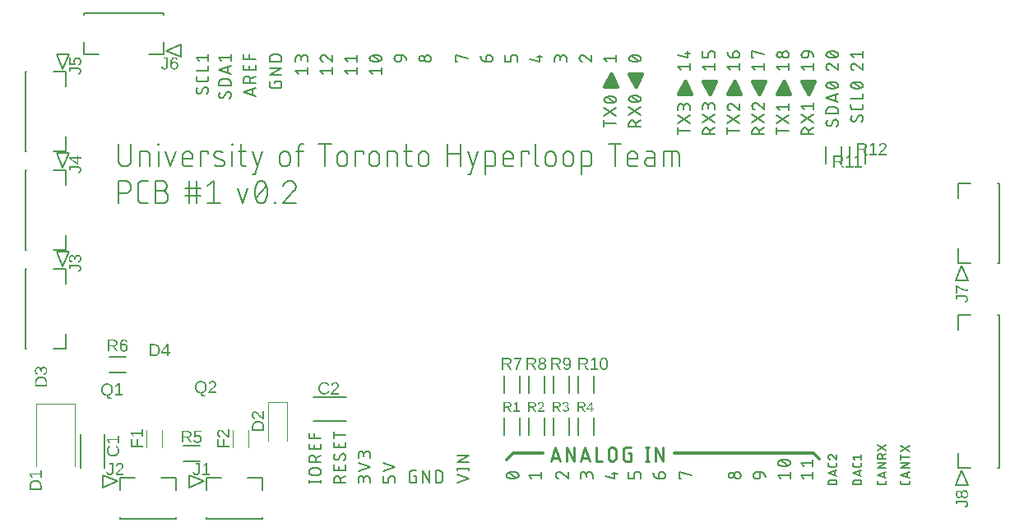
<source format=gbr>
G04 EAGLE Gerber RS-274X export*
G75*
%MOMM*%
%FSLAX34Y34*%
%LPD*%
%INSilkscreen Top*%
%IPPOS*%
%AMOC8*
5,1,8,0,0,1.08239X$1,22.5*%
G01*
G04 Define Apertures*
%ADD10C,0.203200*%
%ADD11C,0.127000*%
%ADD12C,0.304800*%
%ADD13C,0.406400*%
%ADD14C,0.254000*%
%ADD15C,0.177800*%
%ADD16C,0.152400*%
%ADD17C,0.120000*%
G36*
X500466Y120937D02*
X503540Y120937D01*
X506104Y116840D01*
X507645Y116840D01*
X506036Y119282D01*
X504843Y121091D01*
X505117Y121149D01*
X505376Y121224D01*
X505620Y121316D01*
X505849Y121426D01*
X505974Y121500D01*
X506062Y121553D01*
X506261Y121697D01*
X506444Y121858D01*
X506611Y122037D01*
X506762Y122230D01*
X506892Y122433D01*
X507002Y122648D01*
X507092Y122874D01*
X507162Y123110D01*
X507212Y123358D01*
X507242Y123616D01*
X507252Y123886D01*
X507238Y124209D01*
X507196Y124515D01*
X507125Y124802D01*
X507026Y125070D01*
X506898Y125321D01*
X506742Y125553D01*
X506558Y125767D01*
X506345Y125962D01*
X506107Y126137D01*
X505844Y126289D01*
X505558Y126417D01*
X505248Y126522D01*
X504915Y126603D01*
X504557Y126662D01*
X504176Y126697D01*
X503771Y126708D01*
X499128Y126708D01*
X499128Y116840D01*
X500466Y116840D01*
X500466Y120937D01*
G37*
%LPC*%
G36*
X500466Y121995D02*
X500466Y125637D01*
X503638Y125637D01*
X503905Y125630D01*
X504156Y125609D01*
X504391Y125573D01*
X504609Y125524D01*
X504812Y125460D01*
X504998Y125383D01*
X505169Y125291D01*
X505323Y125185D01*
X505460Y125066D01*
X505579Y124934D01*
X505679Y124789D01*
X505761Y124631D01*
X505825Y124460D01*
X505871Y124277D01*
X505898Y124081D01*
X505908Y123872D01*
X505899Y123656D01*
X505871Y123452D01*
X505826Y123260D01*
X505763Y123081D01*
X505682Y122915D01*
X505583Y122760D01*
X505465Y122618D01*
X505330Y122489D01*
X505178Y122373D01*
X505011Y122273D01*
X504829Y122188D01*
X504632Y122118D01*
X504420Y122064D01*
X504193Y122026D01*
X503951Y122003D01*
X503694Y121995D01*
X500466Y121995D01*
G37*
%LPD*%
G36*
X515572Y117912D02*
X513170Y117912D01*
X513170Y126708D01*
X512007Y126708D01*
X509675Y125104D01*
X509675Y123914D01*
X511902Y125504D01*
X511902Y117912D01*
X509388Y117912D01*
X509388Y116840D01*
X515572Y116840D01*
X515572Y117912D01*
G37*
G36*
X525866Y120937D02*
X528940Y120937D01*
X531504Y116840D01*
X533045Y116840D01*
X531436Y119282D01*
X530243Y121091D01*
X530517Y121149D01*
X530776Y121224D01*
X531020Y121316D01*
X531249Y121426D01*
X531374Y121500D01*
X531462Y121553D01*
X531661Y121697D01*
X531844Y121858D01*
X532011Y122037D01*
X532162Y122230D01*
X532292Y122433D01*
X532402Y122648D01*
X532492Y122874D01*
X532562Y123110D01*
X532612Y123358D01*
X532642Y123616D01*
X532652Y123886D01*
X532638Y124209D01*
X532596Y124515D01*
X532525Y124802D01*
X532426Y125070D01*
X532298Y125321D01*
X532142Y125553D01*
X531958Y125767D01*
X531745Y125962D01*
X531507Y126137D01*
X531244Y126289D01*
X530958Y126417D01*
X530648Y126522D01*
X530315Y126603D01*
X529957Y126662D01*
X529576Y126697D01*
X529171Y126708D01*
X524528Y126708D01*
X524528Y116840D01*
X525866Y116840D01*
X525866Y120937D01*
G37*
%LPC*%
G36*
X525866Y121995D02*
X525866Y125637D01*
X529038Y125637D01*
X529305Y125630D01*
X529556Y125609D01*
X529791Y125573D01*
X530009Y125524D01*
X530212Y125460D01*
X530398Y125383D01*
X530569Y125291D01*
X530723Y125185D01*
X530860Y125066D01*
X530979Y124934D01*
X531079Y124789D01*
X531161Y124631D01*
X531225Y124460D01*
X531271Y124277D01*
X531298Y124081D01*
X531308Y123872D01*
X531299Y123656D01*
X531271Y123452D01*
X531226Y123260D01*
X531163Y123081D01*
X531082Y122915D01*
X530983Y122760D01*
X530865Y122618D01*
X530730Y122489D01*
X530578Y122373D01*
X530411Y122273D01*
X530229Y122188D01*
X530032Y122118D01*
X529820Y122064D01*
X529593Y122026D01*
X529351Y122003D01*
X529094Y121995D01*
X525866Y121995D01*
G37*
%LPD*%
G36*
X540951Y117912D02*
X535803Y117912D01*
X535925Y118159D01*
X536080Y118411D01*
X536268Y118669D01*
X536490Y118931D01*
X536748Y119203D01*
X537048Y119492D01*
X537771Y120118D01*
X538444Y120674D01*
X538999Y121153D01*
X539435Y121553D01*
X539753Y121876D01*
X539996Y122159D01*
X540208Y122443D01*
X540387Y122727D01*
X540534Y123010D01*
X540649Y123294D01*
X540731Y123579D01*
X540780Y123865D01*
X540797Y124152D01*
X540784Y124467D01*
X540747Y124763D01*
X540684Y125041D01*
X540596Y125300D01*
X540484Y125540D01*
X540346Y125763D01*
X540183Y125966D01*
X539995Y126152D01*
X539784Y126317D01*
X539551Y126459D01*
X539296Y126580D01*
X539021Y126679D01*
X538723Y126756D01*
X538404Y126811D01*
X538063Y126844D01*
X537701Y126855D01*
X537369Y126844D01*
X537053Y126812D01*
X536752Y126757D01*
X536466Y126680D01*
X536196Y126582D01*
X535941Y126461D01*
X535701Y126319D01*
X535477Y126155D01*
X535273Y125972D01*
X535090Y125775D01*
X534931Y125562D01*
X534794Y125334D01*
X534679Y125091D01*
X534588Y124833D01*
X534519Y124559D01*
X534472Y124271D01*
X535761Y124152D01*
X535791Y124344D01*
X535834Y124526D01*
X535890Y124696D01*
X535960Y124855D01*
X536043Y125003D01*
X536140Y125140D01*
X536250Y125266D01*
X536374Y125381D01*
X536653Y125573D01*
X536805Y125648D01*
X536967Y125709D01*
X537137Y125757D01*
X537316Y125791D01*
X537504Y125812D01*
X537701Y125819D01*
X537907Y125812D01*
X538102Y125791D01*
X538285Y125756D01*
X538456Y125707D01*
X538616Y125644D01*
X538764Y125567D01*
X538900Y125476D01*
X539025Y125371D01*
X539137Y125253D01*
X539233Y125124D01*
X539315Y124983D01*
X539382Y124831D01*
X539434Y124668D01*
X539471Y124493D01*
X539494Y124307D01*
X539501Y124110D01*
X539484Y123817D01*
X539432Y123539D01*
X539346Y123277D01*
X539225Y123031D01*
X539075Y122796D01*
X538905Y122566D01*
X538713Y122341D01*
X538500Y122121D01*
X538024Y121687D01*
X537495Y121252D01*
X536935Y120800D01*
X536370Y120310D01*
X535816Y119773D01*
X535288Y119176D01*
X535041Y118850D01*
X534813Y118501D01*
X534605Y118127D01*
X534416Y117729D01*
X534416Y116840D01*
X540951Y116840D01*
X540951Y117912D01*
G37*
G36*
X551266Y120937D02*
X554340Y120937D01*
X556904Y116840D01*
X558445Y116840D01*
X556836Y119282D01*
X555643Y121091D01*
X555917Y121149D01*
X556176Y121224D01*
X556420Y121316D01*
X556649Y121426D01*
X556774Y121500D01*
X556862Y121553D01*
X557061Y121697D01*
X557244Y121858D01*
X557411Y122037D01*
X557562Y122230D01*
X557692Y122433D01*
X557802Y122648D01*
X557892Y122874D01*
X557962Y123110D01*
X558012Y123358D01*
X558042Y123616D01*
X558052Y123886D01*
X558038Y124209D01*
X557996Y124515D01*
X557925Y124802D01*
X557826Y125070D01*
X557698Y125321D01*
X557542Y125553D01*
X557358Y125767D01*
X557145Y125962D01*
X556907Y126137D01*
X556644Y126289D01*
X556358Y126417D01*
X556048Y126522D01*
X555715Y126603D01*
X555357Y126662D01*
X554976Y126697D01*
X554571Y126708D01*
X549928Y126708D01*
X549928Y116840D01*
X551266Y116840D01*
X551266Y120937D01*
G37*
%LPC*%
G36*
X551266Y121995D02*
X551266Y125637D01*
X554438Y125637D01*
X554705Y125630D01*
X554956Y125609D01*
X555191Y125573D01*
X555409Y125524D01*
X555612Y125460D01*
X555798Y125383D01*
X555969Y125291D01*
X556123Y125185D01*
X556260Y125066D01*
X556379Y124934D01*
X556479Y124789D01*
X556561Y124631D01*
X556625Y124460D01*
X556671Y124277D01*
X556698Y124081D01*
X556708Y123872D01*
X556699Y123656D01*
X556671Y123452D01*
X556626Y123260D01*
X556563Y123081D01*
X556482Y122915D01*
X556383Y122760D01*
X556265Y122618D01*
X556130Y122489D01*
X555978Y122373D01*
X555811Y122273D01*
X555629Y122188D01*
X555432Y122118D01*
X555220Y122064D01*
X554993Y122026D01*
X554751Y122003D01*
X554494Y121995D01*
X551266Y121995D01*
G37*
%LPD*%
G36*
X563485Y116712D02*
X563853Y116747D01*
X564198Y116805D01*
X564519Y116887D01*
X564818Y116993D01*
X565093Y117121D01*
X565345Y117274D01*
X565574Y117449D01*
X565777Y117646D01*
X565953Y117863D01*
X566103Y118098D01*
X566225Y118353D01*
X566320Y118627D01*
X566388Y118920D01*
X566428Y119233D01*
X566442Y119564D01*
X566432Y119796D01*
X566403Y120017D01*
X566355Y120228D01*
X566288Y120429D01*
X566201Y120621D01*
X566095Y120802D01*
X565970Y120972D01*
X565826Y121133D01*
X565664Y121281D01*
X565487Y121413D01*
X565294Y121530D01*
X565087Y121631D01*
X564864Y121716D01*
X564625Y121785D01*
X564372Y121838D01*
X564103Y121876D01*
X564103Y121904D01*
X564347Y121962D01*
X564577Y122033D01*
X564792Y122115D01*
X564991Y122209D01*
X565176Y122315D01*
X565346Y122434D01*
X565500Y122564D01*
X565640Y122706D01*
X565764Y122859D01*
X565871Y123024D01*
X565962Y123199D01*
X566037Y123386D01*
X566094Y123584D01*
X566136Y123792D01*
X566161Y124012D01*
X566169Y124243D01*
X566156Y124543D01*
X566117Y124825D01*
X566053Y125091D01*
X565963Y125340D01*
X565847Y125572D01*
X565706Y125787D01*
X565539Y125985D01*
X565346Y126166D01*
X565130Y126327D01*
X564893Y126467D01*
X564636Y126586D01*
X564357Y126683D01*
X564059Y126758D01*
X563739Y126812D01*
X563399Y126845D01*
X563038Y126855D01*
X562706Y126845D01*
X562390Y126813D01*
X562089Y126760D01*
X561803Y126686D01*
X561533Y126590D01*
X561278Y126473D01*
X561038Y126335D01*
X560814Y126176D01*
X560610Y125998D01*
X560427Y125803D01*
X560268Y125592D01*
X560131Y125364D01*
X560016Y125119D01*
X559925Y124858D01*
X559856Y124580D01*
X559809Y124285D01*
X561077Y124187D01*
X561105Y124376D01*
X561146Y124554D01*
X561201Y124721D01*
X561269Y124877D01*
X561350Y125022D01*
X561445Y125156D01*
X561554Y125279D01*
X561676Y125392D01*
X561810Y125492D01*
X561953Y125579D01*
X562107Y125652D01*
X562270Y125712D01*
X562444Y125759D01*
X562627Y125792D01*
X562821Y125812D01*
X563024Y125819D01*
X563246Y125812D01*
X563455Y125790D01*
X563649Y125754D01*
X563829Y125704D01*
X563995Y125640D01*
X564146Y125561D01*
X564284Y125468D01*
X564407Y125360D01*
X564517Y125240D01*
X564611Y125110D01*
X564691Y124969D01*
X564757Y124818D01*
X564808Y124657D01*
X564844Y124485D01*
X564866Y124303D01*
X564873Y124110D01*
X564864Y123916D01*
X564837Y123732D01*
X564793Y123560D01*
X564730Y123398D01*
X564650Y123247D01*
X564552Y123107D01*
X564436Y122978D01*
X564302Y122860D01*
X564152Y122754D01*
X563988Y122662D01*
X563809Y122584D01*
X563615Y122521D01*
X563407Y122472D01*
X563184Y122436D01*
X562947Y122415D01*
X562695Y122408D01*
X562009Y122408D01*
X562009Y121315D01*
X562723Y121315D01*
X563007Y121308D01*
X563273Y121287D01*
X563523Y121252D01*
X563755Y121202D01*
X563970Y121139D01*
X564168Y121061D01*
X564349Y120970D01*
X564512Y120864D01*
X564658Y120745D01*
X564784Y120616D01*
X564890Y120475D01*
X564977Y120324D01*
X565045Y120161D01*
X565094Y119987D01*
X565123Y119802D01*
X565132Y119606D01*
X565124Y119382D01*
X565098Y119173D01*
X565056Y118977D01*
X564997Y118796D01*
X564920Y118629D01*
X564827Y118476D01*
X564717Y118337D01*
X564589Y118213D01*
X564447Y118103D01*
X564292Y118007D01*
X564125Y117927D01*
X563944Y117861D01*
X563751Y117809D01*
X563545Y117773D01*
X563326Y117751D01*
X563094Y117743D01*
X562863Y117750D01*
X562645Y117771D01*
X562440Y117805D01*
X562248Y117853D01*
X562069Y117914D01*
X561902Y117990D01*
X561748Y118079D01*
X561608Y118181D01*
X561480Y118297D01*
X561365Y118427D01*
X561262Y118571D01*
X561173Y118728D01*
X561096Y118899D01*
X561033Y119084D01*
X560982Y119282D01*
X560944Y119494D01*
X559641Y119375D01*
X559695Y119055D01*
X559771Y118754D01*
X559869Y118474D01*
X559991Y118214D01*
X560135Y117974D01*
X560301Y117754D01*
X560490Y117555D01*
X560702Y117376D01*
X560935Y117217D01*
X561187Y117080D01*
X561457Y116964D01*
X561747Y116869D01*
X562055Y116795D01*
X562383Y116742D01*
X562729Y116711D01*
X563094Y116700D01*
X563485Y116712D01*
G37*
G36*
X576666Y120937D02*
X579740Y120937D01*
X582304Y116840D01*
X583845Y116840D01*
X582236Y119282D01*
X581043Y121091D01*
X581317Y121149D01*
X581576Y121224D01*
X581820Y121316D01*
X582049Y121426D01*
X582174Y121500D01*
X582262Y121553D01*
X582461Y121697D01*
X582644Y121858D01*
X582811Y122037D01*
X582962Y122230D01*
X583092Y122433D01*
X583202Y122648D01*
X583292Y122874D01*
X583362Y123110D01*
X583412Y123358D01*
X583442Y123616D01*
X583452Y123886D01*
X583438Y124209D01*
X583396Y124515D01*
X583325Y124802D01*
X583226Y125070D01*
X583098Y125321D01*
X582942Y125553D01*
X582758Y125767D01*
X582545Y125962D01*
X582307Y126137D01*
X582044Y126289D01*
X581758Y126417D01*
X581448Y126522D01*
X581115Y126603D01*
X580757Y126662D01*
X580376Y126697D01*
X579971Y126708D01*
X575328Y126708D01*
X575328Y116840D01*
X576666Y116840D01*
X576666Y120937D01*
G37*
%LPC*%
G36*
X576666Y121995D02*
X576666Y125637D01*
X579838Y125637D01*
X580105Y125630D01*
X580356Y125609D01*
X580591Y125573D01*
X580809Y125524D01*
X581012Y125460D01*
X581198Y125383D01*
X581369Y125291D01*
X581523Y125185D01*
X581660Y125066D01*
X581779Y124934D01*
X581879Y124789D01*
X581961Y124631D01*
X582025Y124460D01*
X582071Y124277D01*
X582098Y124081D01*
X582108Y123872D01*
X582099Y123656D01*
X582071Y123452D01*
X582026Y123260D01*
X581963Y123081D01*
X581882Y122915D01*
X581783Y122760D01*
X581665Y122618D01*
X581530Y122489D01*
X581378Y122373D01*
X581211Y122273D01*
X581029Y122188D01*
X580832Y122118D01*
X580620Y122064D01*
X580393Y122026D01*
X580151Y122003D01*
X579894Y121995D01*
X576666Y121995D01*
G37*
%LPD*%
G36*
X590665Y119074D02*
X592052Y119074D01*
X592052Y120069D01*
X590665Y120069D01*
X590665Y126708D01*
X589342Y126708D01*
X584824Y120055D01*
X584824Y119074D01*
X589475Y119074D01*
X589475Y116840D01*
X590665Y116840D01*
X590665Y119074D01*
G37*
%LPC*%
G36*
X585987Y120069D02*
X586099Y120209D01*
X586477Y120727D01*
X589005Y124453D01*
X589279Y124915D01*
X589475Y125287D01*
X589475Y120069D01*
X585987Y120069D01*
G37*
%LPD*%
G36*
X23560Y40343D02*
X23548Y40783D01*
X23512Y41210D01*
X23453Y41624D01*
X23370Y42024D01*
X23262Y42412D01*
X23131Y42786D01*
X22977Y43148D01*
X22798Y43496D01*
X22597Y43828D01*
X22375Y44140D01*
X22132Y44433D01*
X21869Y44707D01*
X21584Y44961D01*
X21278Y45195D01*
X20952Y45411D01*
X20604Y45606D01*
X20239Y45781D01*
X19858Y45932D01*
X19463Y46060D01*
X19053Y46165D01*
X18628Y46246D01*
X18187Y46304D01*
X17733Y46339D01*
X17263Y46351D01*
X16905Y46344D01*
X16559Y46324D01*
X16222Y46291D01*
X15896Y46244D01*
X15580Y46185D01*
X15275Y46111D01*
X14980Y46025D01*
X14695Y45925D01*
X14421Y45812D01*
X14157Y45686D01*
X13904Y45546D01*
X13660Y45393D01*
X13428Y45226D01*
X13205Y45047D01*
X12993Y44854D01*
X12791Y44647D01*
X12601Y44429D01*
X12423Y44199D01*
X12257Y43958D01*
X12104Y43706D01*
X11962Y43443D01*
X11833Y43168D01*
X11717Y42883D01*
X11612Y42586D01*
X11520Y42278D01*
X11440Y41959D01*
X11373Y41628D01*
X11318Y41287D01*
X11275Y40934D01*
X11244Y40570D01*
X11225Y40195D01*
X11219Y39808D01*
X11219Y35727D01*
X23560Y35727D01*
X23560Y40343D01*
G37*
%LPC*%
G36*
X12559Y37400D02*
X12559Y39773D01*
X12578Y40351D01*
X12635Y40894D01*
X12729Y41402D01*
X12860Y41874D01*
X13030Y42312D01*
X13237Y42714D01*
X13481Y43081D01*
X13764Y43412D01*
X14082Y43707D01*
X14434Y43962D01*
X14820Y44178D01*
X15241Y44355D01*
X15695Y44493D01*
X16183Y44591D01*
X16706Y44650D01*
X17263Y44669D01*
X17637Y44661D01*
X17999Y44635D01*
X18349Y44592D01*
X18686Y44531D01*
X19010Y44454D01*
X19322Y44359D01*
X19621Y44247D01*
X19908Y44118D01*
X20180Y43972D01*
X20435Y43812D01*
X20675Y43637D01*
X20897Y43446D01*
X21104Y43241D01*
X21294Y43021D01*
X21467Y42786D01*
X21624Y42537D01*
X21764Y42274D01*
X21885Y42002D01*
X21987Y41719D01*
X22071Y41425D01*
X22136Y41122D01*
X22183Y40808D01*
X22211Y40484D01*
X22220Y40150D01*
X22220Y37400D01*
X12559Y37400D01*
G37*
%LPD*%
G36*
X23560Y56293D02*
X22220Y56293D01*
X22220Y53289D01*
X11219Y53289D01*
X11219Y51835D01*
X13225Y48918D01*
X14714Y48918D01*
X12726Y51704D01*
X22220Y51704D01*
X22220Y48559D01*
X23560Y48559D01*
X23560Y56293D01*
G37*
G36*
X252516Y101303D02*
X252504Y101743D01*
X252468Y102170D01*
X252409Y102584D01*
X252326Y102984D01*
X252218Y103372D01*
X252087Y103746D01*
X251933Y104108D01*
X251754Y104456D01*
X251553Y104788D01*
X251331Y105100D01*
X251088Y105393D01*
X250825Y105667D01*
X250540Y105921D01*
X250234Y106155D01*
X249908Y106371D01*
X249560Y106566D01*
X249195Y106741D01*
X248814Y106892D01*
X248419Y107020D01*
X248009Y107125D01*
X247584Y107206D01*
X247143Y107264D01*
X246689Y107299D01*
X246219Y107311D01*
X245861Y107304D01*
X245515Y107284D01*
X245178Y107251D01*
X244852Y107204D01*
X244536Y107145D01*
X244231Y107071D01*
X243936Y106985D01*
X243651Y106885D01*
X243377Y106772D01*
X243113Y106646D01*
X242860Y106506D01*
X242616Y106353D01*
X242384Y106186D01*
X242161Y106007D01*
X241949Y105814D01*
X241747Y105607D01*
X241557Y105389D01*
X241379Y105159D01*
X241213Y104918D01*
X241060Y104666D01*
X240918Y104403D01*
X240789Y104128D01*
X240673Y103843D01*
X240568Y103546D01*
X240476Y103238D01*
X240396Y102919D01*
X240329Y102588D01*
X240274Y102247D01*
X240231Y101894D01*
X240200Y101530D01*
X240181Y101155D01*
X240175Y100768D01*
X240175Y96687D01*
X252516Y96687D01*
X252516Y101303D01*
G37*
%LPC*%
G36*
X241515Y98360D02*
X241515Y100733D01*
X241534Y101311D01*
X241591Y101854D01*
X241685Y102362D01*
X241816Y102834D01*
X241986Y103272D01*
X242193Y103674D01*
X242437Y104041D01*
X242720Y104372D01*
X243038Y104667D01*
X243390Y104922D01*
X243776Y105138D01*
X244197Y105315D01*
X244651Y105453D01*
X245139Y105551D01*
X245662Y105610D01*
X246219Y105629D01*
X246593Y105621D01*
X246955Y105595D01*
X247305Y105552D01*
X247642Y105491D01*
X247966Y105414D01*
X248278Y105319D01*
X248577Y105207D01*
X248864Y105078D01*
X249136Y104932D01*
X249391Y104772D01*
X249631Y104597D01*
X249853Y104406D01*
X250060Y104201D01*
X250250Y103981D01*
X250423Y103746D01*
X250580Y103497D01*
X250720Y103234D01*
X250841Y102962D01*
X250943Y102679D01*
X251027Y102385D01*
X251092Y102082D01*
X251139Y101768D01*
X251167Y101444D01*
X251176Y101110D01*
X251176Y98360D01*
X241515Y98360D01*
G37*
%LPD*%
G36*
X252516Y117227D02*
X251176Y117227D01*
X251176Y110789D01*
X250866Y110941D01*
X250551Y111135D01*
X250229Y111371D01*
X249902Y111648D01*
X249561Y111971D01*
X249200Y112346D01*
X248819Y112772D01*
X248417Y113250D01*
X247721Y114092D01*
X247123Y114785D01*
X246622Y115331D01*
X246219Y115729D01*
X245864Y116033D01*
X245509Y116297D01*
X245154Y116521D01*
X244800Y116706D01*
X244444Y116849D01*
X244088Y116952D01*
X243731Y117014D01*
X243372Y117034D01*
X242979Y117018D01*
X242608Y116971D01*
X242261Y116893D01*
X241937Y116783D01*
X241636Y116642D01*
X241358Y116470D01*
X241103Y116266D01*
X240872Y116031D01*
X240665Y115767D01*
X240486Y115476D01*
X240335Y115158D01*
X240211Y114813D01*
X240115Y114441D01*
X240046Y114042D01*
X240005Y113616D01*
X239991Y113163D01*
X240005Y112748D01*
X240046Y112352D01*
X240114Y111975D01*
X240210Y111618D01*
X240333Y111280D01*
X240484Y110961D01*
X240662Y110662D01*
X240867Y110382D01*
X241096Y110126D01*
X241343Y109898D01*
X241609Y109698D01*
X241894Y109527D01*
X242198Y109384D01*
X242521Y109269D01*
X242863Y109183D01*
X243223Y109125D01*
X243372Y110737D01*
X243132Y110774D01*
X242905Y110827D01*
X242692Y110898D01*
X242493Y110985D01*
X242308Y111089D01*
X242136Y111210D01*
X241979Y111348D01*
X241835Y111503D01*
X241707Y111672D01*
X241595Y111851D01*
X241501Y112042D01*
X241424Y112244D01*
X241365Y112457D01*
X241322Y112681D01*
X241296Y112917D01*
X241288Y113163D01*
X241296Y113420D01*
X241323Y113664D01*
X241366Y113892D01*
X241428Y114107D01*
X241507Y114306D01*
X241603Y114491D01*
X241717Y114662D01*
X241848Y114818D01*
X241995Y114958D01*
X242157Y115079D01*
X242333Y115181D01*
X242523Y115265D01*
X242727Y115330D01*
X242945Y115377D01*
X243178Y115404D01*
X243425Y115414D01*
X243791Y115392D01*
X244138Y115327D01*
X244466Y115219D01*
X244773Y115068D01*
X245068Y114881D01*
X245356Y114668D01*
X245637Y114428D01*
X245912Y114161D01*
X246455Y113567D01*
X246998Y112904D01*
X247564Y112205D01*
X248176Y111499D01*
X248503Y111148D01*
X248848Y110806D01*
X249212Y110471D01*
X249595Y110145D01*
X250002Y109836D01*
X250439Y109551D01*
X250906Y109291D01*
X251404Y109055D01*
X252516Y109055D01*
X252516Y117227D01*
G37*
G36*
X29210Y147057D02*
X29198Y147497D01*
X29162Y147924D01*
X29103Y148338D01*
X29020Y148739D01*
X28912Y149126D01*
X28781Y149501D01*
X28627Y149862D01*
X28448Y150210D01*
X28247Y150542D01*
X28025Y150855D01*
X27782Y151148D01*
X27519Y151421D01*
X27234Y151675D01*
X26928Y151910D01*
X26602Y152125D01*
X26254Y152321D01*
X25889Y152496D01*
X25508Y152647D01*
X25113Y152775D01*
X24703Y152879D01*
X24278Y152961D01*
X23837Y153019D01*
X23383Y153054D01*
X22913Y153066D01*
X22555Y153059D01*
X22209Y153039D01*
X21872Y153006D01*
X21546Y152959D01*
X21230Y152899D01*
X20925Y152826D01*
X20630Y152739D01*
X20345Y152640D01*
X20071Y152527D01*
X19807Y152400D01*
X19554Y152260D01*
X19310Y152107D01*
X19078Y151941D01*
X18855Y151761D01*
X18643Y151568D01*
X18441Y151362D01*
X18251Y151143D01*
X18073Y150914D01*
X17907Y150673D01*
X17754Y150421D01*
X17612Y150157D01*
X17483Y149883D01*
X17367Y149597D01*
X17262Y149300D01*
X17170Y148992D01*
X17090Y148673D01*
X17023Y148343D01*
X16968Y148001D01*
X16925Y147648D01*
X16894Y147284D01*
X16875Y146909D01*
X16869Y146523D01*
X16869Y142441D01*
X29210Y142441D01*
X29210Y147057D01*
G37*
%LPC*%
G36*
X18209Y144114D02*
X18209Y146488D01*
X18228Y147066D01*
X18285Y147609D01*
X18379Y148116D01*
X18510Y148589D01*
X18680Y149026D01*
X18887Y149428D01*
X19131Y149795D01*
X19414Y150127D01*
X19732Y150422D01*
X20084Y150677D01*
X20470Y150893D01*
X20891Y151070D01*
X21345Y151207D01*
X21833Y151305D01*
X22356Y151364D01*
X22913Y151384D01*
X23287Y151375D01*
X23649Y151349D01*
X23999Y151306D01*
X24336Y151246D01*
X24660Y151168D01*
X24972Y151074D01*
X25271Y150961D01*
X25558Y150832D01*
X25830Y150687D01*
X26085Y150526D01*
X26325Y150351D01*
X26547Y150161D01*
X26754Y149956D01*
X26944Y149736D01*
X27117Y149501D01*
X27274Y149251D01*
X27414Y148989D01*
X27535Y148716D01*
X27637Y148433D01*
X27721Y148140D01*
X27786Y147836D01*
X27833Y147523D01*
X27861Y147199D01*
X27870Y146865D01*
X27870Y144114D01*
X18209Y144114D01*
G37*
%LPD*%
G36*
X26441Y154657D02*
X26816Y154752D01*
X27167Y154876D01*
X27492Y155027D01*
X27792Y155208D01*
X28067Y155416D01*
X28316Y155653D01*
X28540Y155918D01*
X28738Y156209D01*
X28910Y156523D01*
X29055Y156862D01*
X29174Y157224D01*
X29266Y157609D01*
X29332Y158019D01*
X29372Y158452D01*
X29385Y158909D01*
X29371Y159398D01*
X29327Y159858D01*
X29253Y160289D01*
X29151Y160691D01*
X29019Y161064D01*
X28858Y161408D01*
X28668Y161723D01*
X28448Y162009D01*
X28202Y162264D01*
X27931Y162484D01*
X27637Y162671D01*
X27318Y162824D01*
X26976Y162942D01*
X26609Y163027D01*
X26218Y163078D01*
X25803Y163095D01*
X25514Y163083D01*
X25237Y163047D01*
X24973Y162987D01*
X24721Y162903D01*
X24482Y162794D01*
X24256Y162662D01*
X24042Y162505D01*
X23841Y162324D01*
X23656Y162122D01*
X23491Y161901D01*
X23345Y161660D01*
X23219Y161400D01*
X23113Y161122D01*
X23026Y160823D01*
X22960Y160506D01*
X22913Y160170D01*
X22878Y160170D01*
X22804Y160476D01*
X22716Y160763D01*
X22613Y161031D01*
X22496Y161281D01*
X22363Y161512D01*
X22215Y161724D01*
X22052Y161918D01*
X21875Y162092D01*
X21683Y162247D01*
X21477Y162382D01*
X21257Y162495D01*
X21024Y162588D01*
X20777Y162661D01*
X20516Y162712D01*
X20241Y162743D01*
X19952Y162754D01*
X19577Y162738D01*
X19224Y162689D01*
X18892Y162609D01*
X18580Y162496D01*
X18291Y162352D01*
X18022Y162175D01*
X17774Y161966D01*
X17548Y161725D01*
X17346Y161454D01*
X17171Y161158D01*
X17022Y160836D01*
X16901Y160488D01*
X16807Y160115D01*
X16739Y159715D01*
X16699Y159290D01*
X16685Y158839D01*
X16699Y158423D01*
X16738Y158028D01*
X16805Y157651D01*
X16898Y157294D01*
X17017Y156956D01*
X17163Y156637D01*
X17336Y156338D01*
X17535Y156058D01*
X17758Y155801D01*
X18001Y155574D01*
X18266Y155374D01*
X18551Y155203D01*
X18857Y155060D01*
X19184Y154945D01*
X19531Y154859D01*
X19900Y154801D01*
X20022Y156386D01*
X19786Y156421D01*
X19564Y156472D01*
X19355Y156541D01*
X19160Y156626D01*
X18978Y156728D01*
X18810Y156847D01*
X18656Y156983D01*
X18516Y157135D01*
X18391Y157302D01*
X18282Y157482D01*
X18190Y157674D01*
X18115Y157878D01*
X18057Y158095D01*
X18015Y158325D01*
X17990Y158567D01*
X17982Y158821D01*
X17991Y159099D01*
X18017Y159359D01*
X18062Y159602D01*
X18125Y159827D01*
X18206Y160035D01*
X18304Y160224D01*
X18421Y160396D01*
X18555Y160551D01*
X18705Y160687D01*
X18868Y160806D01*
X19044Y160906D01*
X19233Y160988D01*
X19435Y161051D01*
X19650Y161097D01*
X19878Y161124D01*
X20119Y161133D01*
X20362Y161122D01*
X20591Y161089D01*
X20807Y161033D01*
X21009Y160955D01*
X21197Y160854D01*
X21373Y160732D01*
X21534Y160587D01*
X21682Y160419D01*
X21814Y160232D01*
X21929Y160026D01*
X22026Y159802D01*
X22106Y159560D01*
X22168Y159300D01*
X22212Y159021D01*
X22238Y158724D01*
X22247Y158409D01*
X22247Y157551D01*
X23613Y157551D01*
X23613Y158444D01*
X23622Y158799D01*
X23649Y159133D01*
X23693Y159445D01*
X23755Y159735D01*
X23834Y160004D01*
X23931Y160252D01*
X24046Y160478D01*
X24178Y160682D01*
X24326Y160864D01*
X24488Y161021D01*
X24664Y161155D01*
X24854Y161264D01*
X25057Y161348D01*
X25274Y161409D01*
X25506Y161445D01*
X25750Y161457D01*
X26031Y161447D01*
X26293Y161415D01*
X26537Y161362D01*
X26764Y161288D01*
X26973Y161192D01*
X27164Y161076D01*
X27338Y160938D01*
X27493Y160779D01*
X27631Y160601D01*
X27750Y160407D01*
X27851Y160197D01*
X27933Y159972D01*
X27998Y159730D01*
X28044Y159472D01*
X28071Y159198D01*
X28080Y158909D01*
X28072Y158620D01*
X28046Y158347D01*
X28003Y158091D01*
X27943Y157850D01*
X27866Y157626D01*
X27772Y157418D01*
X27661Y157226D01*
X27533Y157050D01*
X27387Y156890D01*
X27225Y156746D01*
X27045Y156618D01*
X26849Y156506D01*
X26635Y156410D01*
X26404Y156331D01*
X26156Y156267D01*
X25891Y156220D01*
X26039Y154591D01*
X26441Y154657D01*
G37*
G36*
X139877Y174002D02*
X140304Y174038D01*
X140718Y174097D01*
X141119Y174180D01*
X141506Y174288D01*
X141881Y174419D01*
X142242Y174573D01*
X142590Y174752D01*
X142922Y174953D01*
X143235Y175175D01*
X143528Y175418D01*
X143801Y175681D01*
X144055Y175966D01*
X144290Y176272D01*
X144505Y176598D01*
X144701Y176946D01*
X144876Y177311D01*
X145027Y177692D01*
X145155Y178087D01*
X145259Y178497D01*
X145341Y178922D01*
X145399Y179363D01*
X145434Y179818D01*
X145446Y180287D01*
X145439Y180645D01*
X145419Y180991D01*
X145386Y181328D01*
X145339Y181654D01*
X145279Y181970D01*
X145206Y182275D01*
X145119Y182570D01*
X145020Y182855D01*
X144907Y183129D01*
X144780Y183393D01*
X144640Y183646D01*
X144487Y183890D01*
X144321Y184122D01*
X144141Y184345D01*
X143948Y184557D01*
X143742Y184759D01*
X143523Y184949D01*
X143294Y185127D01*
X143053Y185293D01*
X142801Y185446D01*
X142537Y185588D01*
X142263Y185717D01*
X141977Y185833D01*
X141680Y185938D01*
X141372Y186030D01*
X141053Y186110D01*
X140723Y186177D01*
X140381Y186233D01*
X140028Y186276D01*
X139664Y186306D01*
X139289Y186325D01*
X138903Y186331D01*
X134821Y186331D01*
X134821Y173990D01*
X139437Y173990D01*
X139877Y174002D01*
G37*
%LPC*%
G36*
X136494Y175330D02*
X136494Y184991D01*
X138868Y184991D01*
X139446Y184972D01*
X139989Y184915D01*
X140496Y184821D01*
X140969Y184690D01*
X141406Y184520D01*
X141808Y184313D01*
X142175Y184069D01*
X142507Y183786D01*
X142802Y183468D01*
X143057Y183116D01*
X143273Y182730D01*
X143450Y182310D01*
X143587Y181855D01*
X143685Y181367D01*
X143744Y180844D01*
X143764Y180287D01*
X143755Y179913D01*
X143729Y179551D01*
X143686Y179201D01*
X143626Y178864D01*
X143548Y178540D01*
X143454Y178228D01*
X143341Y177929D01*
X143212Y177642D01*
X143067Y177370D01*
X142906Y177115D01*
X142731Y176875D01*
X142541Y176653D01*
X142336Y176446D01*
X142116Y176256D01*
X141881Y176083D01*
X141631Y175926D01*
X141369Y175786D01*
X141096Y175665D01*
X140813Y175563D01*
X140520Y175479D01*
X140216Y175414D01*
X139903Y175367D01*
X139579Y175339D01*
X139245Y175330D01*
X136494Y175330D01*
G37*
%LPD*%
G36*
X154004Y176784D02*
X155738Y176784D01*
X155738Y178028D01*
X154004Y178028D01*
X154004Y186331D01*
X152348Y186331D01*
X146699Y178010D01*
X146699Y176784D01*
X152515Y176784D01*
X152515Y173990D01*
X154004Y173990D01*
X154004Y176784D01*
G37*
%LPC*%
G36*
X148153Y178028D02*
X148293Y178203D01*
X148766Y178851D01*
X151928Y183511D01*
X152270Y184089D01*
X152515Y184553D01*
X152515Y178028D01*
X148153Y178028D01*
G37*
%LPD*%
G36*
X94392Y129973D02*
X94778Y130009D01*
X95172Y130069D01*
X95575Y130153D01*
X95575Y131327D01*
X95060Y131241D01*
X94811Y131220D01*
X94568Y131213D01*
X94349Y131221D01*
X94140Y131244D01*
X93941Y131282D01*
X93752Y131336D01*
X93572Y131405D01*
X93402Y131489D01*
X93242Y131588D01*
X93092Y131703D01*
X92950Y131836D01*
X92814Y131987D01*
X92686Y132158D01*
X92565Y132347D01*
X92344Y132784D01*
X92150Y133297D01*
X92719Y133396D01*
X93255Y133537D01*
X93760Y133721D01*
X94233Y133948D01*
X94673Y134218D01*
X95082Y134531D01*
X95458Y134887D01*
X95803Y135286D01*
X96110Y135721D01*
X96377Y136184D01*
X96603Y136677D01*
X96788Y137199D01*
X96932Y137750D01*
X97034Y138330D01*
X97096Y138939D01*
X97116Y139577D01*
X97105Y140055D01*
X97071Y140517D01*
X97013Y140963D01*
X96933Y141393D01*
X96831Y141806D01*
X96705Y142203D01*
X96556Y142584D01*
X96385Y142949D01*
X96192Y143296D01*
X95979Y143621D01*
X95745Y143925D01*
X95491Y144207D01*
X95216Y144469D01*
X94921Y144709D01*
X94606Y144928D01*
X94270Y145126D01*
X93916Y145301D01*
X93547Y145453D01*
X93162Y145582D01*
X92761Y145688D01*
X92345Y145769D01*
X91913Y145828D01*
X91466Y145863D01*
X91003Y145875D01*
X90647Y145868D01*
X90300Y145849D01*
X89964Y145816D01*
X89637Y145770D01*
X89320Y145712D01*
X89014Y145640D01*
X88717Y145555D01*
X88430Y145458D01*
X88153Y145347D01*
X87886Y145223D01*
X87629Y145086D01*
X87382Y144936D01*
X87144Y144773D01*
X86917Y144597D01*
X86492Y144206D01*
X86112Y143769D01*
X85783Y143291D01*
X85638Y143037D01*
X85505Y142773D01*
X85385Y142499D01*
X85277Y142215D01*
X85182Y141920D01*
X85100Y141616D01*
X85030Y141301D01*
X84973Y140977D01*
X84929Y140642D01*
X84897Y140297D01*
X84878Y139942D01*
X84872Y139577D01*
X84882Y139118D01*
X84913Y138673D01*
X84965Y138242D01*
X85037Y137825D01*
X85130Y137422D01*
X85244Y137033D01*
X85378Y136658D01*
X85533Y136297D01*
X85708Y135953D01*
X85901Y135629D01*
X86113Y135324D01*
X86343Y135038D01*
X86592Y134772D01*
X86860Y134525D01*
X87146Y134298D01*
X87451Y134090D01*
X87773Y133903D01*
X88110Y133738D01*
X88461Y133595D01*
X88827Y133474D01*
X89209Y133375D01*
X89605Y133298D01*
X90016Y133243D01*
X90442Y133210D01*
X90583Y132788D01*
X90733Y132397D01*
X90893Y132037D01*
X91063Y131709D01*
X91243Y131412D01*
X91432Y131146D01*
X91631Y130912D01*
X91839Y130709D01*
X92060Y130534D01*
X92296Y130382D01*
X92546Y130253D01*
X92810Y130148D01*
X93090Y130066D01*
X93384Y130007D01*
X93692Y129972D01*
X94016Y129960D01*
X94392Y129973D01*
G37*
%LPC*%
G36*
X90481Y134554D02*
X90004Y134618D01*
X89556Y134724D01*
X89136Y134873D01*
X88745Y135064D01*
X88382Y135299D01*
X88047Y135575D01*
X87740Y135894D01*
X87466Y136250D01*
X87229Y136635D01*
X87028Y137051D01*
X86863Y137496D01*
X86735Y137971D01*
X86644Y138477D01*
X86589Y139012D01*
X86571Y139577D01*
X86589Y140146D01*
X86643Y140681D01*
X86734Y141185D01*
X86860Y141655D01*
X87023Y142093D01*
X87221Y142499D01*
X87456Y142872D01*
X87727Y143212D01*
X88031Y143516D01*
X88365Y143779D01*
X88730Y144002D01*
X89124Y144184D01*
X89549Y144326D01*
X90003Y144427D01*
X90488Y144488D01*
X91003Y144508D01*
X91514Y144488D01*
X91994Y144426D01*
X92446Y144324D01*
X92867Y144180D01*
X93259Y143995D01*
X93621Y143769D01*
X93954Y143503D01*
X94257Y143195D01*
X94527Y142851D01*
X94761Y142476D01*
X94958Y142070D01*
X95120Y141633D01*
X95246Y141166D01*
X95336Y140667D01*
X95390Y140138D01*
X95408Y139577D01*
X95391Y138992D01*
X95337Y138441D01*
X95248Y137924D01*
X95123Y137441D01*
X94962Y136993D01*
X94765Y136578D01*
X94533Y136197D01*
X94265Y135851D01*
X93964Y135542D01*
X93632Y135274D01*
X93268Y135047D01*
X92874Y134862D01*
X92448Y134718D01*
X91992Y134615D01*
X91504Y134553D01*
X90985Y134532D01*
X90481Y134554D01*
G37*
%LPD*%
G36*
X107060Y134690D02*
X104056Y134690D01*
X104056Y145691D01*
X102602Y145691D01*
X99685Y143685D01*
X99685Y142196D01*
X102470Y144184D01*
X102470Y134690D01*
X99326Y134690D01*
X99326Y133350D01*
X107060Y133350D01*
X107060Y134690D01*
G37*
G36*
X190912Y132513D02*
X191298Y132549D01*
X191692Y132609D01*
X192095Y132693D01*
X192095Y133867D01*
X191580Y133781D01*
X191331Y133760D01*
X191088Y133753D01*
X190869Y133761D01*
X190660Y133784D01*
X190461Y133822D01*
X190272Y133876D01*
X190092Y133945D01*
X189922Y134029D01*
X189762Y134128D01*
X189612Y134243D01*
X189470Y134376D01*
X189334Y134527D01*
X189206Y134698D01*
X189085Y134887D01*
X188864Y135324D01*
X188670Y135837D01*
X189239Y135936D01*
X189775Y136077D01*
X190280Y136261D01*
X190753Y136488D01*
X191193Y136758D01*
X191602Y137071D01*
X191978Y137427D01*
X192323Y137826D01*
X192630Y138261D01*
X192897Y138724D01*
X193123Y139217D01*
X193308Y139739D01*
X193452Y140290D01*
X193554Y140870D01*
X193616Y141479D01*
X193636Y142117D01*
X193625Y142595D01*
X193591Y143057D01*
X193533Y143503D01*
X193453Y143933D01*
X193351Y144346D01*
X193225Y144743D01*
X193076Y145124D01*
X192905Y145489D01*
X192712Y145836D01*
X192499Y146161D01*
X192265Y146465D01*
X192011Y146747D01*
X191736Y147009D01*
X191441Y147249D01*
X191126Y147468D01*
X190790Y147666D01*
X190436Y147841D01*
X190067Y147993D01*
X189682Y148122D01*
X189281Y148228D01*
X188865Y148309D01*
X188433Y148368D01*
X187986Y148403D01*
X187523Y148415D01*
X187167Y148408D01*
X186820Y148389D01*
X186484Y148356D01*
X186157Y148310D01*
X185840Y148252D01*
X185534Y148180D01*
X185237Y148095D01*
X184950Y147998D01*
X184673Y147887D01*
X184406Y147763D01*
X184149Y147626D01*
X183902Y147476D01*
X183664Y147313D01*
X183437Y147137D01*
X183012Y146746D01*
X182632Y146309D01*
X182303Y145831D01*
X182158Y145577D01*
X182025Y145313D01*
X181905Y145039D01*
X181797Y144755D01*
X181702Y144460D01*
X181620Y144156D01*
X181550Y143841D01*
X181493Y143517D01*
X181449Y143182D01*
X181417Y142837D01*
X181398Y142482D01*
X181392Y142117D01*
X181402Y141658D01*
X181433Y141213D01*
X181485Y140782D01*
X181557Y140365D01*
X181650Y139962D01*
X181764Y139573D01*
X181898Y139198D01*
X182053Y138837D01*
X182228Y138493D01*
X182421Y138169D01*
X182633Y137864D01*
X182863Y137578D01*
X183112Y137312D01*
X183380Y137065D01*
X183666Y136838D01*
X183971Y136630D01*
X184293Y136443D01*
X184630Y136278D01*
X184981Y136135D01*
X185347Y136014D01*
X185729Y135915D01*
X186125Y135838D01*
X186536Y135783D01*
X186962Y135750D01*
X187103Y135328D01*
X187253Y134937D01*
X187413Y134577D01*
X187583Y134249D01*
X187763Y133952D01*
X187952Y133686D01*
X188151Y133452D01*
X188359Y133249D01*
X188580Y133074D01*
X188816Y132922D01*
X189066Y132793D01*
X189330Y132688D01*
X189610Y132606D01*
X189904Y132547D01*
X190212Y132512D01*
X190536Y132500D01*
X190912Y132513D01*
G37*
%LPC*%
G36*
X187001Y137094D02*
X186524Y137158D01*
X186076Y137264D01*
X185656Y137413D01*
X185265Y137604D01*
X184902Y137839D01*
X184567Y138115D01*
X184260Y138434D01*
X183986Y138790D01*
X183749Y139175D01*
X183548Y139591D01*
X183383Y140036D01*
X183255Y140511D01*
X183164Y141017D01*
X183109Y141552D01*
X183091Y142117D01*
X183109Y142686D01*
X183163Y143221D01*
X183254Y143725D01*
X183380Y144195D01*
X183543Y144633D01*
X183741Y145039D01*
X183976Y145412D01*
X184247Y145752D01*
X184551Y146056D01*
X184885Y146319D01*
X185250Y146542D01*
X185644Y146724D01*
X186069Y146866D01*
X186523Y146967D01*
X187008Y147028D01*
X187523Y147048D01*
X188034Y147028D01*
X188514Y146966D01*
X188966Y146864D01*
X189387Y146720D01*
X189779Y146535D01*
X190141Y146309D01*
X190474Y146043D01*
X190777Y145735D01*
X191047Y145391D01*
X191281Y145016D01*
X191478Y144610D01*
X191640Y144173D01*
X191766Y143706D01*
X191856Y143207D01*
X191910Y142678D01*
X191928Y142117D01*
X191911Y141532D01*
X191857Y140981D01*
X191768Y140464D01*
X191643Y139981D01*
X191482Y139533D01*
X191285Y139118D01*
X191053Y138737D01*
X190785Y138391D01*
X190484Y138082D01*
X190152Y137814D01*
X189788Y137587D01*
X189394Y137402D01*
X188968Y137258D01*
X188512Y137155D01*
X188024Y137093D01*
X187505Y137072D01*
X187001Y137094D01*
G37*
%LPD*%
G36*
X203554Y137230D02*
X197116Y137230D01*
X197268Y137540D01*
X197462Y137855D01*
X197697Y138177D01*
X197974Y138504D01*
X198298Y138845D01*
X198673Y139206D01*
X199099Y139587D01*
X199577Y139989D01*
X200419Y140685D01*
X201112Y141283D01*
X201658Y141784D01*
X202056Y142187D01*
X202360Y142542D01*
X202624Y142897D01*
X202848Y143252D01*
X203033Y143606D01*
X203176Y143962D01*
X203279Y144318D01*
X203340Y144675D01*
X203361Y145034D01*
X203345Y145427D01*
X203298Y145798D01*
X203220Y146145D01*
X203110Y146469D01*
X202969Y146770D01*
X202797Y147048D01*
X202593Y147303D01*
X202358Y147534D01*
X202094Y147741D01*
X201803Y147920D01*
X201485Y148071D01*
X201140Y148195D01*
X200768Y148291D01*
X200369Y148360D01*
X199943Y148401D01*
X199490Y148415D01*
X199075Y148401D01*
X198679Y148360D01*
X198302Y148292D01*
X197945Y148196D01*
X197607Y148073D01*
X197288Y147922D01*
X196989Y147744D01*
X196709Y147539D01*
X196453Y147310D01*
X196225Y147063D01*
X196025Y146797D01*
X195854Y146512D01*
X195711Y146208D01*
X195596Y145885D01*
X195510Y145543D01*
X195452Y145183D01*
X197064Y145034D01*
X197100Y145274D01*
X197154Y145501D01*
X197225Y145714D01*
X197312Y145913D01*
X197416Y146098D01*
X197537Y146270D01*
X197675Y146427D01*
X197830Y146571D01*
X197999Y146699D01*
X198178Y146811D01*
X198369Y146905D01*
X198571Y146982D01*
X198784Y147041D01*
X199008Y147084D01*
X199243Y147110D01*
X199490Y147118D01*
X199747Y147110D01*
X199991Y147083D01*
X200219Y147040D01*
X200433Y146978D01*
X200633Y146899D01*
X200818Y146803D01*
X200989Y146689D01*
X201145Y146558D01*
X201285Y146411D01*
X201406Y146249D01*
X201508Y146073D01*
X201592Y145883D01*
X201657Y145679D01*
X201703Y145461D01*
X201731Y145228D01*
X201741Y144981D01*
X201719Y144615D01*
X201654Y144268D01*
X201546Y143940D01*
X201395Y143633D01*
X201208Y143338D01*
X200995Y143050D01*
X200755Y142769D01*
X200488Y142494D01*
X199894Y141951D01*
X199231Y141408D01*
X198532Y140842D01*
X197826Y140230D01*
X197475Y139903D01*
X197133Y139558D01*
X196798Y139194D01*
X196472Y138811D01*
X196163Y138404D01*
X195878Y137967D01*
X195618Y137500D01*
X195382Y137002D01*
X195382Y135890D01*
X203554Y135890D01*
X203554Y137230D01*
G37*
G36*
X169480Y89825D02*
X173325Y89825D01*
X176530Y84701D01*
X178457Y84701D01*
X176445Y87754D01*
X174954Y90017D01*
X175297Y90090D01*
X175621Y90183D01*
X175926Y90299D01*
X176212Y90436D01*
X176368Y90528D01*
X176479Y90594D01*
X176727Y90775D01*
X176955Y90976D01*
X177165Y91200D01*
X177353Y91441D01*
X177516Y91696D01*
X177654Y91964D01*
X177766Y92246D01*
X177854Y92542D01*
X177917Y92852D01*
X177954Y93175D01*
X177967Y93512D01*
X177949Y93917D01*
X177896Y94298D01*
X177807Y94657D01*
X177683Y94993D01*
X177524Y95307D01*
X177329Y95597D01*
X177098Y95864D01*
X176833Y96109D01*
X176534Y96328D01*
X176206Y96517D01*
X175848Y96677D01*
X175461Y96809D01*
X175044Y96911D01*
X174597Y96983D01*
X174120Y97027D01*
X173614Y97042D01*
X167807Y97042D01*
X167807Y84701D01*
X169480Y84701D01*
X169480Y89825D01*
G37*
%LPC*%
G36*
X169480Y91147D02*
X169480Y95702D01*
X173447Y95702D01*
X173781Y95693D01*
X174095Y95666D01*
X174388Y95622D01*
X174661Y95561D01*
X174915Y95481D01*
X175148Y95384D01*
X175361Y95269D01*
X175554Y95137D01*
X175725Y94988D01*
X175874Y94822D01*
X175999Y94641D01*
X176102Y94444D01*
X176182Y94231D01*
X176239Y94001D01*
X176274Y93756D01*
X176285Y93495D01*
X176274Y93224D01*
X176240Y92969D01*
X176184Y92730D01*
X176104Y92506D01*
X176003Y92297D01*
X175879Y92104D01*
X175732Y91927D01*
X175563Y91765D01*
X175373Y91620D01*
X175164Y91495D01*
X174936Y91388D01*
X174690Y91302D01*
X174425Y91234D01*
X174141Y91186D01*
X173839Y91157D01*
X173517Y91147D01*
X169480Y91147D01*
G37*
%LPD*%
G36*
X184617Y84543D02*
X185089Y84596D01*
X185534Y84684D01*
X185950Y84806D01*
X186339Y84964D01*
X186699Y85156D01*
X187031Y85384D01*
X187335Y85647D01*
X187607Y85940D01*
X187843Y86259D01*
X188042Y86605D01*
X188206Y86976D01*
X188332Y87373D01*
X188423Y87797D01*
X188478Y88246D01*
X188496Y88721D01*
X188479Y89140D01*
X188428Y89539D01*
X188344Y89918D01*
X188225Y90276D01*
X188073Y90614D01*
X187887Y90932D01*
X187667Y91229D01*
X187414Y91506D01*
X187132Y91757D01*
X186827Y91974D01*
X186499Y92158D01*
X186147Y92308D01*
X185773Y92425D01*
X185375Y92508D01*
X184954Y92558D01*
X184511Y92575D01*
X184137Y92563D01*
X183780Y92526D01*
X183438Y92464D01*
X183111Y92378D01*
X182801Y92267D01*
X182505Y92132D01*
X182226Y91971D01*
X181962Y91787D01*
X182198Y95702D01*
X187777Y95702D01*
X187777Y97042D01*
X180762Y97042D01*
X180350Y90403D01*
X181892Y90403D01*
X182168Y90626D01*
X182443Y90814D01*
X182719Y90968D01*
X182995Y91086D01*
X183277Y91174D01*
X183569Y91237D01*
X183872Y91275D01*
X184186Y91287D01*
X184485Y91276D01*
X184768Y91243D01*
X185035Y91186D01*
X185287Y91108D01*
X185522Y91007D01*
X185742Y90883D01*
X185947Y90738D01*
X186135Y90569D01*
X186305Y90383D01*
X186451Y90182D01*
X186576Y89968D01*
X186677Y89739D01*
X186756Y89497D01*
X186813Y89241D01*
X186847Y88970D01*
X186858Y88686D01*
X186847Y88360D01*
X186813Y88052D01*
X186757Y87762D01*
X186678Y87490D01*
X186577Y87235D01*
X186454Y86999D01*
X186308Y86780D01*
X186140Y86580D01*
X185951Y86400D01*
X185746Y86244D01*
X185523Y86113D01*
X185283Y86005D01*
X185026Y85921D01*
X184752Y85861D01*
X184460Y85825D01*
X184151Y85813D01*
X183899Y85820D01*
X183659Y85842D01*
X183431Y85878D01*
X183216Y85928D01*
X183013Y85992D01*
X182822Y86071D01*
X182643Y86164D01*
X182476Y86271D01*
X182322Y86393D01*
X182180Y86528D01*
X182050Y86679D01*
X181933Y86843D01*
X181827Y87022D01*
X181734Y87215D01*
X181654Y87422D01*
X181585Y87644D01*
X179991Y87460D01*
X180073Y87114D01*
X180180Y86788D01*
X180311Y86484D01*
X180466Y86201D01*
X180646Y85939D01*
X180850Y85698D01*
X181078Y85478D01*
X181331Y85279D01*
X181607Y85103D01*
X181903Y84950D01*
X182220Y84820D01*
X182557Y84714D01*
X182916Y84632D01*
X183295Y84573D01*
X183695Y84538D01*
X184116Y84526D01*
X184617Y84543D01*
G37*
G36*
X93280Y183805D02*
X97125Y183805D01*
X100330Y178681D01*
X102257Y178681D01*
X100245Y181734D01*
X98754Y183997D01*
X99097Y184070D01*
X99421Y184163D01*
X99726Y184279D01*
X100012Y184416D01*
X100168Y184508D01*
X100279Y184574D01*
X100527Y184755D01*
X100755Y184956D01*
X100965Y185180D01*
X101153Y185421D01*
X101316Y185676D01*
X101454Y185944D01*
X101566Y186226D01*
X101654Y186522D01*
X101717Y186832D01*
X101754Y187155D01*
X101767Y187492D01*
X101749Y187897D01*
X101696Y188278D01*
X101607Y188637D01*
X101483Y188973D01*
X101324Y189287D01*
X101129Y189577D01*
X100898Y189844D01*
X100633Y190089D01*
X100334Y190308D01*
X100006Y190497D01*
X99648Y190657D01*
X99261Y190789D01*
X98844Y190891D01*
X98397Y190963D01*
X97920Y191007D01*
X97414Y191022D01*
X91607Y191022D01*
X91607Y178681D01*
X93280Y178681D01*
X93280Y183805D01*
G37*
%LPC*%
G36*
X93280Y185127D02*
X93280Y189682D01*
X97247Y189682D01*
X97581Y189673D01*
X97895Y189646D01*
X98188Y189602D01*
X98461Y189541D01*
X98715Y189461D01*
X98948Y189364D01*
X99161Y189249D01*
X99354Y189117D01*
X99525Y188968D01*
X99674Y188802D01*
X99799Y188621D01*
X99902Y188424D01*
X99982Y188211D01*
X100039Y187981D01*
X100074Y187736D01*
X100085Y187475D01*
X100074Y187204D01*
X100040Y186949D01*
X99984Y186710D01*
X99904Y186486D01*
X99803Y186277D01*
X99679Y186084D01*
X99532Y185907D01*
X99363Y185745D01*
X99173Y185600D01*
X98964Y185475D01*
X98736Y185368D01*
X98490Y185282D01*
X98225Y185214D01*
X97941Y185166D01*
X97639Y185137D01*
X97317Y185127D01*
X93280Y185127D01*
G37*
%LPD*%
G36*
X108729Y178524D02*
X109158Y178576D01*
X109561Y178665D01*
X109940Y178788D01*
X110293Y178947D01*
X110621Y179141D01*
X110923Y179371D01*
X111201Y179636D01*
X111449Y179931D01*
X111664Y180252D01*
X111847Y180599D01*
X111996Y180971D01*
X112112Y181370D01*
X112194Y181794D01*
X112244Y182243D01*
X112261Y182719D01*
X112245Y183158D01*
X112198Y183575D01*
X112120Y183968D01*
X112010Y184339D01*
X111869Y184687D01*
X111697Y185011D01*
X111493Y185313D01*
X111258Y185591D01*
X110996Y185842D01*
X110712Y186059D01*
X110406Y186243D01*
X110079Y186393D01*
X109729Y186510D01*
X109357Y186593D01*
X108963Y186643D01*
X108547Y186660D01*
X108299Y186654D01*
X108058Y186634D01*
X107824Y186602D01*
X107597Y186556D01*
X107164Y186426D01*
X106760Y186244D01*
X106392Y186012D01*
X106068Y185733D01*
X105788Y185406D01*
X105552Y185031D01*
X105563Y185609D01*
X105598Y186152D01*
X105656Y186659D01*
X105737Y187132D01*
X105841Y187569D01*
X105968Y187971D01*
X106118Y188338D01*
X106292Y188670D01*
X106486Y188965D01*
X106700Y189220D01*
X106932Y189436D01*
X107184Y189613D01*
X107455Y189750D01*
X107744Y189848D01*
X108053Y189907D01*
X108381Y189927D01*
X108755Y189903D01*
X109096Y189833D01*
X109401Y189715D01*
X109672Y189550D01*
X109909Y189339D01*
X110111Y189080D01*
X110279Y188774D01*
X110413Y188421D01*
X111919Y188692D01*
X111820Y188996D01*
X111705Y189281D01*
X111574Y189546D01*
X111426Y189792D01*
X111263Y190018D01*
X111083Y190224D01*
X110887Y190410D01*
X110675Y190577D01*
X110447Y190725D01*
X110203Y190852D01*
X109942Y190960D01*
X109666Y191049D01*
X109373Y191117D01*
X109064Y191166D01*
X108739Y191196D01*
X108398Y191206D01*
X108137Y191199D01*
X107883Y191179D01*
X107637Y191145D01*
X107399Y191098D01*
X107168Y191038D01*
X106945Y190964D01*
X106522Y190777D01*
X106128Y190535D01*
X105766Y190240D01*
X105433Y189891D01*
X105131Y189489D01*
X104862Y189037D01*
X104629Y188538D01*
X104432Y187992D01*
X104271Y187400D01*
X104145Y186762D01*
X104056Y186076D01*
X104002Y185345D01*
X103984Y184567D01*
X104001Y183849D01*
X104053Y183175D01*
X104139Y182545D01*
X104260Y181959D01*
X104415Y181417D01*
X104605Y180919D01*
X104829Y180466D01*
X105087Y180056D01*
X105379Y179693D01*
X105700Y179378D01*
X106053Y179111D01*
X106436Y178893D01*
X106850Y178724D01*
X107295Y178603D01*
X107770Y178530D01*
X108019Y178512D01*
X108275Y178506D01*
X108729Y178524D01*
G37*
%LPC*%
G36*
X107953Y179790D02*
X107696Y179833D01*
X107451Y179904D01*
X107219Y180004D01*
X106999Y180132D01*
X106792Y180288D01*
X106597Y180473D01*
X106414Y180687D01*
X106249Y180923D01*
X106106Y181174D01*
X105985Y181443D01*
X105885Y181727D01*
X105808Y182027D01*
X105753Y182344D01*
X105720Y182676D01*
X105709Y183025D01*
X105720Y183300D01*
X105752Y183560D01*
X105805Y183804D01*
X105879Y184034D01*
X105974Y184248D01*
X106091Y184447D01*
X106229Y184630D01*
X106388Y184799D01*
X106564Y184950D01*
X106754Y185080D01*
X106957Y185191D01*
X107173Y185282D01*
X107402Y185352D01*
X107645Y185402D01*
X107901Y185433D01*
X108170Y185443D01*
X108456Y185431D01*
X108725Y185397D01*
X108978Y185340D01*
X109215Y185261D01*
X109436Y185159D01*
X109640Y185034D01*
X109829Y184886D01*
X110001Y184716D01*
X110155Y184524D01*
X110288Y184314D01*
X110401Y184084D01*
X110494Y183835D01*
X110565Y183567D01*
X110617Y183280D01*
X110648Y182974D01*
X110658Y182649D01*
X110648Y182323D01*
X110617Y182014D01*
X110567Y181724D01*
X110496Y181452D01*
X110405Y181198D01*
X110293Y180961D01*
X110162Y180743D01*
X110010Y180542D01*
X109840Y180363D01*
X109655Y180207D01*
X109455Y180075D01*
X109239Y179967D01*
X109008Y179884D01*
X108762Y179824D01*
X108500Y179788D01*
X108223Y179776D01*
X107953Y179790D01*
G37*
%LPD*%
G36*
X315053Y134458D02*
X315488Y134497D01*
X315909Y134562D01*
X316316Y134653D01*
X316709Y134770D01*
X317088Y134913D01*
X317454Y135082D01*
X317806Y135277D01*
X318141Y135497D01*
X318457Y135741D01*
X318753Y136008D01*
X319031Y136299D01*
X319289Y136615D01*
X319528Y136954D01*
X319747Y137316D01*
X319947Y137703D01*
X318581Y138386D01*
X318413Y138075D01*
X318234Y137785D01*
X318046Y137514D01*
X317848Y137263D01*
X317639Y137033D01*
X317421Y136822D01*
X317192Y136632D01*
X316954Y136461D01*
X316705Y136311D01*
X316447Y136181D01*
X316178Y136071D01*
X315899Y135980D01*
X315610Y135910D01*
X315311Y135860D01*
X315002Y135830D01*
X314683Y135820D01*
X314191Y135841D01*
X313724Y135906D01*
X313283Y136014D01*
X312869Y136165D01*
X312481Y136359D01*
X312119Y136596D01*
X311783Y136876D01*
X311473Y137199D01*
X311195Y137558D01*
X310954Y137945D01*
X310750Y138359D01*
X310583Y138801D01*
X310453Y139271D01*
X310361Y139769D01*
X310305Y140294D01*
X310286Y140847D01*
X310304Y141406D01*
X310358Y141934D01*
X310447Y142431D01*
X310571Y142898D01*
X310731Y143334D01*
X310927Y143740D01*
X311158Y144115D01*
X311425Y144460D01*
X311724Y144769D01*
X312051Y145037D01*
X312407Y145263D01*
X312791Y145449D01*
X313204Y145593D01*
X313645Y145696D01*
X314115Y145758D01*
X314613Y145778D01*
X314934Y145769D01*
X315244Y145743D01*
X315542Y145698D01*
X315830Y145636D01*
X316106Y145556D01*
X316371Y145458D01*
X316625Y145343D01*
X316868Y145209D01*
X317098Y145059D01*
X317311Y144893D01*
X317508Y144711D01*
X317689Y144513D01*
X317853Y144299D01*
X318001Y144069D01*
X318133Y143824D01*
X318248Y143562D01*
X319833Y144088D01*
X319667Y144455D01*
X319479Y144799D01*
X319268Y145120D01*
X319036Y145417D01*
X318782Y145691D01*
X318506Y145942D01*
X318209Y146170D01*
X317889Y146374D01*
X317548Y146555D01*
X317187Y146711D01*
X316806Y146844D01*
X316404Y146952D01*
X315983Y147036D01*
X315540Y147097D01*
X315078Y147133D01*
X314596Y147145D01*
X314248Y147138D01*
X313910Y147119D01*
X313581Y147086D01*
X313262Y147040D01*
X312953Y146981D01*
X312653Y146909D01*
X312363Y146825D01*
X312082Y146726D01*
X311811Y146615D01*
X311549Y146491D01*
X311297Y146354D01*
X311055Y146204D01*
X310599Y145864D01*
X310181Y145472D01*
X309808Y145034D01*
X309484Y144555D01*
X309210Y144037D01*
X309092Y143763D01*
X308986Y143479D01*
X308892Y143185D01*
X308811Y142881D01*
X308743Y142567D01*
X308687Y142243D01*
X308643Y141909D01*
X308612Y141565D01*
X308594Y141211D01*
X308587Y140847D01*
X308598Y140363D01*
X308632Y139895D01*
X308688Y139444D01*
X308766Y139009D01*
X308866Y138591D01*
X308989Y138189D01*
X309134Y137804D01*
X309301Y137436D01*
X309490Y137086D01*
X309699Y136757D01*
X309928Y136449D01*
X310177Y136162D01*
X310447Y135895D01*
X310736Y135649D01*
X311047Y135424D01*
X311377Y135220D01*
X311725Y135038D01*
X312089Y134881D01*
X312469Y134748D01*
X312865Y134639D01*
X313276Y134554D01*
X313703Y134493D01*
X314146Y134457D01*
X314604Y134445D01*
X315053Y134458D01*
G37*
G36*
X329688Y135960D02*
X323250Y135960D01*
X323402Y136270D01*
X323596Y136585D01*
X323832Y136907D01*
X324109Y137234D01*
X324432Y137575D01*
X324807Y137936D01*
X325233Y138317D01*
X325711Y138719D01*
X326553Y139415D01*
X327246Y140013D01*
X327792Y140514D01*
X328190Y140917D01*
X328494Y141272D01*
X328758Y141627D01*
X328982Y141982D01*
X329167Y142336D01*
X329310Y142692D01*
X329413Y143048D01*
X329475Y143405D01*
X329495Y143764D01*
X329479Y144157D01*
X329432Y144528D01*
X329354Y144875D01*
X329244Y145199D01*
X329103Y145500D01*
X328931Y145778D01*
X328727Y146033D01*
X328492Y146264D01*
X328228Y146471D01*
X327937Y146650D01*
X327619Y146801D01*
X327274Y146925D01*
X326902Y147021D01*
X326503Y147090D01*
X326077Y147131D01*
X325624Y147145D01*
X325209Y147131D01*
X324813Y147090D01*
X324436Y147022D01*
X324079Y146926D01*
X323741Y146803D01*
X323422Y146652D01*
X323123Y146474D01*
X322843Y146269D01*
X322587Y146040D01*
X322359Y145793D01*
X322159Y145527D01*
X321988Y145242D01*
X321845Y144938D01*
X321730Y144615D01*
X321644Y144273D01*
X321586Y143913D01*
X323198Y143764D01*
X323235Y144004D01*
X323288Y144231D01*
X323359Y144444D01*
X323446Y144643D01*
X323550Y144828D01*
X323671Y145000D01*
X323809Y145157D01*
X323964Y145301D01*
X324133Y145429D01*
X324312Y145541D01*
X324503Y145635D01*
X324705Y145712D01*
X324918Y145771D01*
X325142Y145814D01*
X325378Y145840D01*
X325624Y145848D01*
X325881Y145840D01*
X326125Y145813D01*
X326353Y145770D01*
X326568Y145708D01*
X326767Y145629D01*
X326952Y145533D01*
X327123Y145419D01*
X327279Y145288D01*
X327419Y145141D01*
X327540Y144979D01*
X327642Y144803D01*
X327726Y144613D01*
X327791Y144409D01*
X327838Y144191D01*
X327865Y143958D01*
X327875Y143711D01*
X327853Y143345D01*
X327788Y142998D01*
X327680Y142670D01*
X327529Y142363D01*
X327342Y142068D01*
X327129Y141780D01*
X326889Y141499D01*
X326622Y141224D01*
X326028Y140681D01*
X325365Y140138D01*
X324666Y139572D01*
X323960Y138960D01*
X323609Y138633D01*
X323267Y138288D01*
X322932Y137924D01*
X322606Y137541D01*
X322297Y137134D01*
X322012Y136697D01*
X321752Y136230D01*
X321516Y135732D01*
X321516Y134620D01*
X329688Y134620D01*
X329688Y135960D01*
G37*
G36*
X97498Y70737D02*
X97966Y70771D01*
X98417Y70827D01*
X98852Y70905D01*
X99270Y71005D01*
X99672Y71128D01*
X100057Y71273D01*
X100425Y71440D01*
X100775Y71629D01*
X101104Y71838D01*
X101412Y72067D01*
X101700Y72316D01*
X101966Y72586D01*
X102212Y72875D01*
X102437Y73186D01*
X102641Y73516D01*
X102823Y73864D01*
X102980Y74228D01*
X103113Y74608D01*
X103222Y75004D01*
X103307Y75415D01*
X103368Y75842D01*
X103404Y76285D01*
X103416Y76743D01*
X103403Y77192D01*
X103364Y77627D01*
X103299Y78048D01*
X103208Y78455D01*
X103091Y78848D01*
X102948Y79227D01*
X102779Y79593D01*
X102584Y79945D01*
X102364Y80280D01*
X102120Y80596D01*
X101853Y80892D01*
X101562Y81170D01*
X101246Y81428D01*
X100907Y81667D01*
X100545Y81886D01*
X100158Y82086D01*
X99475Y80720D01*
X99786Y80552D01*
X100076Y80373D01*
X100347Y80185D01*
X100598Y79987D01*
X100828Y79778D01*
X101039Y79560D01*
X101229Y79331D01*
X101400Y79093D01*
X101550Y78844D01*
X101680Y78586D01*
X101790Y78317D01*
X101881Y78038D01*
X101951Y77749D01*
X102001Y77450D01*
X102031Y77141D01*
X102041Y76822D01*
X102020Y76330D01*
X101955Y75863D01*
X101847Y75422D01*
X101696Y75008D01*
X101502Y74620D01*
X101265Y74258D01*
X100985Y73922D01*
X100662Y73612D01*
X100303Y73334D01*
X99916Y73093D01*
X99502Y72889D01*
X99060Y72722D01*
X98590Y72592D01*
X98092Y72500D01*
X97567Y72444D01*
X97014Y72425D01*
X96455Y72443D01*
X95927Y72497D01*
X95430Y72586D01*
X94963Y72710D01*
X94527Y72870D01*
X94121Y73066D01*
X93746Y73297D01*
X93401Y73564D01*
X93092Y73863D01*
X92824Y74190D01*
X92598Y74546D01*
X92412Y74930D01*
X92268Y75343D01*
X92165Y75784D01*
X92103Y76254D01*
X92083Y76752D01*
X92092Y77073D01*
X92118Y77383D01*
X92163Y77681D01*
X92225Y77969D01*
X92305Y78245D01*
X92403Y78510D01*
X92519Y78764D01*
X92652Y79007D01*
X92802Y79237D01*
X92968Y79450D01*
X93150Y79647D01*
X93348Y79828D01*
X93562Y79992D01*
X93792Y80140D01*
X94037Y80272D01*
X94299Y80387D01*
X93773Y81972D01*
X93406Y81806D01*
X93062Y81618D01*
X92741Y81407D01*
X92444Y81175D01*
X92170Y80921D01*
X91919Y80645D01*
X91691Y80348D01*
X91487Y80028D01*
X91306Y79687D01*
X91150Y79326D01*
X91017Y78945D01*
X90909Y78543D01*
X90825Y78122D01*
X90764Y77679D01*
X90728Y77217D01*
X90716Y76735D01*
X90723Y76387D01*
X90742Y76049D01*
X90775Y75720D01*
X90821Y75401D01*
X90880Y75092D01*
X90952Y74792D01*
X91037Y74502D01*
X91135Y74221D01*
X91246Y73950D01*
X91370Y73688D01*
X91507Y73436D01*
X91657Y73194D01*
X91997Y72738D01*
X92389Y72320D01*
X92827Y71947D01*
X93306Y71623D01*
X93824Y71349D01*
X94098Y71231D01*
X94382Y71125D01*
X94676Y71031D01*
X94980Y70950D01*
X95294Y70882D01*
X95618Y70826D01*
X95952Y70782D01*
X96296Y70751D01*
X96650Y70733D01*
X97014Y70726D01*
X97498Y70737D01*
G37*
G36*
X103241Y91853D02*
X101901Y91853D01*
X101901Y88849D01*
X90900Y88849D01*
X90900Y87395D01*
X92906Y84478D01*
X94395Y84478D01*
X92407Y87264D01*
X101901Y87264D01*
X101901Y84119D01*
X103241Y84119D01*
X103241Y91853D01*
G37*
G36*
X127881Y81578D02*
X122880Y81578D01*
X122880Y88462D01*
X121496Y88462D01*
X121496Y81578D01*
X116907Y81578D01*
X116907Y88673D01*
X115540Y88673D01*
X115540Y79905D01*
X127881Y79905D01*
X127881Y81578D01*
G37*
G36*
X127881Y98472D02*
X126541Y98472D01*
X126541Y95467D01*
X115540Y95467D01*
X115540Y94013D01*
X117546Y91097D01*
X119035Y91097D01*
X117047Y93882D01*
X126541Y93882D01*
X126541Y90738D01*
X127881Y90738D01*
X127881Y98472D01*
G37*
G36*
X216781Y81578D02*
X211780Y81578D01*
X211780Y88462D01*
X210396Y88462D01*
X210396Y81578D01*
X205807Y81578D01*
X205807Y88673D01*
X204440Y88673D01*
X204440Y79905D01*
X216781Y79905D01*
X216781Y81578D01*
G37*
G36*
X216781Y98445D02*
X215441Y98445D01*
X215441Y92008D01*
X215131Y92160D01*
X214816Y92354D01*
X214494Y92589D01*
X214167Y92866D01*
X213826Y93190D01*
X213465Y93565D01*
X213084Y93991D01*
X212682Y94469D01*
X211986Y95310D01*
X211388Y96004D01*
X210887Y96550D01*
X210484Y96948D01*
X210129Y97252D01*
X209774Y97516D01*
X209419Y97740D01*
X209065Y97924D01*
X208709Y98068D01*
X208353Y98170D01*
X207996Y98232D01*
X207637Y98253D01*
X207244Y98237D01*
X206873Y98190D01*
X206526Y98112D01*
X206202Y98002D01*
X205901Y97861D01*
X205623Y97688D01*
X205368Y97485D01*
X205137Y97250D01*
X204930Y96986D01*
X204751Y96694D01*
X204600Y96376D01*
X204476Y96031D01*
X204380Y95659D01*
X204311Y95260D01*
X204270Y94834D01*
X204256Y94381D01*
X204270Y93966D01*
X204311Y93570D01*
X204379Y93194D01*
X204475Y92837D01*
X204598Y92499D01*
X204749Y92180D01*
X204927Y91881D01*
X205132Y91600D01*
X205361Y91344D01*
X205608Y91116D01*
X205874Y90917D01*
X206159Y90745D01*
X206463Y90602D01*
X206786Y90488D01*
X207128Y90402D01*
X207488Y90344D01*
X207637Y91955D01*
X207397Y91992D01*
X207170Y92046D01*
X206957Y92116D01*
X206758Y92204D01*
X206573Y92308D01*
X206401Y92429D01*
X206244Y92567D01*
X206100Y92722D01*
X205972Y92890D01*
X205860Y93070D01*
X205766Y93261D01*
X205689Y93463D01*
X205630Y93676D01*
X205587Y93900D01*
X205561Y94135D01*
X205553Y94381D01*
X205561Y94639D01*
X205588Y94882D01*
X205631Y95111D01*
X205693Y95325D01*
X205772Y95525D01*
X205868Y95710D01*
X205982Y95881D01*
X206113Y96037D01*
X206260Y96176D01*
X206422Y96297D01*
X206598Y96400D01*
X206788Y96483D01*
X206992Y96549D01*
X207210Y96595D01*
X207443Y96623D01*
X207690Y96632D01*
X208056Y96611D01*
X208403Y96546D01*
X208731Y96438D01*
X209038Y96286D01*
X209333Y96100D01*
X209621Y95887D01*
X209902Y95647D01*
X210177Y95380D01*
X210720Y94785D01*
X211263Y94123D01*
X211829Y93423D01*
X212441Y92717D01*
X212768Y92367D01*
X213113Y92024D01*
X213477Y91690D01*
X213860Y91364D01*
X214267Y91054D01*
X214704Y90770D01*
X215171Y90509D01*
X215669Y90274D01*
X216781Y90274D01*
X216781Y98445D01*
G37*
G36*
X196837Y52820D02*
X193832Y52820D01*
X193832Y63821D01*
X192378Y63821D01*
X189462Y61815D01*
X189462Y60326D01*
X192247Y62314D01*
X192247Y52820D01*
X189103Y52820D01*
X189103Y51480D01*
X196837Y51480D01*
X196837Y52820D01*
G37*
G36*
X183182Y51321D02*
X183571Y51369D01*
X183937Y51450D01*
X184281Y51562D01*
X184603Y51707D01*
X184902Y51884D01*
X185179Y52093D01*
X185433Y52334D01*
X185661Y52603D01*
X185858Y52896D01*
X186025Y53214D01*
X186162Y53555D01*
X186268Y53920D01*
X186344Y54309D01*
X186390Y54722D01*
X186405Y55159D01*
X186405Y63821D01*
X182367Y63821D01*
X182367Y62454D01*
X184741Y62454D01*
X184741Y55124D01*
X184733Y54830D01*
X184708Y54556D01*
X184667Y54299D01*
X184610Y54060D01*
X184536Y53840D01*
X184445Y53638D01*
X184339Y53454D01*
X184216Y53289D01*
X184078Y53142D01*
X183929Y53015D01*
X183767Y52907D01*
X183594Y52819D01*
X183408Y52750D01*
X183210Y52702D01*
X183001Y52672D01*
X182779Y52662D01*
X182575Y52671D01*
X182381Y52698D01*
X182194Y52742D01*
X182017Y52805D01*
X181849Y52885D01*
X181689Y52983D01*
X181538Y53098D01*
X181395Y53232D01*
X181263Y53381D01*
X181144Y53544D01*
X181037Y53722D01*
X180942Y53913D01*
X180859Y54118D01*
X180789Y54337D01*
X180731Y54570D01*
X180686Y54817D01*
X179048Y54545D01*
X179131Y54153D01*
X179234Y53786D01*
X179358Y53444D01*
X179501Y53128D01*
X179664Y52837D01*
X179846Y52571D01*
X180049Y52330D01*
X180272Y52115D01*
X180515Y51925D01*
X180777Y51761D01*
X181060Y51621D01*
X181362Y51507D01*
X181684Y51419D01*
X182026Y51355D01*
X182388Y51318D01*
X182770Y51305D01*
X183182Y51321D01*
G37*
G36*
X974214Y27468D02*
X974609Y27520D01*
X974979Y27607D01*
X975324Y27730D01*
X975644Y27887D01*
X975940Y28079D01*
X976211Y28305D01*
X976458Y28567D01*
X976678Y28860D01*
X976868Y29179D01*
X977029Y29526D01*
X977161Y29900D01*
X977263Y30300D01*
X977337Y30728D01*
X977381Y31182D01*
X977395Y31663D01*
X977380Y32157D01*
X977336Y32620D01*
X977261Y33054D01*
X977157Y33459D01*
X977022Y33834D01*
X976858Y34179D01*
X976664Y34495D01*
X976441Y34781D01*
X976190Y35036D01*
X975916Y35257D01*
X975619Y35443D01*
X975298Y35596D01*
X974953Y35715D01*
X974585Y35800D01*
X974193Y35850D01*
X973778Y35867D01*
X973480Y35857D01*
X973195Y35826D01*
X972922Y35775D01*
X972662Y35703D01*
X972415Y35611D01*
X972181Y35498D01*
X971959Y35364D01*
X971750Y35211D01*
X971713Y35177D01*
X971557Y35038D01*
X971384Y34849D01*
X971230Y34644D01*
X971095Y34422D01*
X970979Y34184D01*
X970882Y33930D01*
X970805Y33659D01*
X970747Y33371D01*
X970712Y33371D01*
X970653Y33619D01*
X970575Y33852D01*
X970479Y34073D01*
X970364Y34280D01*
X970231Y34474D01*
X970095Y34636D01*
X970080Y34654D01*
X969911Y34821D01*
X969723Y34974D01*
X969521Y35112D01*
X969312Y35231D01*
X969093Y35332D01*
X968867Y35414D01*
X968631Y35478D01*
X968388Y35524D01*
X968135Y35552D01*
X967875Y35561D01*
X967518Y35544D01*
X967181Y35495D01*
X966863Y35412D01*
X966563Y35297D01*
X966282Y35149D01*
X966021Y34967D01*
X965778Y34753D01*
X965554Y34505D01*
X965352Y34230D01*
X965178Y33930D01*
X965031Y33606D01*
X964910Y33258D01*
X964816Y32887D01*
X964749Y32491D01*
X964709Y32072D01*
X964695Y31628D01*
X964709Y31195D01*
X964750Y30784D01*
X964818Y30396D01*
X964914Y30031D01*
X965037Y29688D01*
X965188Y29368D01*
X965366Y29070D01*
X965571Y28795D01*
X965798Y28548D01*
X966042Y28333D01*
X966303Y28152D01*
X966581Y28003D01*
X966875Y27888D01*
X967185Y27805D01*
X967513Y27756D01*
X967857Y27739D01*
X968118Y27749D01*
X968370Y27776D01*
X968614Y27821D01*
X968849Y27885D01*
X969076Y27967D01*
X969294Y28067D01*
X969504Y28185D01*
X969705Y28322D01*
X969894Y28474D01*
X970065Y28640D01*
X970219Y28818D01*
X970356Y29011D01*
X970475Y29216D01*
X970577Y29435D01*
X970662Y29666D01*
X970730Y29912D01*
X970765Y29912D01*
X970819Y29648D01*
X970893Y29397D01*
X970988Y29158D01*
X971102Y28931D01*
X971237Y28716D01*
X971392Y28512D01*
X971568Y28321D01*
X971763Y28142D01*
X971975Y27980D01*
X972199Y27840D01*
X972435Y27721D01*
X972683Y27623D01*
X972943Y27548D01*
X973215Y27494D01*
X973499Y27461D01*
X973795Y27450D01*
X974214Y27468D01*
G37*
%LPC*%
G36*
X973398Y29090D02*
X973146Y29122D01*
X972909Y29174D01*
X972686Y29248D01*
X972479Y29343D01*
X972285Y29459D01*
X972107Y29596D01*
X971943Y29754D01*
X971796Y29931D01*
X971669Y30124D01*
X971561Y30334D01*
X971473Y30560D01*
X971405Y30802D01*
X971356Y31061D01*
X971327Y31337D01*
X971317Y31628D01*
X971326Y31928D01*
X971353Y32211D01*
X971399Y32477D01*
X971462Y32725D01*
X971544Y32956D01*
X971644Y33170D01*
X971763Y33367D01*
X971899Y33546D01*
X972054Y33707D01*
X972226Y33845D01*
X972415Y33963D01*
X972623Y34059D01*
X972848Y34133D01*
X973091Y34187D01*
X973351Y34219D01*
X973629Y34230D01*
X973955Y34220D01*
X974258Y34190D01*
X974538Y34141D01*
X974795Y34072D01*
X975029Y33983D01*
X975241Y33875D01*
X975430Y33747D01*
X975595Y33599D01*
X975740Y33431D01*
X975865Y33243D01*
X975972Y33034D01*
X976058Y32804D01*
X976126Y32554D01*
X976174Y32284D01*
X976203Y31992D01*
X976213Y31681D01*
X976203Y31366D01*
X976173Y31071D01*
X976123Y30797D01*
X976054Y30543D01*
X975964Y30309D01*
X975854Y30096D01*
X975725Y29903D01*
X975576Y29730D01*
X975406Y29577D01*
X975217Y29445D01*
X975008Y29334D01*
X974779Y29242D01*
X974530Y29171D01*
X974261Y29120D01*
X973973Y29090D01*
X973664Y29080D01*
X973398Y29090D01*
G37*
G36*
X967710Y29360D02*
X967473Y29387D01*
X967253Y29433D01*
X967049Y29497D01*
X966861Y29579D01*
X966690Y29679D01*
X966534Y29797D01*
X966394Y29933D01*
X966271Y30087D01*
X966165Y30258D01*
X966074Y30445D01*
X966000Y30648D01*
X965943Y30869D01*
X965902Y31105D01*
X965877Y31358D01*
X965869Y31628D01*
X965877Y31906D01*
X965902Y32166D01*
X965943Y32408D01*
X966000Y32632D01*
X966073Y32838D01*
X966163Y33027D01*
X966270Y33197D01*
X966392Y33349D01*
X966531Y33484D01*
X966687Y33600D01*
X966858Y33699D01*
X967046Y33780D01*
X967251Y33842D01*
X967472Y33887D01*
X967709Y33914D01*
X967962Y33923D01*
X968239Y33914D01*
X968496Y33887D01*
X968733Y33841D01*
X968951Y33777D01*
X969148Y33695D01*
X969326Y33595D01*
X969484Y33477D01*
X969622Y33341D01*
X969742Y33187D01*
X969846Y33016D01*
X969934Y32829D01*
X970006Y32626D01*
X970062Y32406D01*
X970102Y32169D01*
X970126Y31916D01*
X970134Y31646D01*
X970126Y31380D01*
X970100Y31129D01*
X970056Y30894D01*
X969995Y30675D01*
X969917Y30471D01*
X969822Y30282D01*
X969709Y30109D01*
X969578Y29951D01*
X969431Y29810D01*
X969269Y29689D01*
X969090Y29585D01*
X968896Y29501D01*
X968686Y29435D01*
X968461Y29389D01*
X968219Y29360D01*
X967962Y29351D01*
X967710Y29360D01*
G37*
%LPD*%
G36*
X974547Y18066D02*
X974914Y18169D01*
X975256Y18292D01*
X975572Y18435D01*
X975863Y18598D01*
X976129Y18781D01*
X976370Y18984D01*
X976585Y19206D01*
X976775Y19449D01*
X976939Y19712D01*
X977079Y19994D01*
X977193Y20296D01*
X977281Y20619D01*
X977345Y20961D01*
X977383Y21323D01*
X977395Y21705D01*
X977379Y22116D01*
X977331Y22505D01*
X977250Y22872D01*
X977138Y23216D01*
X976993Y23537D01*
X976816Y23836D01*
X976607Y24113D01*
X976366Y24367D01*
X976097Y24595D01*
X975804Y24793D01*
X975486Y24960D01*
X975145Y25097D01*
X974780Y25203D01*
X974391Y25279D01*
X973978Y25324D01*
X973541Y25340D01*
X964879Y25340D01*
X964879Y21302D01*
X966246Y21302D01*
X966246Y23676D01*
X973576Y23676D01*
X973870Y23667D01*
X974144Y23643D01*
X974401Y23602D01*
X974640Y23544D01*
X974860Y23470D01*
X975062Y23380D01*
X975246Y23273D01*
X975411Y23150D01*
X975558Y23013D01*
X975685Y22863D01*
X975793Y22702D01*
X975881Y22528D01*
X975950Y22343D01*
X975998Y22145D01*
X976028Y21935D01*
X976038Y21714D01*
X976029Y21510D01*
X976002Y21315D01*
X975958Y21129D01*
X975895Y20952D01*
X975815Y20783D01*
X975717Y20623D01*
X975602Y20472D01*
X975468Y20330D01*
X975319Y20198D01*
X975156Y20078D01*
X974979Y19971D01*
X974787Y19876D01*
X974582Y19794D01*
X974363Y19724D01*
X974130Y19666D01*
X973883Y19620D01*
X974155Y17982D01*
X974547Y18066D01*
G37*
G36*
X107910Y52820D02*
X101473Y52820D01*
X101625Y53130D01*
X101819Y53445D01*
X102054Y53767D01*
X102331Y54094D01*
X102655Y54435D01*
X103030Y54796D01*
X103456Y55177D01*
X103934Y55579D01*
X104775Y56275D01*
X105469Y56873D01*
X106015Y57374D01*
X106413Y57777D01*
X106717Y58132D01*
X106981Y58487D01*
X107205Y58842D01*
X107389Y59196D01*
X107533Y59552D01*
X107635Y59908D01*
X107697Y60265D01*
X107718Y60624D01*
X107702Y61017D01*
X107655Y61388D01*
X107577Y61735D01*
X107467Y62059D01*
X107326Y62360D01*
X107153Y62638D01*
X106950Y62893D01*
X106715Y63124D01*
X106451Y63331D01*
X106159Y63510D01*
X105841Y63661D01*
X105496Y63785D01*
X105124Y63881D01*
X104725Y63950D01*
X104299Y63991D01*
X103846Y64005D01*
X103431Y63991D01*
X103035Y63950D01*
X102659Y63882D01*
X102302Y63786D01*
X101964Y63663D01*
X101645Y63512D01*
X101346Y63334D01*
X101065Y63129D01*
X100809Y62900D01*
X100581Y62653D01*
X100382Y62387D01*
X100210Y62102D01*
X100067Y61798D01*
X99953Y61475D01*
X99867Y61133D01*
X99809Y60773D01*
X101420Y60624D01*
X101457Y60864D01*
X101511Y61091D01*
X101581Y61304D01*
X101669Y61503D01*
X101773Y61688D01*
X101894Y61860D01*
X102032Y62017D01*
X102187Y62161D01*
X102355Y62289D01*
X102535Y62401D01*
X102726Y62495D01*
X102928Y62572D01*
X103141Y62631D01*
X103365Y62674D01*
X103600Y62700D01*
X103846Y62708D01*
X104104Y62700D01*
X104347Y62673D01*
X104576Y62630D01*
X104790Y62568D01*
X104990Y62489D01*
X105175Y62393D01*
X105346Y62279D01*
X105502Y62148D01*
X105641Y62001D01*
X105762Y61839D01*
X105865Y61663D01*
X105948Y61473D01*
X106014Y61269D01*
X106060Y61051D01*
X106088Y60818D01*
X106097Y60571D01*
X106076Y60205D01*
X106011Y59858D01*
X105903Y59530D01*
X105751Y59223D01*
X105565Y58928D01*
X105352Y58640D01*
X105112Y58359D01*
X104845Y58084D01*
X104250Y57541D01*
X103588Y56998D01*
X102888Y56432D01*
X102182Y55820D01*
X101832Y55493D01*
X101489Y55148D01*
X101155Y54784D01*
X100829Y54401D01*
X100519Y53994D01*
X100235Y53557D01*
X99974Y53090D01*
X99739Y52592D01*
X99739Y51480D01*
X107910Y51480D01*
X107910Y52820D01*
G37*
G36*
X94282Y51321D02*
X94671Y51369D01*
X95037Y51450D01*
X95381Y51562D01*
X95703Y51707D01*
X96002Y51884D01*
X96279Y52093D01*
X96533Y52334D01*
X96761Y52603D01*
X96958Y52896D01*
X97125Y53214D01*
X97262Y53555D01*
X97368Y53920D01*
X97444Y54309D01*
X97490Y54722D01*
X97505Y55159D01*
X97505Y63821D01*
X93467Y63821D01*
X93467Y62454D01*
X95841Y62454D01*
X95841Y55124D01*
X95833Y54830D01*
X95808Y54556D01*
X95767Y54299D01*
X95710Y54060D01*
X95636Y53840D01*
X95545Y53638D01*
X95439Y53454D01*
X95316Y53289D01*
X95178Y53142D01*
X95029Y53015D01*
X94867Y52907D01*
X94694Y52819D01*
X94508Y52750D01*
X94310Y52702D01*
X94101Y52672D01*
X93879Y52662D01*
X93675Y52671D01*
X93481Y52698D01*
X93294Y52742D01*
X93117Y52805D01*
X92949Y52885D01*
X92789Y52983D01*
X92638Y53098D01*
X92495Y53232D01*
X92363Y53381D01*
X92244Y53544D01*
X92137Y53722D01*
X92042Y53913D01*
X91959Y54118D01*
X91889Y54337D01*
X91831Y54570D01*
X91786Y54817D01*
X90148Y54545D01*
X90231Y54153D01*
X90334Y53786D01*
X90458Y53444D01*
X90601Y53128D01*
X90764Y52837D01*
X90946Y52571D01*
X91149Y52330D01*
X91372Y52115D01*
X91615Y51925D01*
X91877Y51761D01*
X92160Y51621D01*
X92462Y51507D01*
X92784Y51419D01*
X93126Y51355D01*
X93488Y51318D01*
X93870Y51305D01*
X94282Y51321D01*
G37*
G36*
X61411Y270069D02*
X61786Y270164D01*
X62137Y270287D01*
X62462Y270439D01*
X62762Y270619D01*
X63037Y270827D01*
X63286Y271064D01*
X63510Y271329D01*
X63708Y271620D01*
X63880Y271935D01*
X64025Y272273D01*
X64144Y272635D01*
X64236Y273021D01*
X64302Y273430D01*
X64342Y273863D01*
X64355Y274320D01*
X64341Y274809D01*
X64297Y275269D01*
X64223Y275700D01*
X64121Y276102D01*
X63989Y276475D01*
X63828Y276819D01*
X63638Y277134D01*
X63418Y277420D01*
X63172Y277675D01*
X62901Y277896D01*
X62607Y278082D01*
X62288Y278235D01*
X61946Y278354D01*
X61579Y278439D01*
X61188Y278489D01*
X60773Y278506D01*
X60484Y278494D01*
X60207Y278458D01*
X59943Y278398D01*
X59691Y278314D01*
X59452Y278205D01*
X59226Y278073D01*
X59012Y277916D01*
X58811Y277736D01*
X58626Y277533D01*
X58461Y277312D01*
X58315Y277071D01*
X58189Y276812D01*
X58083Y276533D01*
X57996Y276235D01*
X57930Y275917D01*
X57883Y275581D01*
X57848Y275581D01*
X57774Y275887D01*
X57686Y276174D01*
X57583Y276443D01*
X57466Y276692D01*
X57333Y276923D01*
X57185Y277135D01*
X57022Y277329D01*
X56845Y277504D01*
X56653Y277659D01*
X56447Y277793D01*
X56227Y277907D01*
X55994Y278000D01*
X55747Y278072D01*
X55486Y278124D01*
X55211Y278155D01*
X54922Y278165D01*
X54547Y278149D01*
X54194Y278101D01*
X53862Y278020D01*
X53550Y277908D01*
X53261Y277763D01*
X52992Y277586D01*
X52744Y277377D01*
X52518Y277136D01*
X52316Y276866D01*
X52141Y276569D01*
X51992Y276248D01*
X51871Y275900D01*
X51777Y275526D01*
X51709Y275126D01*
X51669Y274701D01*
X51655Y274250D01*
X51669Y273835D01*
X51708Y273439D01*
X51775Y273062D01*
X51868Y272705D01*
X51987Y272367D01*
X52133Y272048D01*
X52306Y271749D01*
X52505Y271469D01*
X52728Y271213D01*
X52971Y270985D01*
X53236Y270785D01*
X53521Y270614D01*
X53827Y270471D01*
X54154Y270356D01*
X54501Y270270D01*
X54870Y270212D01*
X54992Y271797D01*
X54756Y271832D01*
X54534Y271884D01*
X54325Y271952D01*
X54130Y272037D01*
X53948Y272139D01*
X53780Y272258D01*
X53626Y272394D01*
X53486Y272546D01*
X53361Y272713D01*
X53252Y272893D01*
X53160Y273085D01*
X53085Y273290D01*
X53027Y273507D01*
X52985Y273736D01*
X52960Y273978D01*
X52952Y274232D01*
X52961Y274510D01*
X52987Y274771D01*
X53032Y275013D01*
X53095Y275238D01*
X53176Y275446D01*
X53274Y275636D01*
X53391Y275808D01*
X53525Y275962D01*
X53675Y276099D01*
X53838Y276217D01*
X54014Y276317D01*
X54203Y276399D01*
X54405Y276463D01*
X54620Y276508D01*
X54848Y276535D01*
X55089Y276545D01*
X55332Y276533D01*
X55561Y276500D01*
X55777Y276444D01*
X55979Y276366D01*
X56167Y276266D01*
X56343Y276143D01*
X56504Y275998D01*
X56652Y275831D01*
X56784Y275643D01*
X56899Y275437D01*
X56996Y275213D01*
X57076Y274971D01*
X57138Y274711D01*
X57182Y274432D01*
X57208Y274136D01*
X57217Y273821D01*
X57217Y272962D01*
X58583Y272962D01*
X58583Y273856D01*
X58592Y274211D01*
X58619Y274544D01*
X58663Y274856D01*
X58725Y275146D01*
X58804Y275415D01*
X58901Y275663D01*
X59016Y275889D01*
X59148Y276093D01*
X59296Y276275D01*
X59458Y276433D01*
X59634Y276566D01*
X59824Y276675D01*
X60027Y276760D01*
X60244Y276820D01*
X60476Y276857D01*
X60720Y276869D01*
X61001Y276858D01*
X61263Y276826D01*
X61507Y276773D01*
X61734Y276699D01*
X61943Y276603D01*
X62134Y276487D01*
X62308Y276349D01*
X62463Y276190D01*
X62601Y276012D01*
X62720Y275818D01*
X62821Y275609D01*
X62903Y275383D01*
X62968Y275141D01*
X63014Y274883D01*
X63041Y274610D01*
X63050Y274320D01*
X63042Y274031D01*
X63016Y273759D01*
X62973Y273502D01*
X62913Y273262D01*
X62836Y273037D01*
X62742Y272829D01*
X62631Y272637D01*
X62503Y272461D01*
X62357Y272301D01*
X62195Y272157D01*
X62015Y272029D01*
X61819Y271917D01*
X61605Y271822D01*
X61374Y271742D01*
X61126Y271678D01*
X60861Y271631D01*
X61009Y270002D01*
X61411Y270069D01*
G37*
G36*
X61507Y260714D02*
X61874Y260817D01*
X62216Y260940D01*
X62532Y261083D01*
X62823Y261246D01*
X63089Y261429D01*
X63330Y261632D01*
X63545Y261854D01*
X63735Y262097D01*
X63899Y262359D01*
X64039Y262642D01*
X64153Y262944D01*
X64241Y263266D01*
X64305Y263609D01*
X64343Y263971D01*
X64355Y264353D01*
X64339Y264764D01*
X64291Y265153D01*
X64210Y265519D01*
X64098Y265864D01*
X63953Y266185D01*
X63776Y266484D01*
X63567Y266761D01*
X63326Y267015D01*
X63057Y267243D01*
X62764Y267441D01*
X62446Y267608D01*
X62105Y267744D01*
X61740Y267851D01*
X61351Y267927D01*
X60938Y267972D01*
X60501Y267987D01*
X51839Y267987D01*
X51839Y263950D01*
X53206Y263950D01*
X53206Y266323D01*
X60536Y266323D01*
X60830Y266315D01*
X61104Y266290D01*
X61361Y266249D01*
X61600Y266192D01*
X61820Y266118D01*
X62022Y266028D01*
X62206Y265921D01*
X62371Y265798D01*
X62518Y265660D01*
X62645Y265511D01*
X62753Y265349D01*
X62841Y265176D01*
X62910Y264990D01*
X62958Y264793D01*
X62988Y264583D01*
X62998Y264361D01*
X62989Y264158D01*
X62962Y263963D01*
X62918Y263777D01*
X62855Y263599D01*
X62775Y263431D01*
X62677Y263271D01*
X62562Y263120D01*
X62428Y262978D01*
X62279Y262846D01*
X62116Y262726D01*
X61939Y262619D01*
X61747Y262524D01*
X61542Y262442D01*
X61323Y262372D01*
X61090Y262314D01*
X60843Y262268D01*
X61115Y260630D01*
X61507Y260714D01*
G37*
G36*
X61386Y377146D02*
X64180Y377146D01*
X64180Y378635D01*
X61386Y378635D01*
X61386Y380369D01*
X60142Y380369D01*
X60142Y378635D01*
X51839Y378635D01*
X51839Y376980D01*
X60160Y371330D01*
X61386Y371330D01*
X61386Y377146D01*
G37*
%LPC*%
G36*
X59967Y372924D02*
X59319Y373397D01*
X54659Y376559D01*
X54081Y376901D01*
X53617Y377146D01*
X60142Y377146D01*
X60142Y372784D01*
X59967Y372924D01*
G37*
%LPD*%
G36*
X61507Y362314D02*
X61874Y362417D01*
X62216Y362540D01*
X62532Y362683D01*
X62823Y362846D01*
X63089Y363029D01*
X63330Y363232D01*
X63545Y363454D01*
X63735Y363697D01*
X63899Y363959D01*
X64039Y364242D01*
X64153Y364544D01*
X64241Y364866D01*
X64305Y365209D01*
X64343Y365571D01*
X64355Y365953D01*
X64339Y366364D01*
X64291Y366753D01*
X64210Y367119D01*
X64098Y367464D01*
X63953Y367785D01*
X63776Y368084D01*
X63567Y368361D01*
X63326Y368615D01*
X63057Y368843D01*
X62764Y369041D01*
X62446Y369208D01*
X62105Y369344D01*
X61740Y369451D01*
X61351Y369527D01*
X60938Y369572D01*
X60501Y369587D01*
X51839Y369587D01*
X51839Y365550D01*
X53206Y365550D01*
X53206Y367923D01*
X60536Y367923D01*
X60830Y367915D01*
X61104Y367890D01*
X61361Y367849D01*
X61600Y367792D01*
X61820Y367718D01*
X62022Y367628D01*
X62206Y367521D01*
X62371Y367398D01*
X62518Y367260D01*
X62645Y367111D01*
X62753Y366949D01*
X62841Y366776D01*
X62910Y366590D01*
X62958Y366393D01*
X62988Y366183D01*
X62998Y365961D01*
X62989Y365758D01*
X62962Y365563D01*
X62918Y365377D01*
X62855Y365199D01*
X62775Y365031D01*
X62677Y364871D01*
X62562Y364720D01*
X62428Y364578D01*
X62279Y364446D01*
X62116Y364326D01*
X61939Y364219D01*
X61747Y364124D01*
X61542Y364042D01*
X61323Y363972D01*
X61090Y363914D01*
X60843Y363868D01*
X61115Y362230D01*
X61507Y362314D01*
G37*
G36*
X61767Y473319D02*
X62093Y473426D01*
X62397Y473557D01*
X62680Y473712D01*
X62942Y473892D01*
X63183Y474096D01*
X63403Y474324D01*
X63602Y474577D01*
X63779Y474852D01*
X63932Y475149D01*
X64061Y475465D01*
X64167Y475803D01*
X64249Y476162D01*
X64308Y476541D01*
X64343Y476941D01*
X64355Y477362D01*
X64338Y477863D01*
X64285Y478335D01*
X64198Y478780D01*
X64075Y479196D01*
X63917Y479584D01*
X63725Y479945D01*
X63497Y480277D01*
X63234Y480581D01*
X62941Y480853D01*
X62622Y481089D01*
X62276Y481288D01*
X61905Y481451D01*
X61508Y481578D01*
X61084Y481669D01*
X60635Y481723D01*
X60160Y481741D01*
X59741Y481725D01*
X59342Y481674D01*
X58963Y481589D01*
X58605Y481471D01*
X58267Y481319D01*
X57949Y481133D01*
X57652Y480913D01*
X57375Y480660D01*
X57124Y480378D01*
X56907Y480073D01*
X56723Y479744D01*
X56573Y479393D01*
X56456Y479019D01*
X56373Y478621D01*
X56323Y478200D01*
X56306Y477756D01*
X56318Y477383D01*
X56355Y477026D01*
X56417Y476684D01*
X56503Y476357D01*
X56614Y476046D01*
X56750Y475751D01*
X56910Y475472D01*
X57094Y475208D01*
X53179Y475444D01*
X53179Y481023D01*
X51839Y481023D01*
X51839Y474008D01*
X58478Y473596D01*
X58478Y475138D01*
X58255Y475413D01*
X58067Y475689D01*
X57913Y475965D01*
X57795Y476241D01*
X57707Y476522D01*
X57644Y476815D01*
X57606Y477118D01*
X57594Y477432D01*
X57605Y477731D01*
X57638Y478014D01*
X57695Y478281D01*
X57773Y478533D01*
X57874Y478768D01*
X57998Y478988D01*
X58143Y479193D01*
X58312Y479381D01*
X58498Y479550D01*
X58699Y479697D01*
X58913Y479821D01*
X59142Y479923D01*
X59384Y480002D01*
X59640Y480058D01*
X59911Y480092D01*
X60195Y480104D01*
X60521Y480092D01*
X60829Y480059D01*
X61119Y480003D01*
X61392Y479924D01*
X61646Y479823D01*
X61882Y479700D01*
X62101Y479554D01*
X62301Y479385D01*
X62481Y479197D01*
X62637Y478992D01*
X62768Y478769D01*
X62876Y478529D01*
X62960Y478272D01*
X63020Y477998D01*
X63056Y477706D01*
X63068Y477397D01*
X63061Y477145D01*
X63039Y476905D01*
X63003Y476677D01*
X62953Y476462D01*
X62889Y476258D01*
X62810Y476067D01*
X62717Y475889D01*
X62610Y475722D01*
X62489Y475568D01*
X62353Y475426D01*
X62202Y475296D01*
X62038Y475179D01*
X61859Y475073D01*
X61666Y474980D01*
X61459Y474900D01*
X61237Y474831D01*
X61421Y473237D01*
X61767Y473319D01*
G37*
G36*
X61507Y463914D02*
X61874Y464017D01*
X62216Y464140D01*
X62532Y464283D01*
X62823Y464446D01*
X63089Y464629D01*
X63330Y464832D01*
X63545Y465054D01*
X63735Y465297D01*
X63899Y465559D01*
X64039Y465842D01*
X64153Y466144D01*
X64241Y466466D01*
X64305Y466809D01*
X64343Y467171D01*
X64355Y467553D01*
X64339Y467964D01*
X64291Y468353D01*
X64210Y468719D01*
X64098Y469064D01*
X63953Y469385D01*
X63776Y469684D01*
X63567Y469961D01*
X63326Y470215D01*
X63057Y470443D01*
X62764Y470641D01*
X62446Y470808D01*
X62105Y470944D01*
X61740Y471051D01*
X61351Y471127D01*
X60938Y471172D01*
X60501Y471187D01*
X51839Y471187D01*
X51839Y467150D01*
X53206Y467150D01*
X53206Y469523D01*
X60536Y469523D01*
X60830Y469515D01*
X61104Y469490D01*
X61361Y469449D01*
X61600Y469392D01*
X61820Y469318D01*
X62022Y469228D01*
X62206Y469121D01*
X62371Y468998D01*
X62518Y468860D01*
X62645Y468711D01*
X62753Y468549D01*
X62841Y468376D01*
X62910Y468190D01*
X62958Y467993D01*
X62988Y467783D01*
X62998Y467561D01*
X62989Y467358D01*
X62962Y467163D01*
X62918Y466977D01*
X62855Y466799D01*
X62775Y466631D01*
X62677Y466471D01*
X62562Y466320D01*
X62428Y466178D01*
X62279Y466046D01*
X62116Y465926D01*
X61939Y465819D01*
X61747Y465724D01*
X61542Y465642D01*
X61323Y465572D01*
X61090Y465514D01*
X60843Y465468D01*
X61115Y463830D01*
X61507Y463914D01*
G37*
G36*
X160675Y469063D02*
X161104Y469115D01*
X161507Y469204D01*
X161885Y469327D01*
X162239Y469486D01*
X162566Y469680D01*
X162869Y469910D01*
X163147Y470175D01*
X163395Y470470D01*
X163610Y470791D01*
X163792Y471138D01*
X163942Y471510D01*
X164057Y471909D01*
X164140Y472333D01*
X164190Y472782D01*
X164206Y473258D01*
X164191Y473697D01*
X164144Y474114D01*
X164065Y474507D01*
X163956Y474878D01*
X163815Y475226D01*
X163642Y475550D01*
X163439Y475852D01*
X163204Y476130D01*
X162942Y476381D01*
X162658Y476598D01*
X162352Y476782D01*
X162024Y476932D01*
X161675Y477049D01*
X161303Y477132D01*
X160909Y477182D01*
X160493Y477199D01*
X160245Y477193D01*
X160003Y477173D01*
X159769Y477141D01*
X159543Y477095D01*
X159110Y476965D01*
X158706Y476783D01*
X158338Y476551D01*
X158014Y476272D01*
X157734Y475945D01*
X157497Y475570D01*
X157509Y476148D01*
X157544Y476691D01*
X157601Y477198D01*
X157682Y477671D01*
X157787Y478108D01*
X157914Y478510D01*
X158064Y478877D01*
X158238Y479209D01*
X158432Y479504D01*
X158646Y479759D01*
X158878Y479975D01*
X159130Y480152D01*
X159400Y480289D01*
X159690Y480387D01*
X159999Y480446D01*
X160326Y480466D01*
X160701Y480442D01*
X161041Y480372D01*
X161347Y480254D01*
X161618Y480089D01*
X161855Y479878D01*
X162057Y479619D01*
X162225Y479313D01*
X162358Y478960D01*
X163865Y479231D01*
X163766Y479535D01*
X163651Y479820D01*
X163520Y480085D01*
X163372Y480331D01*
X163209Y480557D01*
X163029Y480763D01*
X162833Y480949D01*
X162621Y481116D01*
X162393Y481264D01*
X162149Y481391D01*
X161888Y481499D01*
X161612Y481588D01*
X161319Y481656D01*
X161010Y481705D01*
X160685Y481735D01*
X160344Y481745D01*
X160083Y481738D01*
X159829Y481718D01*
X159583Y481684D01*
X159345Y481637D01*
X159114Y481577D01*
X158891Y481503D01*
X158467Y481316D01*
X158074Y481074D01*
X157711Y480779D01*
X157379Y480430D01*
X157077Y480028D01*
X156808Y479576D01*
X156575Y479077D01*
X156378Y478531D01*
X156216Y477939D01*
X156091Y477301D01*
X156001Y476615D01*
X155948Y475884D01*
X155930Y475106D01*
X155947Y474388D01*
X155999Y473714D01*
X156085Y473084D01*
X156206Y472498D01*
X156361Y471956D01*
X156550Y471458D01*
X156775Y471005D01*
X157033Y470595D01*
X157324Y470232D01*
X157646Y469917D01*
X157999Y469650D01*
X158382Y469432D01*
X158796Y469263D01*
X159240Y469142D01*
X159716Y469069D01*
X159965Y469051D01*
X160221Y469045D01*
X160675Y469063D01*
G37*
%LPC*%
G36*
X159899Y470329D02*
X159642Y470372D01*
X159397Y470443D01*
X159165Y470543D01*
X158945Y470671D01*
X158738Y470827D01*
X158543Y471012D01*
X158360Y471226D01*
X158195Y471462D01*
X158052Y471713D01*
X157930Y471982D01*
X157831Y472266D01*
X157754Y472566D01*
X157699Y472883D01*
X157666Y473215D01*
X157655Y473564D01*
X157666Y473839D01*
X157697Y474099D01*
X157751Y474343D01*
X157825Y474573D01*
X157920Y474787D01*
X158037Y474986D01*
X158175Y475169D01*
X158334Y475338D01*
X158510Y475489D01*
X158700Y475619D01*
X158903Y475730D01*
X159119Y475821D01*
X159348Y475891D01*
X159591Y475941D01*
X159847Y475972D01*
X160116Y475982D01*
X160402Y475970D01*
X160671Y475936D01*
X160924Y475879D01*
X161161Y475800D01*
X161381Y475698D01*
X161586Y475573D01*
X161774Y475425D01*
X161947Y475255D01*
X162101Y475063D01*
X162234Y474853D01*
X162347Y474623D01*
X162439Y474374D01*
X162511Y474106D01*
X162563Y473819D01*
X162593Y473513D01*
X162604Y473188D01*
X162594Y472862D01*
X162563Y472553D01*
X162513Y472263D01*
X162442Y471991D01*
X162350Y471737D01*
X162239Y471500D01*
X162107Y471282D01*
X161956Y471081D01*
X161786Y470902D01*
X161601Y470746D01*
X161400Y470614D01*
X161185Y470506D01*
X160954Y470423D01*
X160707Y470363D01*
X160446Y470327D01*
X160169Y470315D01*
X159899Y470329D01*
G37*
%LPD*%
G36*
X150464Y469061D02*
X150853Y469109D01*
X151219Y469190D01*
X151564Y469302D01*
X151885Y469447D01*
X152184Y469624D01*
X152461Y469833D01*
X152715Y470074D01*
X152943Y470343D01*
X153141Y470636D01*
X153308Y470954D01*
X153444Y471295D01*
X153551Y471660D01*
X153627Y472049D01*
X153672Y472462D01*
X153687Y472899D01*
X153687Y481561D01*
X149650Y481561D01*
X149650Y480194D01*
X152023Y480194D01*
X152023Y472864D01*
X152015Y472570D01*
X151990Y472296D01*
X151949Y472039D01*
X151892Y471800D01*
X151818Y471580D01*
X151728Y471378D01*
X151621Y471194D01*
X151498Y471029D01*
X151360Y470882D01*
X151211Y470755D01*
X151049Y470647D01*
X150876Y470559D01*
X150690Y470490D01*
X150493Y470442D01*
X150283Y470412D01*
X150061Y470402D01*
X149858Y470411D01*
X149663Y470438D01*
X149477Y470482D01*
X149299Y470545D01*
X149131Y470625D01*
X148971Y470723D01*
X148820Y470838D01*
X148678Y470972D01*
X148546Y471121D01*
X148426Y471284D01*
X148319Y471462D01*
X148224Y471653D01*
X148142Y471858D01*
X148072Y472077D01*
X148014Y472310D01*
X147968Y472557D01*
X146330Y472285D01*
X146414Y471893D01*
X146517Y471526D01*
X146640Y471184D01*
X146783Y470868D01*
X146946Y470577D01*
X147129Y470311D01*
X147332Y470070D01*
X147554Y469855D01*
X147797Y469665D01*
X148059Y469501D01*
X148342Y469361D01*
X148644Y469247D01*
X148966Y469159D01*
X149309Y469095D01*
X149671Y469058D01*
X150053Y469045D01*
X150464Y469061D01*
G37*
G36*
X498799Y165144D02*
X502644Y165144D01*
X505849Y160020D01*
X507776Y160020D01*
X505764Y163073D01*
X504273Y165336D01*
X504616Y165409D01*
X504940Y165502D01*
X505245Y165618D01*
X505531Y165755D01*
X505687Y165847D01*
X505798Y165913D01*
X506046Y166094D01*
X506274Y166295D01*
X506484Y166519D01*
X506672Y166760D01*
X506835Y167015D01*
X506973Y167283D01*
X507085Y167565D01*
X507173Y167861D01*
X507236Y168171D01*
X507273Y168494D01*
X507286Y168831D01*
X507268Y169236D01*
X507215Y169617D01*
X507126Y169976D01*
X507002Y170312D01*
X506843Y170626D01*
X506648Y170916D01*
X506417Y171183D01*
X506152Y171428D01*
X505853Y171647D01*
X505525Y171836D01*
X505167Y171996D01*
X504780Y172128D01*
X504363Y172230D01*
X503916Y172302D01*
X503439Y172346D01*
X502933Y172361D01*
X497126Y172361D01*
X497126Y160020D01*
X498799Y160020D01*
X498799Y165144D01*
G37*
%LPC*%
G36*
X498799Y166466D02*
X498799Y171021D01*
X502766Y171021D01*
X503100Y171012D01*
X503414Y170985D01*
X503707Y170941D01*
X503980Y170880D01*
X504234Y170800D01*
X504467Y170703D01*
X504680Y170588D01*
X504873Y170456D01*
X505044Y170307D01*
X505193Y170141D01*
X505318Y169960D01*
X505421Y169763D01*
X505501Y169550D01*
X505558Y169320D01*
X505593Y169075D01*
X505604Y168814D01*
X505593Y168543D01*
X505559Y168288D01*
X505503Y168049D01*
X505423Y167825D01*
X505322Y167616D01*
X505198Y167423D01*
X505051Y167246D01*
X504882Y167084D01*
X504692Y166939D01*
X504483Y166814D01*
X504255Y166707D01*
X504009Y166621D01*
X503744Y166553D01*
X503460Y166505D01*
X503158Y166476D01*
X502836Y166466D01*
X498799Y166466D01*
G37*
%LPD*%
G36*
X513441Y160445D02*
X513460Y160867D01*
X513533Y161699D01*
X513655Y162518D01*
X513825Y163322D01*
X514044Y164122D01*
X514312Y164927D01*
X514629Y165738D01*
X514994Y166554D01*
X515454Y167451D01*
X516052Y168505D01*
X516789Y169715D01*
X517666Y171082D01*
X517666Y172361D01*
X509512Y172361D01*
X509512Y171021D01*
X516142Y171021D01*
X515576Y170181D01*
X515052Y169367D01*
X514570Y168577D01*
X514131Y167812D01*
X513733Y167072D01*
X513377Y166356D01*
X513063Y165665D01*
X512792Y164999D01*
X512557Y164350D01*
X512353Y163708D01*
X512181Y163074D01*
X512039Y162447D01*
X511930Y161829D01*
X511851Y161218D01*
X511804Y160615D01*
X511789Y160020D01*
X513435Y160020D01*
X513441Y160445D01*
G37*
G36*
X539477Y159860D02*
X539941Y159905D01*
X540375Y159979D01*
X540780Y160083D01*
X541155Y160218D01*
X541500Y160382D01*
X541816Y160576D01*
X542102Y160800D01*
X542357Y161050D01*
X542577Y161324D01*
X542764Y161621D01*
X542917Y161943D01*
X543036Y162287D01*
X543120Y162655D01*
X543171Y163047D01*
X543188Y163462D01*
X543178Y163760D01*
X543147Y164045D01*
X543096Y164318D01*
X543024Y164578D01*
X542932Y164825D01*
X542819Y165059D01*
X542685Y165281D01*
X542531Y165490D01*
X542498Y165527D01*
X542359Y165683D01*
X542170Y165856D01*
X541965Y166011D01*
X541743Y166146D01*
X541505Y166261D01*
X541251Y166358D01*
X540980Y166435D01*
X540692Y166493D01*
X540692Y166528D01*
X540939Y166587D01*
X541173Y166665D01*
X541394Y166761D01*
X541601Y166876D01*
X541795Y167009D01*
X541957Y167145D01*
X541975Y167160D01*
X542142Y167329D01*
X542295Y167517D01*
X542433Y167719D01*
X542552Y167928D01*
X542653Y168147D01*
X542735Y168373D01*
X542799Y168609D01*
X542845Y168852D01*
X542873Y169105D01*
X542882Y169365D01*
X542865Y169722D01*
X542816Y170059D01*
X542733Y170377D01*
X542618Y170677D01*
X542470Y170958D01*
X542288Y171219D01*
X542074Y171462D01*
X541826Y171686D01*
X541551Y171888D01*
X541251Y172062D01*
X540927Y172209D01*
X540579Y172330D01*
X540208Y172424D01*
X539812Y172491D01*
X539393Y172531D01*
X538949Y172545D01*
X538516Y172531D01*
X538105Y172490D01*
X537717Y172422D01*
X537352Y172326D01*
X537009Y172203D01*
X536689Y172052D01*
X536391Y171874D01*
X536116Y171669D01*
X535868Y171442D01*
X535654Y171198D01*
X535473Y170937D01*
X535324Y170659D01*
X535209Y170365D01*
X535126Y170055D01*
X535077Y169727D01*
X535060Y169383D01*
X535070Y169122D01*
X535097Y168870D01*
X535142Y168626D01*
X535206Y168391D01*
X535288Y168164D01*
X535388Y167946D01*
X535506Y167736D01*
X535643Y167535D01*
X535795Y167346D01*
X535961Y167175D01*
X536139Y167021D01*
X536332Y166885D01*
X536537Y166765D01*
X536756Y166663D01*
X536987Y166578D01*
X537233Y166510D01*
X537233Y166475D01*
X536969Y166421D01*
X536718Y166347D01*
X536479Y166253D01*
X536252Y166138D01*
X536036Y166003D01*
X535833Y165848D01*
X535642Y165672D01*
X535463Y165477D01*
X535301Y165265D01*
X535161Y165041D01*
X535042Y164805D01*
X534944Y164557D01*
X534869Y164297D01*
X534815Y164025D01*
X534782Y163741D01*
X534771Y163445D01*
X534789Y163026D01*
X534841Y162631D01*
X534928Y162261D01*
X535051Y161916D01*
X535208Y161596D01*
X535400Y161300D01*
X535626Y161029D01*
X535888Y160782D01*
X536181Y160562D01*
X536500Y160372D01*
X536847Y160211D01*
X537221Y160079D01*
X537621Y159977D01*
X538048Y159903D01*
X538503Y159860D01*
X538984Y159845D01*
X539477Y159860D01*
G37*
%LPC*%
G36*
X538687Y161037D02*
X538392Y161067D01*
X538118Y161117D01*
X537864Y161187D01*
X537630Y161276D01*
X537417Y161386D01*
X537224Y161515D01*
X537051Y161664D01*
X536898Y161834D01*
X536766Y162023D01*
X536655Y162232D01*
X536563Y162461D01*
X536492Y162710D01*
X536441Y162979D01*
X536411Y163267D01*
X536401Y163576D01*
X536411Y163842D01*
X536443Y164094D01*
X536495Y164331D01*
X536569Y164554D01*
X536664Y164761D01*
X536780Y164955D01*
X536917Y165133D01*
X537075Y165297D01*
X537252Y165444D01*
X537445Y165571D01*
X537655Y165679D01*
X537881Y165767D01*
X538123Y165835D01*
X538382Y165884D01*
X538657Y165913D01*
X538949Y165923D01*
X539249Y165914D01*
X539532Y165887D01*
X539798Y165841D01*
X540046Y165778D01*
X540277Y165696D01*
X540491Y165596D01*
X540688Y165477D01*
X540867Y165341D01*
X541027Y165186D01*
X541166Y165014D01*
X541284Y164825D01*
X541380Y164617D01*
X541454Y164392D01*
X541508Y164149D01*
X541540Y163889D01*
X541551Y163611D01*
X541541Y163285D01*
X541511Y162982D01*
X541462Y162702D01*
X541393Y162445D01*
X541304Y162211D01*
X541196Y161999D01*
X541068Y161811D01*
X540920Y161645D01*
X540752Y161500D01*
X540564Y161375D01*
X540355Y161268D01*
X540125Y161182D01*
X539875Y161114D01*
X539604Y161066D01*
X539313Y161037D01*
X539002Y161027D01*
X538687Y161037D01*
G37*
G36*
X538701Y167114D02*
X538450Y167140D01*
X538215Y167184D01*
X537996Y167245D01*
X537792Y167323D01*
X537603Y167419D01*
X537430Y167531D01*
X537272Y167662D01*
X537131Y167809D01*
X537009Y167971D01*
X536906Y168150D01*
X536822Y168344D01*
X536756Y168554D01*
X536710Y168779D01*
X536681Y169021D01*
X536672Y169278D01*
X536681Y169530D01*
X536708Y169767D01*
X536754Y169987D01*
X536818Y170191D01*
X536900Y170379D01*
X537000Y170551D01*
X537118Y170706D01*
X537254Y170846D01*
X537408Y170969D01*
X537579Y171075D01*
X537766Y171166D01*
X537969Y171240D01*
X538190Y171297D01*
X538426Y171338D01*
X538679Y171363D01*
X538949Y171371D01*
X539227Y171363D01*
X539487Y171338D01*
X539729Y171297D01*
X539953Y171240D01*
X540159Y171167D01*
X540348Y171077D01*
X540518Y170970D01*
X540670Y170848D01*
X540805Y170709D01*
X540921Y170553D01*
X541020Y170382D01*
X541101Y170194D01*
X541163Y169989D01*
X541208Y169768D01*
X541235Y169531D01*
X541244Y169278D01*
X541235Y169001D01*
X541208Y168744D01*
X541162Y168507D01*
X541098Y168289D01*
X541016Y168092D01*
X540916Y167914D01*
X540798Y167756D01*
X540662Y167618D01*
X540508Y167498D01*
X540337Y167394D01*
X540150Y167306D01*
X539947Y167234D01*
X539726Y167178D01*
X539490Y167138D01*
X539237Y167114D01*
X538967Y167106D01*
X538701Y167114D01*
G37*
%LPD*%
G36*
X524199Y165144D02*
X528044Y165144D01*
X531249Y160020D01*
X533176Y160020D01*
X531164Y163073D01*
X529673Y165336D01*
X530016Y165409D01*
X530340Y165502D01*
X530645Y165618D01*
X530931Y165755D01*
X531087Y165847D01*
X531198Y165913D01*
X531446Y166094D01*
X531674Y166295D01*
X531884Y166519D01*
X532072Y166760D01*
X532235Y167015D01*
X532373Y167283D01*
X532485Y167565D01*
X532573Y167861D01*
X532636Y168171D01*
X532673Y168494D01*
X532686Y168831D01*
X532668Y169236D01*
X532615Y169617D01*
X532526Y169976D01*
X532402Y170312D01*
X532243Y170626D01*
X532048Y170916D01*
X531817Y171183D01*
X531552Y171428D01*
X531253Y171647D01*
X530925Y171836D01*
X530567Y171996D01*
X530180Y172128D01*
X529763Y172230D01*
X529316Y172302D01*
X528839Y172346D01*
X528333Y172361D01*
X522526Y172361D01*
X522526Y160020D01*
X524199Y160020D01*
X524199Y165144D01*
G37*
%LPC*%
G36*
X524199Y166466D02*
X524199Y171021D01*
X528166Y171021D01*
X528500Y171012D01*
X528814Y170985D01*
X529107Y170941D01*
X529380Y170880D01*
X529634Y170800D01*
X529867Y170703D01*
X530080Y170588D01*
X530273Y170456D01*
X530444Y170307D01*
X530593Y170141D01*
X530718Y169960D01*
X530821Y169763D01*
X530901Y169550D01*
X530958Y169320D01*
X530993Y169075D01*
X531004Y168814D01*
X530993Y168543D01*
X530959Y168288D01*
X530903Y168049D01*
X530823Y167825D01*
X530722Y167616D01*
X530598Y167423D01*
X530451Y167246D01*
X530282Y167084D01*
X530092Y166939D01*
X529883Y166814D01*
X529655Y166707D01*
X529409Y166621D01*
X529144Y166553D01*
X528860Y166505D01*
X528558Y166476D01*
X528236Y166466D01*
X524199Y166466D01*
G37*
%LPD*%
G36*
X549599Y165144D02*
X553444Y165144D01*
X556649Y160020D01*
X558576Y160020D01*
X556564Y163073D01*
X555073Y165336D01*
X555416Y165409D01*
X555740Y165502D01*
X556045Y165618D01*
X556331Y165755D01*
X556487Y165847D01*
X556598Y165913D01*
X556846Y166094D01*
X557074Y166295D01*
X557284Y166519D01*
X557472Y166760D01*
X557635Y167015D01*
X557773Y167283D01*
X557885Y167565D01*
X557973Y167861D01*
X558036Y168171D01*
X558073Y168494D01*
X558086Y168831D01*
X558068Y169236D01*
X558015Y169617D01*
X557926Y169976D01*
X557802Y170312D01*
X557643Y170626D01*
X557448Y170916D01*
X557217Y171183D01*
X556952Y171428D01*
X556653Y171647D01*
X556325Y171836D01*
X555967Y171996D01*
X555580Y172128D01*
X555163Y172230D01*
X554716Y172302D01*
X554239Y172346D01*
X553733Y172361D01*
X547926Y172361D01*
X547926Y160020D01*
X549599Y160020D01*
X549599Y165144D01*
G37*
%LPC*%
G36*
X549599Y166466D02*
X549599Y171021D01*
X553566Y171021D01*
X553900Y171012D01*
X554214Y170985D01*
X554507Y170941D01*
X554780Y170880D01*
X555034Y170800D01*
X555267Y170703D01*
X555480Y170588D01*
X555673Y170456D01*
X555844Y170307D01*
X555993Y170141D01*
X556118Y169960D01*
X556221Y169763D01*
X556301Y169550D01*
X556358Y169320D01*
X556393Y169075D01*
X556404Y168814D01*
X556393Y168543D01*
X556359Y168288D01*
X556303Y168049D01*
X556223Y167825D01*
X556122Y167616D01*
X555998Y167423D01*
X555851Y167246D01*
X555682Y167084D01*
X555492Y166939D01*
X555283Y166814D01*
X555055Y166707D01*
X554809Y166621D01*
X554544Y166553D01*
X554260Y166505D01*
X553958Y166476D01*
X553636Y166466D01*
X549599Y166466D01*
G37*
%LPD*%
G36*
X564316Y159852D02*
X564573Y159872D01*
X564822Y159905D01*
X565063Y159952D01*
X565296Y160012D01*
X565522Y160085D01*
X565951Y160272D01*
X566349Y160512D01*
X566716Y160806D01*
X567052Y161152D01*
X567358Y161553D01*
X567630Y162003D01*
X567866Y162499D01*
X568065Y163041D01*
X568228Y163629D01*
X568355Y164262D01*
X568446Y164942D01*
X568500Y165668D01*
X568518Y166440D01*
X568502Y167180D01*
X568452Y167873D01*
X568369Y168517D01*
X568253Y169114D01*
X568104Y169662D01*
X567922Y170163D01*
X567707Y170616D01*
X567459Y171021D01*
X567178Y171378D01*
X566866Y171687D01*
X566523Y171949D01*
X566149Y172164D01*
X565744Y172330D01*
X565307Y172449D01*
X564839Y172521D01*
X564594Y172539D01*
X564340Y172545D01*
X563870Y172527D01*
X563426Y172475D01*
X563008Y172389D01*
X562617Y172268D01*
X562253Y172112D01*
X561915Y171921D01*
X561604Y171696D01*
X561319Y171437D01*
X561064Y171147D01*
X560844Y170831D01*
X560657Y170489D01*
X560504Y170122D01*
X560385Y169729D01*
X560301Y169309D01*
X560250Y168864D01*
X560233Y168393D01*
X560248Y167934D01*
X560295Y167498D01*
X560373Y167086D01*
X560482Y166696D01*
X560623Y166330D01*
X560794Y165987D01*
X560997Y165668D01*
X561231Y165371D01*
X561491Y165105D01*
X561772Y164873D01*
X562074Y164678D01*
X562396Y164518D01*
X562739Y164393D01*
X563103Y164304D01*
X563488Y164251D01*
X563894Y164233D01*
X564145Y164240D01*
X564391Y164263D01*
X564632Y164300D01*
X564868Y164352D01*
X565099Y164419D01*
X565324Y164501D01*
X565544Y164598D01*
X565759Y164710D01*
X565964Y164834D01*
X566153Y164968D01*
X566326Y165112D01*
X566484Y165265D01*
X566626Y165428D01*
X566753Y165601D01*
X566864Y165784D01*
X566959Y165976D01*
X566939Y165408D01*
X566897Y164874D01*
X566833Y164373D01*
X566747Y163907D01*
X566638Y163473D01*
X566508Y163074D01*
X566355Y162708D01*
X566180Y162376D01*
X565984Y162080D01*
X565769Y161824D01*
X565535Y161607D01*
X565282Y161430D01*
X565010Y161292D01*
X564718Y161194D01*
X564408Y161135D01*
X564078Y161115D01*
X563881Y161121D01*
X563693Y161139D01*
X563343Y161211D01*
X563029Y161332D01*
X562751Y161500D01*
X562508Y161717D01*
X562301Y161982D01*
X562129Y162295D01*
X561993Y162656D01*
X560487Y162420D01*
X560589Y162092D01*
X560706Y161788D01*
X560839Y161507D01*
X560987Y161249D01*
X561151Y161015D01*
X561330Y160805D01*
X561525Y160617D01*
X561735Y160454D01*
X561962Y160311D01*
X562206Y160187D01*
X562469Y160083D01*
X562750Y159997D01*
X563048Y159930D01*
X563365Y159883D01*
X563699Y159854D01*
X564051Y159845D01*
X564316Y159852D01*
G37*
%LPC*%
G36*
X563997Y165489D02*
X563739Y165526D01*
X563495Y165587D01*
X563265Y165673D01*
X563050Y165783D01*
X562850Y165918D01*
X562664Y166077D01*
X562492Y166260D01*
X562338Y166465D01*
X562205Y166688D01*
X562092Y166928D01*
X562000Y167186D01*
X561928Y167461D01*
X561877Y167754D01*
X561846Y168065D01*
X561836Y168393D01*
X561846Y168715D01*
X561877Y169020D01*
X561928Y169308D01*
X562000Y169579D01*
X562092Y169833D01*
X562205Y170069D01*
X562338Y170289D01*
X562492Y170491D01*
X562664Y170673D01*
X562851Y170830D01*
X563053Y170963D01*
X563270Y171072D01*
X563502Y171157D01*
X563749Y171218D01*
X564011Y171254D01*
X564288Y171266D01*
X564568Y171252D01*
X564833Y171209D01*
X565083Y171138D01*
X565319Y171039D01*
X565541Y170912D01*
X565748Y170756D01*
X565940Y170572D01*
X566118Y170359D01*
X566279Y170124D01*
X566417Y169870D01*
X566535Y169598D01*
X566631Y169307D01*
X566706Y168999D01*
X566759Y168672D01*
X566791Y168327D01*
X566802Y167964D01*
X566781Y167610D01*
X566717Y167276D01*
X566612Y166962D01*
X566464Y166668D01*
X566280Y166399D01*
X566065Y166163D01*
X565818Y165959D01*
X565540Y165788D01*
X565241Y165651D01*
X564929Y165554D01*
X564606Y165496D01*
X564270Y165477D01*
X563997Y165489D01*
G37*
%LPD*%
G36*
X602621Y159851D02*
X602875Y159870D01*
X603121Y159902D01*
X603358Y159947D01*
X603809Y160074D01*
X604228Y160252D01*
X604614Y160481D01*
X604968Y160761D01*
X605289Y161092D01*
X605578Y161474D01*
X605833Y161904D01*
X606055Y162380D01*
X606242Y162901D01*
X606396Y163469D01*
X606515Y164082D01*
X606600Y164740D01*
X606651Y165445D01*
X606668Y166195D01*
X606652Y166957D01*
X606603Y167671D01*
X606522Y168336D01*
X606409Y168954D01*
X606263Y169523D01*
X606084Y170044D01*
X605874Y170517D01*
X605630Y170942D01*
X605353Y171318D01*
X605040Y171643D01*
X604691Y171919D01*
X604307Y172144D01*
X603886Y172319D01*
X603663Y172388D01*
X603431Y172445D01*
X603189Y172488D01*
X602939Y172520D01*
X602680Y172538D01*
X602412Y172545D01*
X602136Y172539D01*
X601870Y172520D01*
X601613Y172489D01*
X601366Y172446D01*
X601128Y172390D01*
X600899Y172322D01*
X600470Y172148D01*
X600079Y171925D01*
X599726Y171653D01*
X599410Y171331D01*
X599131Y170959D01*
X598888Y170538D01*
X598677Y170067D01*
X598499Y169546D01*
X598353Y168976D01*
X598240Y168355D01*
X598158Y167685D01*
X598110Y166965D01*
X598094Y166195D01*
X598110Y165441D01*
X598160Y164733D01*
X598244Y164072D01*
X598361Y163458D01*
X598511Y162890D01*
X598695Y162368D01*
X598912Y161894D01*
X599162Y161465D01*
X599446Y161085D01*
X599763Y160756D01*
X600113Y160478D01*
X600496Y160250D01*
X600912Y160073D01*
X601361Y159946D01*
X601598Y159902D01*
X601843Y159870D01*
X602097Y159851D01*
X602359Y159845D01*
X602621Y159851D01*
G37*
%LPC*%
G36*
X602038Y161151D02*
X601723Y161208D01*
X601432Y161304D01*
X601165Y161437D01*
X600921Y161608D01*
X600701Y161817D01*
X600504Y162064D01*
X600331Y162350D01*
X600180Y162676D01*
X600050Y163047D01*
X599939Y163461D01*
X599849Y163920D01*
X599778Y164422D01*
X599728Y164969D01*
X599698Y165560D01*
X599688Y166195D01*
X599698Y166848D01*
X599727Y167453D01*
X599777Y168010D01*
X599846Y168520D01*
X599936Y168982D01*
X600045Y169397D01*
X600174Y169764D01*
X600323Y170084D01*
X600494Y170361D01*
X600691Y170601D01*
X600914Y170804D01*
X601162Y170970D01*
X601436Y171100D01*
X601736Y171192D01*
X602061Y171247D01*
X602412Y171266D01*
X602754Y171247D01*
X603071Y171191D01*
X603363Y171097D01*
X603630Y170966D01*
X603872Y170797D01*
X604089Y170591D01*
X604281Y170347D01*
X604448Y170066D01*
X604593Y169743D01*
X604718Y169374D01*
X604824Y168959D01*
X604911Y168498D01*
X604979Y167991D01*
X605027Y167438D01*
X605056Y166840D01*
X605065Y166195D01*
X605055Y165572D01*
X605025Y164990D01*
X604974Y164451D01*
X604903Y163953D01*
X604812Y163496D01*
X604701Y163081D01*
X604569Y162708D01*
X604417Y162376D01*
X604244Y162085D01*
X604047Y161832D01*
X603826Y161618D01*
X603583Y161443D01*
X603316Y161307D01*
X603026Y161210D01*
X602713Y161152D01*
X602376Y161132D01*
X602038Y161151D01*
G37*
%LPD*%
G36*
X577631Y165144D02*
X581476Y165144D01*
X584682Y160020D01*
X586608Y160020D01*
X584596Y163073D01*
X583105Y165336D01*
X583448Y165409D01*
X583772Y165502D01*
X584077Y165618D01*
X584363Y165755D01*
X584519Y165847D01*
X584630Y165913D01*
X584878Y166094D01*
X585107Y166295D01*
X585317Y166519D01*
X585504Y166760D01*
X585667Y167015D01*
X585805Y167283D01*
X585918Y167565D01*
X586005Y167861D01*
X586068Y168171D01*
X586105Y168494D01*
X586118Y168831D01*
X586100Y169236D01*
X586047Y169617D01*
X585958Y169976D01*
X585834Y170312D01*
X585675Y170626D01*
X585480Y170916D01*
X585250Y171183D01*
X584984Y171428D01*
X584685Y171647D01*
X584357Y171836D01*
X583999Y171996D01*
X583612Y172128D01*
X583195Y172230D01*
X582748Y172302D01*
X582271Y172346D01*
X581765Y172361D01*
X575958Y172361D01*
X575958Y160020D01*
X577631Y160020D01*
X577631Y165144D01*
G37*
%LPC*%
G36*
X577631Y166466D02*
X577631Y171021D01*
X581599Y171021D01*
X581932Y171012D01*
X582246Y170985D01*
X582539Y170941D01*
X582813Y170880D01*
X583066Y170800D01*
X583299Y170703D01*
X583512Y170588D01*
X583705Y170456D01*
X583876Y170307D01*
X584025Y170141D01*
X584151Y169960D01*
X584253Y169763D01*
X584333Y169550D01*
X584391Y169320D01*
X584425Y169075D01*
X584436Y168814D01*
X584425Y168543D01*
X584391Y168288D01*
X584335Y168049D01*
X584256Y167825D01*
X584154Y167616D01*
X584030Y167423D01*
X583883Y167246D01*
X583714Y167084D01*
X583524Y166939D01*
X583315Y166814D01*
X583087Y166707D01*
X582841Y166621D01*
X582576Y166553D01*
X582292Y166505D01*
X581990Y166476D01*
X581669Y166466D01*
X577631Y166466D01*
G37*
%LPD*%
G36*
X596524Y161360D02*
X593520Y161360D01*
X593520Y172361D01*
X592066Y172361D01*
X589150Y170355D01*
X589150Y168866D01*
X591935Y170854D01*
X591935Y161360D01*
X588790Y161360D01*
X588790Y160020D01*
X596524Y160020D01*
X596524Y161360D01*
G37*
G36*
X974547Y229069D02*
X974914Y229172D01*
X975256Y229296D01*
X975572Y229439D01*
X975863Y229602D01*
X976129Y229784D01*
X976370Y229987D01*
X976585Y230210D01*
X976775Y230453D01*
X976939Y230715D01*
X977079Y230998D01*
X977193Y231300D01*
X977281Y231622D01*
X977345Y231964D01*
X977383Y232326D01*
X977395Y232708D01*
X977379Y233120D01*
X977331Y233509D01*
X977250Y233875D01*
X977138Y234219D01*
X976993Y234541D01*
X976816Y234840D01*
X976607Y235117D01*
X976366Y235371D01*
X976097Y235599D01*
X975804Y235796D01*
X975486Y235963D01*
X975145Y236100D01*
X974780Y236206D01*
X974391Y236282D01*
X973978Y236328D01*
X973541Y236343D01*
X964879Y236343D01*
X964879Y232305D01*
X966246Y232305D01*
X966246Y234679D01*
X973576Y234679D01*
X973870Y234671D01*
X974144Y234646D01*
X974401Y234605D01*
X974640Y234548D01*
X974860Y234474D01*
X975062Y234383D01*
X975246Y234277D01*
X975411Y234154D01*
X975558Y234016D01*
X975685Y233867D01*
X975793Y233705D01*
X975881Y233532D01*
X975950Y233346D01*
X975998Y233148D01*
X976028Y232939D01*
X976038Y232717D01*
X976029Y232513D01*
X976002Y232319D01*
X975958Y232132D01*
X975895Y231955D01*
X975815Y231787D01*
X975717Y231627D01*
X975602Y231476D01*
X975468Y231333D01*
X975319Y231201D01*
X975156Y231082D01*
X974979Y230975D01*
X974787Y230880D01*
X974582Y230797D01*
X974363Y230727D01*
X974130Y230669D01*
X973883Y230624D01*
X974155Y228986D01*
X974547Y229069D01*
G37*
G36*
X966219Y245224D02*
X967059Y244658D01*
X967873Y244135D01*
X968663Y243653D01*
X969428Y243213D01*
X970169Y242815D01*
X970884Y242460D01*
X971575Y242146D01*
X972241Y241874D01*
X972891Y241639D01*
X973532Y241435D01*
X974167Y241263D01*
X974793Y241122D01*
X975411Y241012D01*
X976022Y240934D01*
X976625Y240887D01*
X977220Y240871D01*
X977220Y242518D01*
X976795Y242524D01*
X976373Y242542D01*
X975541Y242615D01*
X974722Y242737D01*
X973918Y242908D01*
X973118Y243127D01*
X972313Y243395D01*
X971502Y243712D01*
X970686Y244077D01*
X969789Y244536D01*
X968735Y245135D01*
X967525Y245872D01*
X966158Y246748D01*
X964879Y246748D01*
X964879Y238594D01*
X966219Y238594D01*
X966219Y245224D01*
G37*
G36*
X840332Y373424D02*
X844177Y373424D01*
X847382Y368300D01*
X849309Y368300D01*
X847297Y371353D01*
X845806Y373616D01*
X846149Y373689D01*
X846473Y373782D01*
X846778Y373898D01*
X847064Y374035D01*
X847220Y374127D01*
X847331Y374193D01*
X847579Y374374D01*
X847807Y374575D01*
X848017Y374799D01*
X848205Y375040D01*
X848368Y375295D01*
X848506Y375563D01*
X848618Y375845D01*
X848706Y376141D01*
X848769Y376451D01*
X848806Y376774D01*
X848819Y377111D01*
X848801Y377516D01*
X848748Y377897D01*
X848659Y378256D01*
X848535Y378592D01*
X848376Y378906D01*
X848181Y379196D01*
X847950Y379463D01*
X847685Y379708D01*
X847386Y379927D01*
X847058Y380116D01*
X846700Y380276D01*
X846313Y380408D01*
X845896Y380510D01*
X845449Y380582D01*
X844972Y380626D01*
X844466Y380641D01*
X838659Y380641D01*
X838659Y368300D01*
X840332Y368300D01*
X840332Y373424D01*
G37*
%LPC*%
G36*
X840332Y374746D02*
X840332Y379301D01*
X844299Y379301D01*
X844633Y379292D01*
X844947Y379265D01*
X845240Y379221D01*
X845513Y379160D01*
X845767Y379080D01*
X846000Y378983D01*
X846213Y378868D01*
X846406Y378736D01*
X846577Y378587D01*
X846726Y378421D01*
X846851Y378240D01*
X846954Y378043D01*
X847034Y377830D01*
X847091Y377600D01*
X847126Y377355D01*
X847137Y377094D01*
X847126Y376823D01*
X847092Y376568D01*
X847036Y376329D01*
X846956Y376105D01*
X846855Y375896D01*
X846731Y375703D01*
X846584Y375526D01*
X846415Y375364D01*
X846225Y375219D01*
X846016Y375094D01*
X845788Y374987D01*
X845542Y374901D01*
X845277Y374833D01*
X844993Y374785D01*
X844691Y374756D01*
X844369Y374746D01*
X840332Y374746D01*
G37*
%LPD*%
G36*
X859225Y369640D02*
X856221Y369640D01*
X856221Y380641D01*
X854767Y380641D01*
X851850Y378635D01*
X851850Y377146D01*
X854636Y379134D01*
X854636Y369640D01*
X851491Y369640D01*
X851491Y368300D01*
X859225Y368300D01*
X859225Y369640D01*
G37*
G36*
X867881Y369640D02*
X864877Y369640D01*
X864877Y380641D01*
X863423Y380641D01*
X860507Y378635D01*
X860507Y377146D01*
X863292Y379134D01*
X863292Y369640D01*
X860147Y369640D01*
X860147Y368300D01*
X867881Y368300D01*
X867881Y369640D01*
G37*
G36*
X864651Y386124D02*
X868496Y386124D01*
X871702Y381000D01*
X873628Y381000D01*
X871616Y384053D01*
X870125Y386316D01*
X870468Y386389D01*
X870792Y386482D01*
X871097Y386598D01*
X871383Y386735D01*
X871539Y386827D01*
X871650Y386893D01*
X871898Y387074D01*
X872127Y387275D01*
X872337Y387499D01*
X872524Y387740D01*
X872687Y387995D01*
X872825Y388263D01*
X872938Y388545D01*
X873025Y388841D01*
X873088Y389151D01*
X873125Y389474D01*
X873138Y389811D01*
X873120Y390216D01*
X873067Y390597D01*
X872978Y390956D01*
X872854Y391292D01*
X872695Y391606D01*
X872500Y391896D01*
X872270Y392163D01*
X872004Y392408D01*
X871705Y392627D01*
X871377Y392816D01*
X871019Y392976D01*
X870632Y393108D01*
X870215Y393210D01*
X869768Y393282D01*
X869291Y393326D01*
X868785Y393341D01*
X862978Y393341D01*
X862978Y381000D01*
X864651Y381000D01*
X864651Y386124D01*
G37*
%LPC*%
G36*
X864651Y387446D02*
X864651Y392001D01*
X868619Y392001D01*
X868952Y391992D01*
X869266Y391965D01*
X869559Y391921D01*
X869833Y391860D01*
X870086Y391780D01*
X870319Y391683D01*
X870532Y391568D01*
X870725Y391436D01*
X870896Y391287D01*
X871045Y391121D01*
X871171Y390940D01*
X871273Y390743D01*
X871353Y390530D01*
X871411Y390300D01*
X871445Y390055D01*
X871456Y389794D01*
X871445Y389523D01*
X871411Y389268D01*
X871355Y389029D01*
X871276Y388805D01*
X871174Y388596D01*
X871050Y388403D01*
X870903Y388226D01*
X870734Y388064D01*
X870544Y387919D01*
X870335Y387794D01*
X870107Y387687D01*
X869861Y387601D01*
X869596Y387533D01*
X869312Y387485D01*
X869010Y387456D01*
X868689Y387446D01*
X864651Y387446D01*
G37*
%LPD*%
G36*
X893487Y382340D02*
X887049Y382340D01*
X887201Y382650D01*
X887395Y382965D01*
X887631Y383287D01*
X887908Y383614D01*
X888231Y383955D01*
X888606Y384316D01*
X889032Y384697D01*
X889510Y385099D01*
X890352Y385795D01*
X891045Y386393D01*
X891591Y386894D01*
X891989Y387297D01*
X892293Y387652D01*
X892557Y388007D01*
X892781Y388362D01*
X892966Y388716D01*
X893109Y389072D01*
X893212Y389428D01*
X893274Y389785D01*
X893294Y390144D01*
X893278Y390537D01*
X893231Y390908D01*
X893153Y391255D01*
X893043Y391579D01*
X892902Y391880D01*
X892730Y392158D01*
X892526Y392413D01*
X892291Y392644D01*
X892027Y392851D01*
X891736Y393030D01*
X891418Y393181D01*
X891073Y393305D01*
X890701Y393401D01*
X890302Y393470D01*
X889876Y393511D01*
X889423Y393525D01*
X889008Y393511D01*
X888612Y393470D01*
X888235Y393402D01*
X887878Y393306D01*
X887540Y393183D01*
X887221Y393032D01*
X886922Y392854D01*
X886642Y392649D01*
X886386Y392420D01*
X886158Y392173D01*
X885958Y391907D01*
X885787Y391622D01*
X885644Y391318D01*
X885529Y390995D01*
X885443Y390653D01*
X885385Y390293D01*
X886997Y390144D01*
X887034Y390384D01*
X887087Y390611D01*
X887158Y390824D01*
X887245Y391023D01*
X887349Y391208D01*
X887470Y391380D01*
X887608Y391537D01*
X887763Y391681D01*
X887932Y391809D01*
X888111Y391921D01*
X888302Y392015D01*
X888504Y392092D01*
X888717Y392151D01*
X888941Y392194D01*
X889176Y392220D01*
X889423Y392228D01*
X889680Y392220D01*
X889924Y392193D01*
X890152Y392150D01*
X890366Y392088D01*
X890566Y392009D01*
X890751Y391913D01*
X890922Y391799D01*
X891078Y391668D01*
X891218Y391521D01*
X891339Y391359D01*
X891441Y391183D01*
X891525Y390993D01*
X891590Y390789D01*
X891636Y390571D01*
X891664Y390338D01*
X891674Y390091D01*
X891652Y389725D01*
X891587Y389378D01*
X891479Y389050D01*
X891328Y388743D01*
X891141Y388448D01*
X890928Y388160D01*
X890688Y387879D01*
X890421Y387604D01*
X889827Y387061D01*
X889164Y386518D01*
X888465Y385952D01*
X887759Y385340D01*
X887408Y385013D01*
X887066Y384668D01*
X886731Y384304D01*
X886405Y383921D01*
X886096Y383514D01*
X885811Y383077D01*
X885551Y382610D01*
X885315Y382112D01*
X885315Y381000D01*
X893487Y381000D01*
X893487Y382340D01*
G37*
G36*
X883544Y382340D02*
X880540Y382340D01*
X880540Y393341D01*
X879086Y393341D01*
X876170Y391335D01*
X876170Y389846D01*
X878955Y391834D01*
X878955Y382340D01*
X875810Y382340D01*
X875810Y381000D01*
X883544Y381000D01*
X883544Y382340D01*
G37*
D10*
X102616Y392684D02*
X102616Y375807D01*
X102618Y375648D01*
X102624Y375489D01*
X102634Y375329D01*
X102647Y375171D01*
X102665Y375012D01*
X102686Y374855D01*
X102712Y374697D01*
X102741Y374541D01*
X102774Y374385D01*
X102811Y374230D01*
X102851Y374076D01*
X102896Y373923D01*
X102944Y373771D01*
X102995Y373620D01*
X103051Y373471D01*
X103110Y373323D01*
X103173Y373177D01*
X103239Y373032D01*
X103309Y372889D01*
X103382Y372747D01*
X103459Y372608D01*
X103539Y372470D01*
X103623Y372334D01*
X103710Y372201D01*
X103800Y372069D01*
X103893Y371940D01*
X103990Y371814D01*
X104089Y371689D01*
X104192Y371567D01*
X104297Y371448D01*
X104406Y371331D01*
X104517Y371217D01*
X104631Y371106D01*
X104748Y370997D01*
X104867Y370892D01*
X104989Y370789D01*
X105114Y370690D01*
X105240Y370593D01*
X105369Y370500D01*
X105501Y370410D01*
X105634Y370323D01*
X105770Y370239D01*
X105908Y370159D01*
X106047Y370082D01*
X106189Y370009D01*
X106332Y369939D01*
X106477Y369873D01*
X106623Y369810D01*
X106771Y369751D01*
X106920Y369695D01*
X107071Y369644D01*
X107223Y369596D01*
X107376Y369551D01*
X107530Y369511D01*
X107685Y369474D01*
X107841Y369441D01*
X107997Y369412D01*
X108155Y369386D01*
X108312Y369365D01*
X108471Y369347D01*
X108629Y369334D01*
X108789Y369324D01*
X108948Y369318D01*
X109107Y369316D01*
X109266Y369318D01*
X109425Y369324D01*
X109585Y369334D01*
X109743Y369347D01*
X109902Y369365D01*
X110059Y369386D01*
X110217Y369412D01*
X110373Y369441D01*
X110529Y369474D01*
X110684Y369511D01*
X110838Y369551D01*
X110991Y369596D01*
X111143Y369644D01*
X111294Y369695D01*
X111443Y369751D01*
X111591Y369810D01*
X111737Y369873D01*
X111882Y369939D01*
X112025Y370009D01*
X112167Y370082D01*
X112306Y370159D01*
X112444Y370239D01*
X112580Y370323D01*
X112713Y370410D01*
X112845Y370500D01*
X112974Y370593D01*
X113100Y370690D01*
X113225Y370789D01*
X113347Y370892D01*
X113466Y370997D01*
X113583Y371106D01*
X113697Y371217D01*
X113808Y371331D01*
X113917Y371448D01*
X114022Y371567D01*
X114125Y371689D01*
X114224Y371814D01*
X114321Y371940D01*
X114414Y372069D01*
X114504Y372201D01*
X114591Y372334D01*
X114675Y372470D01*
X114755Y372608D01*
X114832Y372747D01*
X114905Y372889D01*
X114975Y373032D01*
X115041Y373177D01*
X115104Y373323D01*
X115163Y373471D01*
X115219Y373620D01*
X115270Y373771D01*
X115318Y373923D01*
X115363Y374076D01*
X115403Y374230D01*
X115440Y374385D01*
X115473Y374541D01*
X115502Y374697D01*
X115528Y374855D01*
X115549Y375012D01*
X115567Y375171D01*
X115580Y375329D01*
X115590Y375489D01*
X115596Y375648D01*
X115598Y375807D01*
X115598Y392684D01*
X124793Y384895D02*
X124793Y369316D01*
X124793Y384895D02*
X131284Y384895D01*
X131406Y384893D01*
X131529Y384887D01*
X131651Y384878D01*
X131772Y384864D01*
X131893Y384847D01*
X132014Y384826D01*
X132134Y384801D01*
X132253Y384773D01*
X132371Y384740D01*
X132488Y384704D01*
X132603Y384665D01*
X132718Y384621D01*
X132831Y384575D01*
X132942Y384524D01*
X133052Y384470D01*
X133160Y384413D01*
X133267Y384353D01*
X133371Y384289D01*
X133473Y384221D01*
X133573Y384151D01*
X133671Y384078D01*
X133767Y384001D01*
X133860Y383922D01*
X133950Y383839D01*
X134038Y383754D01*
X134123Y383666D01*
X134206Y383576D01*
X134285Y383483D01*
X134362Y383387D01*
X134435Y383289D01*
X134505Y383189D01*
X134573Y383087D01*
X134637Y382983D01*
X134697Y382876D01*
X134754Y382768D01*
X134808Y382658D01*
X134859Y382547D01*
X134905Y382434D01*
X134949Y382319D01*
X134988Y382204D01*
X135024Y382087D01*
X135057Y381969D01*
X135085Y381850D01*
X135110Y381730D01*
X135131Y381609D01*
X135148Y381488D01*
X135162Y381367D01*
X135171Y381245D01*
X135177Y381122D01*
X135179Y381000D01*
X135179Y369316D01*
X143905Y369316D02*
X143905Y384895D01*
X143256Y391386D02*
X143256Y392684D01*
X144554Y392684D01*
X144554Y391386D01*
X143256Y391386D01*
X151239Y384895D02*
X156432Y369316D01*
X161625Y384895D01*
X172533Y369316D02*
X179024Y369316D01*
X172533Y369316D02*
X172411Y369318D01*
X172288Y369324D01*
X172166Y369333D01*
X172045Y369347D01*
X171924Y369364D01*
X171803Y369385D01*
X171683Y369410D01*
X171564Y369438D01*
X171446Y369471D01*
X171329Y369507D01*
X171214Y369546D01*
X171099Y369590D01*
X170986Y369636D01*
X170875Y369687D01*
X170765Y369741D01*
X170657Y369798D01*
X170550Y369858D01*
X170446Y369922D01*
X170344Y369990D01*
X170244Y370060D01*
X170146Y370133D01*
X170050Y370210D01*
X169957Y370289D01*
X169867Y370372D01*
X169779Y370457D01*
X169694Y370545D01*
X169611Y370635D01*
X169532Y370728D01*
X169455Y370824D01*
X169382Y370922D01*
X169312Y371022D01*
X169244Y371124D01*
X169180Y371228D01*
X169120Y371335D01*
X169063Y371443D01*
X169009Y371553D01*
X168958Y371664D01*
X168912Y371777D01*
X168868Y371892D01*
X168829Y372007D01*
X168793Y372124D01*
X168760Y372242D01*
X168732Y372361D01*
X168707Y372481D01*
X168686Y372602D01*
X168669Y372723D01*
X168655Y372844D01*
X168646Y372966D01*
X168640Y373089D01*
X168638Y373211D01*
X168638Y379702D01*
X168640Y379845D01*
X168646Y379988D01*
X168656Y380131D01*
X168670Y380273D01*
X168687Y380415D01*
X168709Y380557D01*
X168734Y380698D01*
X168764Y380838D01*
X168797Y380977D01*
X168834Y381115D01*
X168875Y381252D01*
X168919Y381388D01*
X168968Y381523D01*
X169020Y381656D01*
X169075Y381788D01*
X169135Y381918D01*
X169198Y382047D01*
X169264Y382174D01*
X169334Y382299D01*
X169407Y382421D01*
X169484Y382542D01*
X169564Y382661D01*
X169647Y382777D01*
X169733Y382892D01*
X169822Y383003D01*
X169915Y383113D01*
X170010Y383219D01*
X170109Y383323D01*
X170210Y383424D01*
X170314Y383523D01*
X170420Y383618D01*
X170530Y383711D01*
X170641Y383800D01*
X170756Y383886D01*
X170872Y383969D01*
X170991Y384049D01*
X171112Y384126D01*
X171235Y384199D01*
X171359Y384269D01*
X171486Y384335D01*
X171615Y384398D01*
X171745Y384458D01*
X171877Y384513D01*
X172010Y384565D01*
X172145Y384614D01*
X172281Y384658D01*
X172418Y384699D01*
X172556Y384736D01*
X172695Y384769D01*
X172835Y384799D01*
X172976Y384824D01*
X173118Y384846D01*
X173260Y384863D01*
X173402Y384877D01*
X173545Y384887D01*
X173688Y384893D01*
X173831Y384895D01*
X173974Y384893D01*
X174117Y384887D01*
X174260Y384877D01*
X174402Y384863D01*
X174544Y384846D01*
X174686Y384824D01*
X174827Y384799D01*
X174967Y384769D01*
X175106Y384736D01*
X175244Y384699D01*
X175381Y384658D01*
X175517Y384614D01*
X175652Y384565D01*
X175785Y384513D01*
X175917Y384458D01*
X176047Y384398D01*
X176176Y384335D01*
X176303Y384269D01*
X176428Y384199D01*
X176550Y384126D01*
X176671Y384049D01*
X176790Y383969D01*
X176906Y383886D01*
X177021Y383800D01*
X177132Y383711D01*
X177242Y383618D01*
X177348Y383523D01*
X177452Y383424D01*
X177553Y383323D01*
X177652Y383219D01*
X177747Y383113D01*
X177840Y383003D01*
X177929Y382892D01*
X178015Y382777D01*
X178098Y382661D01*
X178178Y382542D01*
X178255Y382421D01*
X178328Y382299D01*
X178398Y382174D01*
X178464Y382047D01*
X178527Y381918D01*
X178587Y381788D01*
X178642Y381656D01*
X178694Y381523D01*
X178743Y381388D01*
X178787Y381252D01*
X178828Y381115D01*
X178865Y380977D01*
X178898Y380838D01*
X178928Y380698D01*
X178953Y380557D01*
X178975Y380415D01*
X178992Y380273D01*
X179006Y380131D01*
X179016Y379988D01*
X179022Y379845D01*
X179024Y379702D01*
X179024Y377105D01*
X168638Y377105D01*
X187493Y369316D02*
X187493Y384895D01*
X195282Y384895D01*
X195282Y382298D01*
X203296Y378404D02*
X209787Y375807D01*
X203296Y378404D02*
X203190Y378448D01*
X203085Y378497D01*
X202982Y378549D01*
X202881Y378604D01*
X202781Y378663D01*
X202684Y378725D01*
X202589Y378790D01*
X202497Y378859D01*
X202406Y378931D01*
X202319Y379005D01*
X202233Y379083D01*
X202151Y379164D01*
X202071Y379247D01*
X201995Y379333D01*
X201921Y379422D01*
X201850Y379513D01*
X201783Y379607D01*
X201719Y379703D01*
X201658Y379801D01*
X201600Y379900D01*
X201546Y380002D01*
X201496Y380106D01*
X201449Y380211D01*
X201405Y380318D01*
X201366Y380427D01*
X201330Y380536D01*
X201298Y380647D01*
X201269Y380759D01*
X201245Y380871D01*
X201224Y380985D01*
X201208Y381099D01*
X201195Y381214D01*
X201186Y381329D01*
X201181Y381444D01*
X201180Y381559D01*
X201183Y381674D01*
X201190Y381790D01*
X201201Y381904D01*
X201216Y382019D01*
X201235Y382132D01*
X201257Y382246D01*
X201284Y382358D01*
X201314Y382469D01*
X201348Y382579D01*
X201386Y382688D01*
X201427Y382796D01*
X201473Y382902D01*
X201522Y383006D01*
X201574Y383109D01*
X201630Y383210D01*
X201689Y383309D01*
X201752Y383406D01*
X201818Y383500D01*
X201887Y383593D01*
X201959Y383683D01*
X202034Y383770D01*
X202113Y383855D01*
X202194Y383937D01*
X202278Y384016D01*
X202364Y384092D01*
X202453Y384165D01*
X202545Y384235D01*
X202639Y384302D01*
X202735Y384366D01*
X202833Y384426D01*
X202933Y384483D01*
X203035Y384537D01*
X203139Y384587D01*
X203245Y384633D01*
X203352Y384676D01*
X203461Y384715D01*
X203570Y384750D01*
X203681Y384782D01*
X203793Y384810D01*
X203906Y384834D01*
X204020Y384854D01*
X204134Y384870D01*
X204248Y384882D01*
X204363Y384890D01*
X204479Y384894D01*
X204594Y384895D01*
X204593Y384894D02*
X204948Y384885D01*
X205302Y384867D01*
X205655Y384841D01*
X206008Y384806D01*
X206360Y384763D01*
X206711Y384711D01*
X207060Y384651D01*
X207408Y384582D01*
X207754Y384505D01*
X208098Y384420D01*
X208440Y384327D01*
X208779Y384225D01*
X209116Y384115D01*
X209451Y383998D01*
X209782Y383872D01*
X210110Y383738D01*
X210435Y383596D01*
X209787Y375807D02*
X209893Y375763D01*
X209998Y375714D01*
X210101Y375662D01*
X210202Y375607D01*
X210302Y375548D01*
X210399Y375486D01*
X210494Y375421D01*
X210586Y375352D01*
X210677Y375280D01*
X210764Y375206D01*
X210850Y375128D01*
X210932Y375047D01*
X211012Y374964D01*
X211088Y374878D01*
X211162Y374789D01*
X211233Y374698D01*
X211300Y374604D01*
X211364Y374508D01*
X211425Y374410D01*
X211483Y374311D01*
X211537Y374209D01*
X211587Y374105D01*
X211634Y374000D01*
X211678Y373893D01*
X211717Y373784D01*
X211753Y373675D01*
X211785Y373564D01*
X211814Y373452D01*
X211838Y373340D01*
X211859Y373226D01*
X211875Y373112D01*
X211888Y372997D01*
X211897Y372882D01*
X211902Y372767D01*
X211903Y372652D01*
X211900Y372537D01*
X211893Y372421D01*
X211882Y372307D01*
X211867Y372192D01*
X211848Y372079D01*
X211826Y371965D01*
X211799Y371853D01*
X211769Y371742D01*
X211735Y371632D01*
X211697Y371523D01*
X211656Y371415D01*
X211610Y371309D01*
X211561Y371205D01*
X211509Y371102D01*
X211453Y371001D01*
X211394Y370902D01*
X211331Y370805D01*
X211265Y370711D01*
X211196Y370618D01*
X211124Y370528D01*
X211049Y370441D01*
X210970Y370356D01*
X210889Y370274D01*
X210805Y370195D01*
X210719Y370119D01*
X210630Y370046D01*
X210538Y369976D01*
X210444Y369909D01*
X210348Y369845D01*
X210250Y369785D01*
X210150Y369728D01*
X210048Y369674D01*
X209944Y369624D01*
X209838Y369578D01*
X209731Y369535D01*
X209622Y369496D01*
X209513Y369461D01*
X209402Y369429D01*
X209290Y369401D01*
X209177Y369377D01*
X209063Y369357D01*
X208949Y369341D01*
X208835Y369329D01*
X208720Y369321D01*
X208604Y369317D01*
X208489Y369316D01*
X207968Y369330D01*
X207448Y369356D01*
X206929Y369394D01*
X206410Y369444D01*
X205893Y369507D01*
X205378Y369582D01*
X204865Y369669D01*
X204353Y369768D01*
X203845Y369880D01*
X203339Y370003D01*
X202836Y370138D01*
X202336Y370285D01*
X201840Y370444D01*
X201348Y370614D01*
X219764Y369316D02*
X219764Y384895D01*
X219115Y391386D02*
X219115Y392684D01*
X220413Y392684D01*
X220413Y391386D01*
X219115Y391386D01*
X226225Y384895D02*
X234014Y384895D01*
X228822Y392684D02*
X228822Y373211D01*
X228821Y373211D02*
X228823Y373089D01*
X228829Y372966D01*
X228838Y372844D01*
X228852Y372723D01*
X228869Y372602D01*
X228890Y372481D01*
X228915Y372361D01*
X228943Y372242D01*
X228976Y372124D01*
X229012Y372007D01*
X229051Y371892D01*
X229095Y371777D01*
X229141Y371664D01*
X229192Y371553D01*
X229246Y371443D01*
X229303Y371335D01*
X229363Y371228D01*
X229427Y371124D01*
X229495Y371022D01*
X229565Y370922D01*
X229638Y370824D01*
X229715Y370728D01*
X229794Y370635D01*
X229877Y370545D01*
X229962Y370457D01*
X230050Y370372D01*
X230140Y370289D01*
X230233Y370210D01*
X230329Y370133D01*
X230427Y370060D01*
X230527Y369990D01*
X230629Y369922D01*
X230733Y369858D01*
X230840Y369798D01*
X230948Y369741D01*
X231058Y369687D01*
X231169Y369636D01*
X231282Y369590D01*
X231397Y369546D01*
X231512Y369507D01*
X231629Y369471D01*
X231747Y369438D01*
X231866Y369410D01*
X231986Y369385D01*
X232107Y369364D01*
X232228Y369347D01*
X232349Y369333D01*
X232471Y369324D01*
X232594Y369318D01*
X232716Y369316D01*
X234014Y369316D01*
X240322Y361527D02*
X242918Y361527D01*
X250708Y384895D01*
X240322Y384895D02*
X245515Y369316D01*
X268856Y374509D02*
X268856Y379702D01*
X268858Y379845D01*
X268864Y379988D01*
X268874Y380131D01*
X268888Y380273D01*
X268905Y380415D01*
X268927Y380557D01*
X268952Y380698D01*
X268982Y380838D01*
X269015Y380977D01*
X269052Y381115D01*
X269093Y381252D01*
X269137Y381388D01*
X269186Y381523D01*
X269238Y381656D01*
X269293Y381788D01*
X269353Y381918D01*
X269416Y382047D01*
X269482Y382174D01*
X269552Y382299D01*
X269625Y382421D01*
X269702Y382542D01*
X269782Y382661D01*
X269865Y382777D01*
X269951Y382892D01*
X270040Y383003D01*
X270133Y383113D01*
X270228Y383219D01*
X270327Y383323D01*
X270428Y383424D01*
X270532Y383523D01*
X270638Y383618D01*
X270748Y383711D01*
X270859Y383800D01*
X270974Y383886D01*
X271090Y383969D01*
X271209Y384049D01*
X271330Y384126D01*
X271453Y384199D01*
X271577Y384269D01*
X271704Y384335D01*
X271833Y384398D01*
X271963Y384458D01*
X272095Y384513D01*
X272228Y384565D01*
X272363Y384614D01*
X272499Y384658D01*
X272636Y384699D01*
X272774Y384736D01*
X272913Y384769D01*
X273053Y384799D01*
X273194Y384824D01*
X273336Y384846D01*
X273478Y384863D01*
X273620Y384877D01*
X273763Y384887D01*
X273906Y384893D01*
X274049Y384895D01*
X274192Y384893D01*
X274335Y384887D01*
X274478Y384877D01*
X274620Y384863D01*
X274762Y384846D01*
X274904Y384824D01*
X275045Y384799D01*
X275185Y384769D01*
X275324Y384736D01*
X275462Y384699D01*
X275599Y384658D01*
X275735Y384614D01*
X275870Y384565D01*
X276003Y384513D01*
X276135Y384458D01*
X276265Y384398D01*
X276394Y384335D01*
X276521Y384269D01*
X276646Y384199D01*
X276768Y384126D01*
X276889Y384049D01*
X277008Y383969D01*
X277124Y383886D01*
X277239Y383800D01*
X277350Y383711D01*
X277460Y383618D01*
X277566Y383523D01*
X277670Y383424D01*
X277771Y383323D01*
X277870Y383219D01*
X277965Y383113D01*
X278058Y383003D01*
X278147Y382892D01*
X278233Y382777D01*
X278316Y382661D01*
X278396Y382542D01*
X278473Y382421D01*
X278546Y382299D01*
X278616Y382174D01*
X278682Y382047D01*
X278745Y381918D01*
X278805Y381788D01*
X278860Y381656D01*
X278912Y381523D01*
X278961Y381388D01*
X279005Y381252D01*
X279046Y381115D01*
X279083Y380977D01*
X279116Y380838D01*
X279146Y380698D01*
X279171Y380557D01*
X279193Y380415D01*
X279210Y380273D01*
X279224Y380131D01*
X279234Y379988D01*
X279240Y379845D01*
X279242Y379702D01*
X279242Y374509D01*
X279240Y374366D01*
X279234Y374223D01*
X279224Y374080D01*
X279210Y373938D01*
X279193Y373796D01*
X279171Y373654D01*
X279146Y373513D01*
X279116Y373373D01*
X279083Y373234D01*
X279046Y373096D01*
X279005Y372959D01*
X278961Y372823D01*
X278912Y372688D01*
X278860Y372555D01*
X278805Y372423D01*
X278745Y372293D01*
X278682Y372164D01*
X278616Y372037D01*
X278546Y371912D01*
X278473Y371790D01*
X278396Y371669D01*
X278316Y371550D01*
X278233Y371434D01*
X278147Y371319D01*
X278058Y371208D01*
X277965Y371098D01*
X277870Y370992D01*
X277771Y370888D01*
X277670Y370787D01*
X277566Y370688D01*
X277460Y370593D01*
X277350Y370500D01*
X277239Y370411D01*
X277124Y370325D01*
X277008Y370242D01*
X276889Y370162D01*
X276768Y370085D01*
X276645Y370012D01*
X276521Y369942D01*
X276394Y369876D01*
X276265Y369813D01*
X276135Y369753D01*
X276003Y369698D01*
X275870Y369646D01*
X275735Y369597D01*
X275599Y369553D01*
X275462Y369512D01*
X275324Y369475D01*
X275185Y369442D01*
X275045Y369412D01*
X274904Y369387D01*
X274762Y369365D01*
X274620Y369348D01*
X274478Y369334D01*
X274335Y369324D01*
X274192Y369318D01*
X274049Y369316D01*
X273906Y369318D01*
X273763Y369324D01*
X273620Y369334D01*
X273478Y369348D01*
X273336Y369365D01*
X273194Y369387D01*
X273053Y369412D01*
X272913Y369442D01*
X272774Y369475D01*
X272636Y369512D01*
X272499Y369553D01*
X272363Y369597D01*
X272228Y369646D01*
X272095Y369698D01*
X271963Y369753D01*
X271833Y369813D01*
X271704Y369876D01*
X271577Y369942D01*
X271452Y370012D01*
X271330Y370085D01*
X271209Y370162D01*
X271090Y370242D01*
X270974Y370325D01*
X270859Y370411D01*
X270748Y370500D01*
X270638Y370593D01*
X270532Y370688D01*
X270428Y370787D01*
X270327Y370888D01*
X270228Y370992D01*
X270133Y371098D01*
X270040Y371208D01*
X269951Y371319D01*
X269865Y371434D01*
X269782Y371550D01*
X269702Y371669D01*
X269625Y371790D01*
X269552Y371913D01*
X269482Y372037D01*
X269416Y372164D01*
X269353Y372293D01*
X269293Y372423D01*
X269238Y372555D01*
X269186Y372688D01*
X269137Y372823D01*
X269093Y372959D01*
X269052Y373096D01*
X269015Y373234D01*
X268982Y373373D01*
X268952Y373513D01*
X268927Y373654D01*
X268905Y373796D01*
X268888Y373938D01*
X268874Y374080D01*
X268864Y374223D01*
X268858Y374366D01*
X268856Y374509D01*
X288270Y369316D02*
X288270Y388789D01*
X288272Y388911D01*
X288278Y389034D01*
X288287Y389156D01*
X288301Y389277D01*
X288318Y389398D01*
X288339Y389519D01*
X288364Y389639D01*
X288392Y389758D01*
X288425Y389876D01*
X288461Y389993D01*
X288500Y390108D01*
X288544Y390223D01*
X288590Y390336D01*
X288641Y390447D01*
X288695Y390557D01*
X288752Y390665D01*
X288812Y390772D01*
X288876Y390876D01*
X288944Y390978D01*
X289014Y391078D01*
X289087Y391176D01*
X289164Y391272D01*
X289243Y391365D01*
X289326Y391455D01*
X289411Y391543D01*
X289499Y391628D01*
X289589Y391711D01*
X289682Y391790D01*
X289778Y391867D01*
X289876Y391940D01*
X289976Y392010D01*
X290078Y392078D01*
X290182Y392142D01*
X290289Y392202D01*
X290397Y392259D01*
X290507Y392313D01*
X290618Y392364D01*
X290731Y392410D01*
X290846Y392454D01*
X290961Y392493D01*
X291078Y392529D01*
X291196Y392562D01*
X291315Y392590D01*
X291435Y392615D01*
X291556Y392636D01*
X291677Y392653D01*
X291798Y392667D01*
X291920Y392676D01*
X292043Y392682D01*
X292165Y392684D01*
X293463Y392684D01*
X293463Y384895D02*
X285674Y384895D01*
X315111Y392684D02*
X315111Y369316D01*
X321602Y392684D02*
X308619Y392684D01*
X328013Y379702D02*
X328013Y374509D01*
X328013Y379702D02*
X328015Y379845D01*
X328021Y379988D01*
X328031Y380131D01*
X328045Y380273D01*
X328062Y380415D01*
X328084Y380557D01*
X328109Y380698D01*
X328139Y380838D01*
X328172Y380977D01*
X328209Y381115D01*
X328250Y381252D01*
X328294Y381388D01*
X328343Y381523D01*
X328395Y381656D01*
X328450Y381788D01*
X328510Y381918D01*
X328573Y382047D01*
X328639Y382174D01*
X328709Y382299D01*
X328782Y382421D01*
X328859Y382542D01*
X328939Y382661D01*
X329022Y382777D01*
X329108Y382892D01*
X329197Y383003D01*
X329290Y383113D01*
X329385Y383219D01*
X329484Y383323D01*
X329585Y383424D01*
X329689Y383523D01*
X329795Y383618D01*
X329905Y383711D01*
X330016Y383800D01*
X330131Y383886D01*
X330247Y383969D01*
X330366Y384049D01*
X330487Y384126D01*
X330610Y384199D01*
X330734Y384269D01*
X330861Y384335D01*
X330990Y384398D01*
X331120Y384458D01*
X331252Y384513D01*
X331385Y384565D01*
X331520Y384614D01*
X331656Y384658D01*
X331793Y384699D01*
X331931Y384736D01*
X332070Y384769D01*
X332210Y384799D01*
X332351Y384824D01*
X332493Y384846D01*
X332635Y384863D01*
X332777Y384877D01*
X332920Y384887D01*
X333063Y384893D01*
X333206Y384895D01*
X333349Y384893D01*
X333492Y384887D01*
X333635Y384877D01*
X333777Y384863D01*
X333919Y384846D01*
X334061Y384824D01*
X334202Y384799D01*
X334342Y384769D01*
X334481Y384736D01*
X334619Y384699D01*
X334756Y384658D01*
X334892Y384614D01*
X335027Y384565D01*
X335160Y384513D01*
X335292Y384458D01*
X335422Y384398D01*
X335551Y384335D01*
X335678Y384269D01*
X335803Y384199D01*
X335925Y384126D01*
X336046Y384049D01*
X336165Y383969D01*
X336281Y383886D01*
X336396Y383800D01*
X336507Y383711D01*
X336617Y383618D01*
X336723Y383523D01*
X336827Y383424D01*
X336928Y383323D01*
X337027Y383219D01*
X337122Y383113D01*
X337215Y383003D01*
X337304Y382892D01*
X337390Y382777D01*
X337473Y382661D01*
X337553Y382542D01*
X337630Y382421D01*
X337703Y382299D01*
X337773Y382174D01*
X337839Y382047D01*
X337902Y381918D01*
X337962Y381788D01*
X338017Y381656D01*
X338069Y381523D01*
X338118Y381388D01*
X338162Y381252D01*
X338203Y381115D01*
X338240Y380977D01*
X338273Y380838D01*
X338303Y380698D01*
X338328Y380557D01*
X338350Y380415D01*
X338367Y380273D01*
X338381Y380131D01*
X338391Y379988D01*
X338397Y379845D01*
X338399Y379702D01*
X338398Y379702D02*
X338398Y374509D01*
X338399Y374509D02*
X338397Y374366D01*
X338391Y374223D01*
X338381Y374080D01*
X338367Y373938D01*
X338350Y373796D01*
X338328Y373654D01*
X338303Y373513D01*
X338273Y373373D01*
X338240Y373234D01*
X338203Y373096D01*
X338162Y372959D01*
X338118Y372823D01*
X338069Y372688D01*
X338017Y372555D01*
X337962Y372423D01*
X337902Y372293D01*
X337839Y372164D01*
X337773Y372037D01*
X337703Y371912D01*
X337630Y371790D01*
X337553Y371669D01*
X337473Y371550D01*
X337390Y371434D01*
X337304Y371319D01*
X337215Y371208D01*
X337122Y371098D01*
X337027Y370992D01*
X336928Y370888D01*
X336827Y370787D01*
X336723Y370688D01*
X336617Y370593D01*
X336507Y370500D01*
X336396Y370411D01*
X336281Y370325D01*
X336165Y370242D01*
X336046Y370162D01*
X335925Y370085D01*
X335802Y370012D01*
X335678Y369942D01*
X335551Y369876D01*
X335422Y369813D01*
X335292Y369753D01*
X335160Y369698D01*
X335027Y369646D01*
X334892Y369597D01*
X334756Y369553D01*
X334619Y369512D01*
X334481Y369475D01*
X334342Y369442D01*
X334202Y369412D01*
X334061Y369387D01*
X333919Y369365D01*
X333777Y369348D01*
X333635Y369334D01*
X333492Y369324D01*
X333349Y369318D01*
X333206Y369316D01*
X333063Y369318D01*
X332920Y369324D01*
X332777Y369334D01*
X332635Y369348D01*
X332493Y369365D01*
X332351Y369387D01*
X332210Y369412D01*
X332070Y369442D01*
X331931Y369475D01*
X331793Y369512D01*
X331656Y369553D01*
X331520Y369597D01*
X331385Y369646D01*
X331252Y369698D01*
X331120Y369753D01*
X330990Y369813D01*
X330861Y369876D01*
X330734Y369942D01*
X330609Y370012D01*
X330487Y370085D01*
X330366Y370162D01*
X330247Y370242D01*
X330131Y370325D01*
X330016Y370411D01*
X329905Y370500D01*
X329795Y370593D01*
X329689Y370688D01*
X329585Y370787D01*
X329484Y370888D01*
X329385Y370992D01*
X329290Y371098D01*
X329197Y371208D01*
X329108Y371319D01*
X329022Y371434D01*
X328939Y371550D01*
X328859Y371669D01*
X328782Y371790D01*
X328709Y371913D01*
X328639Y372037D01*
X328573Y372164D01*
X328510Y372293D01*
X328450Y372423D01*
X328395Y372555D01*
X328343Y372688D01*
X328294Y372823D01*
X328250Y372959D01*
X328209Y373096D01*
X328172Y373234D01*
X328139Y373373D01*
X328109Y373513D01*
X328084Y373654D01*
X328062Y373796D01*
X328045Y373938D01*
X328031Y374080D01*
X328021Y374223D01*
X328015Y374366D01*
X328013Y374509D01*
X346867Y369316D02*
X346867Y384895D01*
X354657Y384895D01*
X354657Y382298D01*
X360723Y379702D02*
X360723Y374509D01*
X360723Y379702D02*
X360725Y379845D01*
X360731Y379988D01*
X360741Y380131D01*
X360755Y380273D01*
X360772Y380415D01*
X360794Y380557D01*
X360819Y380698D01*
X360849Y380838D01*
X360882Y380977D01*
X360919Y381115D01*
X360960Y381252D01*
X361004Y381388D01*
X361053Y381523D01*
X361105Y381656D01*
X361160Y381788D01*
X361220Y381918D01*
X361283Y382047D01*
X361349Y382174D01*
X361419Y382299D01*
X361492Y382421D01*
X361569Y382542D01*
X361649Y382661D01*
X361732Y382777D01*
X361818Y382892D01*
X361907Y383003D01*
X362000Y383113D01*
X362095Y383219D01*
X362194Y383323D01*
X362295Y383424D01*
X362399Y383523D01*
X362505Y383618D01*
X362615Y383711D01*
X362726Y383800D01*
X362841Y383886D01*
X362957Y383969D01*
X363076Y384049D01*
X363197Y384126D01*
X363320Y384199D01*
X363444Y384269D01*
X363571Y384335D01*
X363700Y384398D01*
X363830Y384458D01*
X363962Y384513D01*
X364095Y384565D01*
X364230Y384614D01*
X364366Y384658D01*
X364503Y384699D01*
X364641Y384736D01*
X364780Y384769D01*
X364920Y384799D01*
X365061Y384824D01*
X365203Y384846D01*
X365345Y384863D01*
X365487Y384877D01*
X365630Y384887D01*
X365773Y384893D01*
X365916Y384895D01*
X366059Y384893D01*
X366202Y384887D01*
X366345Y384877D01*
X366487Y384863D01*
X366629Y384846D01*
X366771Y384824D01*
X366912Y384799D01*
X367052Y384769D01*
X367191Y384736D01*
X367329Y384699D01*
X367466Y384658D01*
X367602Y384614D01*
X367737Y384565D01*
X367870Y384513D01*
X368002Y384458D01*
X368132Y384398D01*
X368261Y384335D01*
X368388Y384269D01*
X368513Y384199D01*
X368635Y384126D01*
X368756Y384049D01*
X368875Y383969D01*
X368991Y383886D01*
X369106Y383800D01*
X369217Y383711D01*
X369327Y383618D01*
X369433Y383523D01*
X369537Y383424D01*
X369638Y383323D01*
X369737Y383219D01*
X369832Y383113D01*
X369925Y383003D01*
X370014Y382892D01*
X370100Y382777D01*
X370183Y382661D01*
X370263Y382542D01*
X370340Y382421D01*
X370413Y382299D01*
X370483Y382174D01*
X370549Y382047D01*
X370612Y381918D01*
X370672Y381788D01*
X370727Y381656D01*
X370779Y381523D01*
X370828Y381388D01*
X370872Y381252D01*
X370913Y381115D01*
X370950Y380977D01*
X370983Y380838D01*
X371013Y380698D01*
X371038Y380557D01*
X371060Y380415D01*
X371077Y380273D01*
X371091Y380131D01*
X371101Y379988D01*
X371107Y379845D01*
X371109Y379702D01*
X371108Y379702D02*
X371108Y374509D01*
X371109Y374509D02*
X371107Y374366D01*
X371101Y374223D01*
X371091Y374080D01*
X371077Y373938D01*
X371060Y373796D01*
X371038Y373654D01*
X371013Y373513D01*
X370983Y373373D01*
X370950Y373234D01*
X370913Y373096D01*
X370872Y372959D01*
X370828Y372823D01*
X370779Y372688D01*
X370727Y372555D01*
X370672Y372423D01*
X370612Y372293D01*
X370549Y372164D01*
X370483Y372037D01*
X370413Y371912D01*
X370340Y371790D01*
X370263Y371669D01*
X370183Y371550D01*
X370100Y371434D01*
X370014Y371319D01*
X369925Y371208D01*
X369832Y371098D01*
X369737Y370992D01*
X369638Y370888D01*
X369537Y370787D01*
X369433Y370688D01*
X369327Y370593D01*
X369217Y370500D01*
X369106Y370411D01*
X368991Y370325D01*
X368875Y370242D01*
X368756Y370162D01*
X368635Y370085D01*
X368512Y370012D01*
X368388Y369942D01*
X368261Y369876D01*
X368132Y369813D01*
X368002Y369753D01*
X367870Y369698D01*
X367737Y369646D01*
X367602Y369597D01*
X367466Y369553D01*
X367329Y369512D01*
X367191Y369475D01*
X367052Y369442D01*
X366912Y369412D01*
X366771Y369387D01*
X366629Y369365D01*
X366487Y369348D01*
X366345Y369334D01*
X366202Y369324D01*
X366059Y369318D01*
X365916Y369316D01*
X365773Y369318D01*
X365630Y369324D01*
X365487Y369334D01*
X365345Y369348D01*
X365203Y369365D01*
X365061Y369387D01*
X364920Y369412D01*
X364780Y369442D01*
X364641Y369475D01*
X364503Y369512D01*
X364366Y369553D01*
X364230Y369597D01*
X364095Y369646D01*
X363962Y369698D01*
X363830Y369753D01*
X363700Y369813D01*
X363571Y369876D01*
X363444Y369942D01*
X363319Y370012D01*
X363197Y370085D01*
X363076Y370162D01*
X362957Y370242D01*
X362841Y370325D01*
X362726Y370411D01*
X362615Y370500D01*
X362505Y370593D01*
X362399Y370688D01*
X362295Y370787D01*
X362194Y370888D01*
X362095Y370992D01*
X362000Y371098D01*
X361907Y371208D01*
X361818Y371319D01*
X361732Y371434D01*
X361649Y371550D01*
X361569Y371669D01*
X361492Y371790D01*
X361419Y371913D01*
X361349Y372037D01*
X361283Y372164D01*
X361220Y372293D01*
X361160Y372423D01*
X361105Y372555D01*
X361053Y372688D01*
X361004Y372823D01*
X360960Y372959D01*
X360919Y373096D01*
X360882Y373234D01*
X360849Y373373D01*
X360819Y373513D01*
X360794Y373654D01*
X360772Y373796D01*
X360755Y373938D01*
X360741Y374080D01*
X360731Y374223D01*
X360725Y374366D01*
X360723Y374509D01*
X379514Y369316D02*
X379514Y384895D01*
X386005Y384895D01*
X386127Y384893D01*
X386250Y384887D01*
X386372Y384878D01*
X386493Y384864D01*
X386614Y384847D01*
X386735Y384826D01*
X386855Y384801D01*
X386974Y384773D01*
X387092Y384740D01*
X387209Y384704D01*
X387324Y384665D01*
X387439Y384621D01*
X387552Y384575D01*
X387663Y384524D01*
X387773Y384470D01*
X387881Y384413D01*
X387988Y384353D01*
X388092Y384289D01*
X388194Y384221D01*
X388294Y384151D01*
X388392Y384078D01*
X388488Y384001D01*
X388581Y383922D01*
X388671Y383839D01*
X388759Y383754D01*
X388844Y383666D01*
X388927Y383576D01*
X389006Y383483D01*
X389083Y383387D01*
X389156Y383289D01*
X389226Y383189D01*
X389294Y383087D01*
X389358Y382983D01*
X389418Y382876D01*
X389475Y382768D01*
X389529Y382658D01*
X389580Y382547D01*
X389626Y382434D01*
X389670Y382319D01*
X389709Y382204D01*
X389745Y382087D01*
X389778Y381969D01*
X389806Y381850D01*
X389831Y381730D01*
X389852Y381609D01*
X389869Y381488D01*
X389883Y381367D01*
X389892Y381245D01*
X389898Y381122D01*
X389900Y381000D01*
X389899Y381000D02*
X389899Y369316D01*
X396735Y384895D02*
X404524Y384895D01*
X399331Y392684D02*
X399331Y373211D01*
X399333Y373089D01*
X399339Y372966D01*
X399348Y372844D01*
X399362Y372723D01*
X399379Y372602D01*
X399400Y372481D01*
X399425Y372361D01*
X399453Y372242D01*
X399486Y372124D01*
X399522Y372007D01*
X399561Y371892D01*
X399605Y371777D01*
X399651Y371664D01*
X399702Y371553D01*
X399756Y371443D01*
X399813Y371335D01*
X399873Y371228D01*
X399937Y371124D01*
X400005Y371022D01*
X400075Y370922D01*
X400148Y370824D01*
X400225Y370728D01*
X400304Y370635D01*
X400387Y370545D01*
X400472Y370457D01*
X400560Y370372D01*
X400650Y370289D01*
X400743Y370210D01*
X400839Y370133D01*
X400937Y370060D01*
X401037Y369990D01*
X401139Y369922D01*
X401243Y369858D01*
X401350Y369798D01*
X401458Y369741D01*
X401568Y369687D01*
X401679Y369636D01*
X401792Y369590D01*
X401907Y369546D01*
X402022Y369507D01*
X402139Y369471D01*
X402257Y369438D01*
X402376Y369410D01*
X402496Y369385D01*
X402617Y369364D01*
X402738Y369347D01*
X402859Y369333D01*
X402981Y369324D01*
X403104Y369318D01*
X403226Y369316D01*
X404524Y369316D01*
X411528Y374509D02*
X411528Y379702D01*
X411527Y379702D02*
X411529Y379845D01*
X411535Y379988D01*
X411545Y380131D01*
X411559Y380273D01*
X411576Y380415D01*
X411598Y380557D01*
X411623Y380698D01*
X411653Y380838D01*
X411686Y380977D01*
X411723Y381115D01*
X411764Y381252D01*
X411808Y381388D01*
X411857Y381523D01*
X411909Y381656D01*
X411964Y381788D01*
X412024Y381918D01*
X412087Y382047D01*
X412153Y382174D01*
X412223Y382299D01*
X412296Y382421D01*
X412373Y382542D01*
X412453Y382661D01*
X412536Y382777D01*
X412622Y382892D01*
X412711Y383003D01*
X412804Y383113D01*
X412899Y383219D01*
X412998Y383323D01*
X413099Y383424D01*
X413203Y383523D01*
X413309Y383618D01*
X413419Y383711D01*
X413530Y383800D01*
X413645Y383886D01*
X413761Y383969D01*
X413880Y384049D01*
X414001Y384126D01*
X414124Y384199D01*
X414248Y384269D01*
X414375Y384335D01*
X414504Y384398D01*
X414634Y384458D01*
X414766Y384513D01*
X414899Y384565D01*
X415034Y384614D01*
X415170Y384658D01*
X415307Y384699D01*
X415445Y384736D01*
X415584Y384769D01*
X415724Y384799D01*
X415865Y384824D01*
X416007Y384846D01*
X416149Y384863D01*
X416291Y384877D01*
X416434Y384887D01*
X416577Y384893D01*
X416720Y384895D01*
X416863Y384893D01*
X417006Y384887D01*
X417149Y384877D01*
X417291Y384863D01*
X417433Y384846D01*
X417575Y384824D01*
X417716Y384799D01*
X417856Y384769D01*
X417995Y384736D01*
X418133Y384699D01*
X418270Y384658D01*
X418406Y384614D01*
X418541Y384565D01*
X418674Y384513D01*
X418806Y384458D01*
X418936Y384398D01*
X419065Y384335D01*
X419192Y384269D01*
X419317Y384199D01*
X419439Y384126D01*
X419560Y384049D01*
X419679Y383969D01*
X419795Y383886D01*
X419910Y383800D01*
X420021Y383711D01*
X420131Y383618D01*
X420237Y383523D01*
X420341Y383424D01*
X420442Y383323D01*
X420541Y383219D01*
X420636Y383113D01*
X420729Y383003D01*
X420818Y382892D01*
X420904Y382777D01*
X420987Y382661D01*
X421067Y382542D01*
X421144Y382421D01*
X421217Y382299D01*
X421287Y382174D01*
X421353Y382047D01*
X421416Y381918D01*
X421476Y381788D01*
X421531Y381656D01*
X421583Y381523D01*
X421632Y381388D01*
X421676Y381252D01*
X421717Y381115D01*
X421754Y380977D01*
X421787Y380838D01*
X421817Y380698D01*
X421842Y380557D01*
X421864Y380415D01*
X421881Y380273D01*
X421895Y380131D01*
X421905Y379988D01*
X421911Y379845D01*
X421913Y379702D01*
X421913Y374509D01*
X421911Y374366D01*
X421905Y374223D01*
X421895Y374080D01*
X421881Y373938D01*
X421864Y373796D01*
X421842Y373654D01*
X421817Y373513D01*
X421787Y373373D01*
X421754Y373234D01*
X421717Y373096D01*
X421676Y372959D01*
X421632Y372823D01*
X421583Y372688D01*
X421531Y372555D01*
X421476Y372423D01*
X421416Y372293D01*
X421353Y372164D01*
X421287Y372037D01*
X421217Y371912D01*
X421144Y371790D01*
X421067Y371669D01*
X420987Y371550D01*
X420904Y371434D01*
X420818Y371319D01*
X420729Y371208D01*
X420636Y371098D01*
X420541Y370992D01*
X420442Y370888D01*
X420341Y370787D01*
X420237Y370688D01*
X420131Y370593D01*
X420021Y370500D01*
X419910Y370411D01*
X419795Y370325D01*
X419679Y370242D01*
X419560Y370162D01*
X419439Y370085D01*
X419316Y370012D01*
X419192Y369942D01*
X419065Y369876D01*
X418936Y369813D01*
X418806Y369753D01*
X418674Y369698D01*
X418541Y369646D01*
X418406Y369597D01*
X418270Y369553D01*
X418133Y369512D01*
X417995Y369475D01*
X417856Y369442D01*
X417716Y369412D01*
X417575Y369387D01*
X417433Y369365D01*
X417291Y369348D01*
X417149Y369334D01*
X417006Y369324D01*
X416863Y369318D01*
X416720Y369316D01*
X416577Y369318D01*
X416434Y369324D01*
X416291Y369334D01*
X416149Y369348D01*
X416007Y369365D01*
X415865Y369387D01*
X415724Y369412D01*
X415584Y369442D01*
X415445Y369475D01*
X415307Y369512D01*
X415170Y369553D01*
X415034Y369597D01*
X414899Y369646D01*
X414766Y369698D01*
X414634Y369753D01*
X414504Y369813D01*
X414375Y369876D01*
X414248Y369942D01*
X414123Y370012D01*
X414001Y370085D01*
X413880Y370162D01*
X413761Y370242D01*
X413645Y370325D01*
X413530Y370411D01*
X413419Y370500D01*
X413309Y370593D01*
X413203Y370688D01*
X413099Y370787D01*
X412998Y370888D01*
X412899Y370992D01*
X412804Y371098D01*
X412711Y371208D01*
X412622Y371319D01*
X412536Y371434D01*
X412453Y371550D01*
X412373Y371669D01*
X412296Y371790D01*
X412223Y371913D01*
X412153Y372037D01*
X412087Y372164D01*
X412024Y372293D01*
X411964Y372423D01*
X411909Y372555D01*
X411857Y372688D01*
X411808Y372823D01*
X411764Y372959D01*
X411723Y373096D01*
X411686Y373234D01*
X411653Y373373D01*
X411623Y373513D01*
X411598Y373654D01*
X411576Y373796D01*
X411559Y373938D01*
X411545Y374080D01*
X411535Y374223D01*
X411529Y374366D01*
X411527Y374509D01*
X441547Y369316D02*
X441547Y392684D01*
X441547Y382298D02*
X454530Y382298D01*
X454530Y392684D02*
X454530Y369316D01*
X462333Y361527D02*
X464929Y361527D01*
X472718Y384895D01*
X462333Y384895D02*
X467525Y369316D01*
X480478Y361527D02*
X480478Y384895D01*
X486970Y384895D01*
X487092Y384893D01*
X487215Y384887D01*
X487337Y384878D01*
X487458Y384864D01*
X487579Y384847D01*
X487700Y384826D01*
X487820Y384801D01*
X487939Y384773D01*
X488057Y384740D01*
X488174Y384704D01*
X488289Y384665D01*
X488404Y384621D01*
X488517Y384575D01*
X488628Y384524D01*
X488738Y384470D01*
X488846Y384413D01*
X488953Y384353D01*
X489057Y384289D01*
X489159Y384221D01*
X489259Y384151D01*
X489357Y384078D01*
X489453Y384001D01*
X489546Y383922D01*
X489636Y383839D01*
X489724Y383754D01*
X489809Y383666D01*
X489892Y383576D01*
X489971Y383483D01*
X490048Y383387D01*
X490121Y383289D01*
X490191Y383189D01*
X490259Y383087D01*
X490323Y382983D01*
X490383Y382876D01*
X490440Y382768D01*
X490494Y382658D01*
X490545Y382547D01*
X490591Y382434D01*
X490635Y382319D01*
X490674Y382204D01*
X490710Y382087D01*
X490743Y381969D01*
X490771Y381850D01*
X490796Y381730D01*
X490817Y381609D01*
X490834Y381488D01*
X490848Y381367D01*
X490857Y381245D01*
X490863Y381122D01*
X490865Y381000D01*
X490864Y381000D02*
X490864Y373211D01*
X490865Y373211D02*
X490863Y373089D01*
X490857Y372966D01*
X490848Y372844D01*
X490834Y372723D01*
X490817Y372602D01*
X490796Y372481D01*
X490771Y372361D01*
X490743Y372242D01*
X490710Y372124D01*
X490674Y372007D01*
X490635Y371892D01*
X490591Y371777D01*
X490545Y371664D01*
X490494Y371553D01*
X490440Y371443D01*
X490383Y371335D01*
X490323Y371228D01*
X490259Y371124D01*
X490191Y371022D01*
X490121Y370922D01*
X490048Y370824D01*
X489971Y370728D01*
X489892Y370635D01*
X489809Y370545D01*
X489724Y370457D01*
X489636Y370372D01*
X489546Y370289D01*
X489453Y370210D01*
X489357Y370133D01*
X489259Y370060D01*
X489159Y369990D01*
X489057Y369922D01*
X488953Y369858D01*
X488846Y369798D01*
X488738Y369741D01*
X488628Y369687D01*
X488517Y369636D01*
X488404Y369590D01*
X488289Y369546D01*
X488174Y369507D01*
X488057Y369471D01*
X487939Y369438D01*
X487820Y369410D01*
X487700Y369385D01*
X487579Y369364D01*
X487458Y369347D01*
X487337Y369333D01*
X487215Y369324D01*
X487092Y369318D01*
X486970Y369316D01*
X480478Y369316D01*
X502417Y369316D02*
X508908Y369316D01*
X502417Y369316D02*
X502295Y369318D01*
X502172Y369324D01*
X502050Y369333D01*
X501929Y369347D01*
X501808Y369364D01*
X501687Y369385D01*
X501567Y369410D01*
X501448Y369438D01*
X501330Y369471D01*
X501213Y369507D01*
X501098Y369546D01*
X500983Y369590D01*
X500870Y369636D01*
X500759Y369687D01*
X500649Y369741D01*
X500541Y369798D01*
X500434Y369858D01*
X500330Y369922D01*
X500228Y369990D01*
X500128Y370060D01*
X500030Y370133D01*
X499934Y370210D01*
X499841Y370289D01*
X499751Y370372D01*
X499663Y370457D01*
X499578Y370545D01*
X499495Y370635D01*
X499416Y370728D01*
X499339Y370824D01*
X499266Y370922D01*
X499196Y371022D01*
X499128Y371124D01*
X499064Y371228D01*
X499004Y371335D01*
X498947Y371443D01*
X498893Y371553D01*
X498842Y371664D01*
X498796Y371777D01*
X498752Y371892D01*
X498713Y372007D01*
X498677Y372124D01*
X498644Y372242D01*
X498616Y372361D01*
X498591Y372481D01*
X498570Y372602D01*
X498553Y372723D01*
X498539Y372844D01*
X498530Y372966D01*
X498524Y373089D01*
X498522Y373211D01*
X498522Y379702D01*
X498524Y379845D01*
X498530Y379988D01*
X498540Y380131D01*
X498554Y380273D01*
X498571Y380415D01*
X498593Y380557D01*
X498618Y380698D01*
X498648Y380838D01*
X498681Y380977D01*
X498718Y381115D01*
X498759Y381252D01*
X498803Y381388D01*
X498852Y381523D01*
X498904Y381656D01*
X498959Y381788D01*
X499019Y381918D01*
X499082Y382047D01*
X499148Y382174D01*
X499218Y382299D01*
X499291Y382421D01*
X499368Y382542D01*
X499448Y382661D01*
X499531Y382777D01*
X499617Y382892D01*
X499706Y383003D01*
X499799Y383113D01*
X499894Y383219D01*
X499993Y383323D01*
X500094Y383424D01*
X500198Y383523D01*
X500304Y383618D01*
X500414Y383711D01*
X500525Y383800D01*
X500640Y383886D01*
X500756Y383969D01*
X500875Y384049D01*
X500996Y384126D01*
X501119Y384199D01*
X501243Y384269D01*
X501370Y384335D01*
X501499Y384398D01*
X501629Y384458D01*
X501761Y384513D01*
X501894Y384565D01*
X502029Y384614D01*
X502165Y384658D01*
X502302Y384699D01*
X502440Y384736D01*
X502579Y384769D01*
X502719Y384799D01*
X502860Y384824D01*
X503002Y384846D01*
X503144Y384863D01*
X503286Y384877D01*
X503429Y384887D01*
X503572Y384893D01*
X503715Y384895D01*
X503858Y384893D01*
X504001Y384887D01*
X504144Y384877D01*
X504286Y384863D01*
X504428Y384846D01*
X504570Y384824D01*
X504711Y384799D01*
X504851Y384769D01*
X504990Y384736D01*
X505128Y384699D01*
X505265Y384658D01*
X505401Y384614D01*
X505536Y384565D01*
X505669Y384513D01*
X505801Y384458D01*
X505931Y384398D01*
X506060Y384335D01*
X506187Y384269D01*
X506312Y384199D01*
X506434Y384126D01*
X506555Y384049D01*
X506674Y383969D01*
X506790Y383886D01*
X506905Y383800D01*
X507016Y383711D01*
X507126Y383618D01*
X507232Y383523D01*
X507336Y383424D01*
X507437Y383323D01*
X507536Y383219D01*
X507631Y383113D01*
X507724Y383003D01*
X507813Y382892D01*
X507899Y382777D01*
X507982Y382661D01*
X508062Y382542D01*
X508139Y382421D01*
X508212Y382299D01*
X508282Y382174D01*
X508348Y382047D01*
X508411Y381918D01*
X508471Y381788D01*
X508526Y381656D01*
X508578Y381523D01*
X508627Y381388D01*
X508671Y381252D01*
X508712Y381115D01*
X508749Y380977D01*
X508782Y380838D01*
X508812Y380698D01*
X508837Y380557D01*
X508859Y380415D01*
X508876Y380273D01*
X508890Y380131D01*
X508900Y379988D01*
X508906Y379845D01*
X508908Y379702D01*
X508908Y377105D01*
X498522Y377105D01*
X517377Y369316D02*
X517377Y384895D01*
X525166Y384895D01*
X525166Y382298D01*
X531738Y373211D02*
X531738Y392684D01*
X531738Y373211D02*
X531740Y373089D01*
X531746Y372966D01*
X531755Y372844D01*
X531769Y372723D01*
X531786Y372602D01*
X531807Y372481D01*
X531832Y372361D01*
X531860Y372242D01*
X531893Y372124D01*
X531929Y372007D01*
X531968Y371892D01*
X532012Y371777D01*
X532058Y371664D01*
X532109Y371553D01*
X532163Y371443D01*
X532220Y371335D01*
X532280Y371228D01*
X532344Y371124D01*
X532412Y371022D01*
X532482Y370922D01*
X532555Y370824D01*
X532632Y370728D01*
X532711Y370635D01*
X532794Y370545D01*
X532879Y370457D01*
X532967Y370372D01*
X533057Y370289D01*
X533150Y370210D01*
X533246Y370133D01*
X533344Y370060D01*
X533444Y369990D01*
X533546Y369922D01*
X533650Y369858D01*
X533757Y369798D01*
X533865Y369741D01*
X533975Y369687D01*
X534086Y369636D01*
X534199Y369590D01*
X534314Y369546D01*
X534429Y369507D01*
X534546Y369471D01*
X534664Y369438D01*
X534783Y369410D01*
X534903Y369385D01*
X535024Y369364D01*
X535145Y369347D01*
X535266Y369333D01*
X535388Y369324D01*
X535511Y369318D01*
X535633Y369316D01*
X542368Y374509D02*
X542368Y379702D01*
X542370Y379845D01*
X542376Y379988D01*
X542386Y380131D01*
X542400Y380273D01*
X542417Y380415D01*
X542439Y380557D01*
X542464Y380698D01*
X542494Y380838D01*
X542527Y380977D01*
X542564Y381115D01*
X542605Y381252D01*
X542649Y381388D01*
X542698Y381523D01*
X542750Y381656D01*
X542805Y381788D01*
X542865Y381918D01*
X542928Y382047D01*
X542994Y382174D01*
X543064Y382299D01*
X543137Y382421D01*
X543214Y382542D01*
X543294Y382661D01*
X543377Y382777D01*
X543463Y382892D01*
X543552Y383003D01*
X543645Y383113D01*
X543740Y383219D01*
X543839Y383323D01*
X543940Y383424D01*
X544044Y383523D01*
X544150Y383618D01*
X544260Y383711D01*
X544371Y383800D01*
X544486Y383886D01*
X544602Y383969D01*
X544721Y384049D01*
X544842Y384126D01*
X544965Y384199D01*
X545089Y384269D01*
X545216Y384335D01*
X545345Y384398D01*
X545475Y384458D01*
X545607Y384513D01*
X545740Y384565D01*
X545875Y384614D01*
X546011Y384658D01*
X546148Y384699D01*
X546286Y384736D01*
X546425Y384769D01*
X546565Y384799D01*
X546706Y384824D01*
X546848Y384846D01*
X546990Y384863D01*
X547132Y384877D01*
X547275Y384887D01*
X547418Y384893D01*
X547561Y384895D01*
X547704Y384893D01*
X547847Y384887D01*
X547990Y384877D01*
X548132Y384863D01*
X548274Y384846D01*
X548416Y384824D01*
X548557Y384799D01*
X548697Y384769D01*
X548836Y384736D01*
X548974Y384699D01*
X549111Y384658D01*
X549247Y384614D01*
X549382Y384565D01*
X549515Y384513D01*
X549647Y384458D01*
X549777Y384398D01*
X549906Y384335D01*
X550033Y384269D01*
X550158Y384199D01*
X550280Y384126D01*
X550401Y384049D01*
X550520Y383969D01*
X550636Y383886D01*
X550751Y383800D01*
X550862Y383711D01*
X550972Y383618D01*
X551078Y383523D01*
X551182Y383424D01*
X551283Y383323D01*
X551382Y383219D01*
X551477Y383113D01*
X551570Y383003D01*
X551659Y382892D01*
X551745Y382777D01*
X551828Y382661D01*
X551908Y382542D01*
X551985Y382421D01*
X552058Y382299D01*
X552128Y382174D01*
X552194Y382047D01*
X552257Y381918D01*
X552317Y381788D01*
X552372Y381656D01*
X552424Y381523D01*
X552473Y381388D01*
X552517Y381252D01*
X552558Y381115D01*
X552595Y380977D01*
X552628Y380838D01*
X552658Y380698D01*
X552683Y380557D01*
X552705Y380415D01*
X552722Y380273D01*
X552736Y380131D01*
X552746Y379988D01*
X552752Y379845D01*
X552754Y379702D01*
X552753Y379702D02*
X552753Y374509D01*
X552754Y374509D02*
X552752Y374366D01*
X552746Y374223D01*
X552736Y374080D01*
X552722Y373938D01*
X552705Y373796D01*
X552683Y373654D01*
X552658Y373513D01*
X552628Y373373D01*
X552595Y373234D01*
X552558Y373096D01*
X552517Y372959D01*
X552473Y372823D01*
X552424Y372688D01*
X552372Y372555D01*
X552317Y372423D01*
X552257Y372293D01*
X552194Y372164D01*
X552128Y372037D01*
X552058Y371912D01*
X551985Y371790D01*
X551908Y371669D01*
X551828Y371550D01*
X551745Y371434D01*
X551659Y371319D01*
X551570Y371208D01*
X551477Y371098D01*
X551382Y370992D01*
X551283Y370888D01*
X551182Y370787D01*
X551078Y370688D01*
X550972Y370593D01*
X550862Y370500D01*
X550751Y370411D01*
X550636Y370325D01*
X550520Y370242D01*
X550401Y370162D01*
X550280Y370085D01*
X550157Y370012D01*
X550033Y369942D01*
X549906Y369876D01*
X549777Y369813D01*
X549647Y369753D01*
X549515Y369698D01*
X549382Y369646D01*
X549247Y369597D01*
X549111Y369553D01*
X548974Y369512D01*
X548836Y369475D01*
X548697Y369442D01*
X548557Y369412D01*
X548416Y369387D01*
X548274Y369365D01*
X548132Y369348D01*
X547990Y369334D01*
X547847Y369324D01*
X547704Y369318D01*
X547561Y369316D01*
X547418Y369318D01*
X547275Y369324D01*
X547132Y369334D01*
X546990Y369348D01*
X546848Y369365D01*
X546706Y369387D01*
X546565Y369412D01*
X546425Y369442D01*
X546286Y369475D01*
X546148Y369512D01*
X546011Y369553D01*
X545875Y369597D01*
X545740Y369646D01*
X545607Y369698D01*
X545475Y369753D01*
X545345Y369813D01*
X545216Y369876D01*
X545089Y369942D01*
X544965Y370012D01*
X544842Y370085D01*
X544721Y370162D01*
X544602Y370242D01*
X544486Y370325D01*
X544371Y370411D01*
X544260Y370500D01*
X544150Y370593D01*
X544044Y370688D01*
X543940Y370787D01*
X543839Y370888D01*
X543740Y370992D01*
X543645Y371098D01*
X543552Y371208D01*
X543463Y371319D01*
X543377Y371434D01*
X543294Y371550D01*
X543214Y371669D01*
X543137Y371790D01*
X543064Y371913D01*
X542994Y372037D01*
X542928Y372164D01*
X542865Y372293D01*
X542805Y372423D01*
X542750Y372555D01*
X542698Y372688D01*
X542649Y372823D01*
X542605Y372959D01*
X542564Y373096D01*
X542527Y373234D01*
X542494Y373373D01*
X542464Y373513D01*
X542439Y373654D01*
X542417Y373796D01*
X542400Y373938D01*
X542386Y374080D01*
X542376Y374223D01*
X542370Y374366D01*
X542368Y374509D01*
X560463Y374509D02*
X560463Y379702D01*
X560465Y379845D01*
X560471Y379988D01*
X560481Y380131D01*
X560495Y380273D01*
X560512Y380415D01*
X560534Y380557D01*
X560559Y380698D01*
X560589Y380838D01*
X560622Y380977D01*
X560659Y381115D01*
X560700Y381252D01*
X560744Y381388D01*
X560793Y381523D01*
X560845Y381656D01*
X560900Y381788D01*
X560960Y381918D01*
X561023Y382047D01*
X561089Y382174D01*
X561159Y382299D01*
X561232Y382421D01*
X561309Y382542D01*
X561389Y382661D01*
X561472Y382777D01*
X561558Y382892D01*
X561647Y383003D01*
X561740Y383113D01*
X561835Y383219D01*
X561934Y383323D01*
X562035Y383424D01*
X562139Y383523D01*
X562245Y383618D01*
X562355Y383711D01*
X562466Y383800D01*
X562581Y383886D01*
X562697Y383969D01*
X562816Y384049D01*
X562937Y384126D01*
X563060Y384199D01*
X563184Y384269D01*
X563311Y384335D01*
X563440Y384398D01*
X563570Y384458D01*
X563702Y384513D01*
X563835Y384565D01*
X563970Y384614D01*
X564106Y384658D01*
X564243Y384699D01*
X564381Y384736D01*
X564520Y384769D01*
X564660Y384799D01*
X564801Y384824D01*
X564943Y384846D01*
X565085Y384863D01*
X565227Y384877D01*
X565370Y384887D01*
X565513Y384893D01*
X565656Y384895D01*
X565799Y384893D01*
X565942Y384887D01*
X566085Y384877D01*
X566227Y384863D01*
X566369Y384846D01*
X566511Y384824D01*
X566652Y384799D01*
X566792Y384769D01*
X566931Y384736D01*
X567069Y384699D01*
X567206Y384658D01*
X567342Y384614D01*
X567477Y384565D01*
X567610Y384513D01*
X567742Y384458D01*
X567872Y384398D01*
X568001Y384335D01*
X568128Y384269D01*
X568253Y384199D01*
X568375Y384126D01*
X568496Y384049D01*
X568615Y383969D01*
X568731Y383886D01*
X568846Y383800D01*
X568957Y383711D01*
X569067Y383618D01*
X569173Y383523D01*
X569277Y383424D01*
X569378Y383323D01*
X569477Y383219D01*
X569572Y383113D01*
X569665Y383003D01*
X569754Y382892D01*
X569840Y382777D01*
X569923Y382661D01*
X570003Y382542D01*
X570080Y382421D01*
X570153Y382299D01*
X570223Y382174D01*
X570289Y382047D01*
X570352Y381918D01*
X570412Y381788D01*
X570467Y381656D01*
X570519Y381523D01*
X570568Y381388D01*
X570612Y381252D01*
X570653Y381115D01*
X570690Y380977D01*
X570723Y380838D01*
X570753Y380698D01*
X570778Y380557D01*
X570800Y380415D01*
X570817Y380273D01*
X570831Y380131D01*
X570841Y379988D01*
X570847Y379845D01*
X570849Y379702D01*
X570848Y379702D02*
X570848Y374509D01*
X570849Y374509D02*
X570847Y374366D01*
X570841Y374223D01*
X570831Y374080D01*
X570817Y373938D01*
X570800Y373796D01*
X570778Y373654D01*
X570753Y373513D01*
X570723Y373373D01*
X570690Y373234D01*
X570653Y373096D01*
X570612Y372959D01*
X570568Y372823D01*
X570519Y372688D01*
X570467Y372555D01*
X570412Y372423D01*
X570352Y372293D01*
X570289Y372164D01*
X570223Y372037D01*
X570153Y371912D01*
X570080Y371790D01*
X570003Y371669D01*
X569923Y371550D01*
X569840Y371434D01*
X569754Y371319D01*
X569665Y371208D01*
X569572Y371098D01*
X569477Y370992D01*
X569378Y370888D01*
X569277Y370787D01*
X569173Y370688D01*
X569067Y370593D01*
X568957Y370500D01*
X568846Y370411D01*
X568731Y370325D01*
X568615Y370242D01*
X568496Y370162D01*
X568375Y370085D01*
X568252Y370012D01*
X568128Y369942D01*
X568001Y369876D01*
X567872Y369813D01*
X567742Y369753D01*
X567610Y369698D01*
X567477Y369646D01*
X567342Y369597D01*
X567206Y369553D01*
X567069Y369512D01*
X566931Y369475D01*
X566792Y369442D01*
X566652Y369412D01*
X566511Y369387D01*
X566369Y369365D01*
X566227Y369348D01*
X566085Y369334D01*
X565942Y369324D01*
X565799Y369318D01*
X565656Y369316D01*
X565513Y369318D01*
X565370Y369324D01*
X565227Y369334D01*
X565085Y369348D01*
X564943Y369365D01*
X564801Y369387D01*
X564660Y369412D01*
X564520Y369442D01*
X564381Y369475D01*
X564243Y369512D01*
X564106Y369553D01*
X563970Y369597D01*
X563835Y369646D01*
X563702Y369698D01*
X563570Y369753D01*
X563440Y369813D01*
X563311Y369876D01*
X563184Y369942D01*
X563060Y370012D01*
X562937Y370085D01*
X562816Y370162D01*
X562697Y370242D01*
X562581Y370325D01*
X562466Y370411D01*
X562355Y370500D01*
X562245Y370593D01*
X562139Y370688D01*
X562035Y370787D01*
X561934Y370888D01*
X561835Y370992D01*
X561740Y371098D01*
X561647Y371208D01*
X561558Y371319D01*
X561472Y371434D01*
X561389Y371550D01*
X561309Y371669D01*
X561232Y371790D01*
X561159Y371913D01*
X561089Y372037D01*
X561023Y372164D01*
X560960Y372293D01*
X560900Y372423D01*
X560845Y372555D01*
X560793Y372688D01*
X560744Y372823D01*
X560700Y372959D01*
X560659Y373096D01*
X560622Y373234D01*
X560589Y373373D01*
X560559Y373513D01*
X560534Y373654D01*
X560512Y373796D01*
X560495Y373938D01*
X560481Y374080D01*
X560471Y374223D01*
X560465Y374366D01*
X560463Y374509D01*
X579305Y384895D02*
X579305Y361527D01*
X579305Y384895D02*
X585796Y384895D01*
X585918Y384893D01*
X586041Y384887D01*
X586163Y384878D01*
X586284Y384864D01*
X586405Y384847D01*
X586526Y384826D01*
X586646Y384801D01*
X586765Y384773D01*
X586883Y384740D01*
X587000Y384704D01*
X587115Y384665D01*
X587230Y384621D01*
X587343Y384575D01*
X587454Y384524D01*
X587564Y384470D01*
X587672Y384413D01*
X587779Y384353D01*
X587883Y384289D01*
X587985Y384221D01*
X588085Y384151D01*
X588183Y384078D01*
X588279Y384001D01*
X588372Y383922D01*
X588462Y383839D01*
X588550Y383754D01*
X588635Y383666D01*
X588718Y383576D01*
X588797Y383483D01*
X588874Y383387D01*
X588947Y383289D01*
X589017Y383189D01*
X589085Y383087D01*
X589149Y382983D01*
X589209Y382876D01*
X589266Y382768D01*
X589320Y382658D01*
X589371Y382547D01*
X589417Y382434D01*
X589461Y382319D01*
X589500Y382204D01*
X589536Y382087D01*
X589569Y381969D01*
X589597Y381850D01*
X589622Y381730D01*
X589643Y381609D01*
X589660Y381488D01*
X589674Y381367D01*
X589683Y381245D01*
X589689Y381122D01*
X589691Y381000D01*
X589690Y381000D02*
X589690Y373211D01*
X589691Y373211D02*
X589689Y373089D01*
X589683Y372966D01*
X589674Y372844D01*
X589660Y372723D01*
X589643Y372602D01*
X589622Y372481D01*
X589597Y372361D01*
X589569Y372242D01*
X589536Y372124D01*
X589500Y372007D01*
X589461Y371892D01*
X589417Y371777D01*
X589371Y371664D01*
X589320Y371553D01*
X589266Y371443D01*
X589209Y371335D01*
X589149Y371228D01*
X589085Y371124D01*
X589017Y371022D01*
X588947Y370922D01*
X588874Y370824D01*
X588797Y370728D01*
X588718Y370635D01*
X588635Y370545D01*
X588550Y370457D01*
X588462Y370372D01*
X588372Y370289D01*
X588279Y370210D01*
X588183Y370133D01*
X588085Y370060D01*
X587985Y369990D01*
X587883Y369922D01*
X587779Y369858D01*
X587672Y369798D01*
X587564Y369741D01*
X587454Y369687D01*
X587343Y369636D01*
X587230Y369590D01*
X587115Y369546D01*
X587000Y369507D01*
X586883Y369471D01*
X586765Y369438D01*
X586646Y369410D01*
X586526Y369385D01*
X586405Y369364D01*
X586284Y369347D01*
X586163Y369333D01*
X586041Y369324D01*
X585918Y369318D01*
X585796Y369316D01*
X579305Y369316D01*
X613677Y369316D02*
X613677Y392684D01*
X607186Y392684D02*
X620168Y392684D01*
X630473Y369316D02*
X636964Y369316D01*
X630473Y369316D02*
X630351Y369318D01*
X630228Y369324D01*
X630106Y369333D01*
X629985Y369347D01*
X629864Y369364D01*
X629743Y369385D01*
X629623Y369410D01*
X629504Y369438D01*
X629386Y369471D01*
X629269Y369507D01*
X629154Y369546D01*
X629039Y369590D01*
X628926Y369636D01*
X628815Y369687D01*
X628705Y369741D01*
X628597Y369798D01*
X628490Y369858D01*
X628386Y369922D01*
X628284Y369990D01*
X628184Y370060D01*
X628086Y370133D01*
X627990Y370210D01*
X627897Y370289D01*
X627807Y370372D01*
X627719Y370457D01*
X627634Y370545D01*
X627551Y370635D01*
X627472Y370728D01*
X627395Y370824D01*
X627322Y370922D01*
X627252Y371022D01*
X627184Y371124D01*
X627120Y371228D01*
X627060Y371335D01*
X627003Y371443D01*
X626949Y371553D01*
X626898Y371664D01*
X626852Y371777D01*
X626808Y371892D01*
X626769Y372007D01*
X626733Y372124D01*
X626700Y372242D01*
X626672Y372361D01*
X626647Y372481D01*
X626626Y372602D01*
X626609Y372723D01*
X626595Y372844D01*
X626586Y372966D01*
X626580Y373089D01*
X626578Y373211D01*
X626579Y373211D02*
X626579Y379702D01*
X626581Y379845D01*
X626587Y379988D01*
X626597Y380131D01*
X626611Y380273D01*
X626628Y380415D01*
X626650Y380557D01*
X626675Y380698D01*
X626705Y380838D01*
X626738Y380977D01*
X626775Y381115D01*
X626816Y381252D01*
X626860Y381388D01*
X626909Y381523D01*
X626961Y381656D01*
X627016Y381788D01*
X627076Y381918D01*
X627139Y382047D01*
X627205Y382174D01*
X627275Y382299D01*
X627348Y382421D01*
X627425Y382542D01*
X627505Y382661D01*
X627588Y382777D01*
X627674Y382892D01*
X627763Y383003D01*
X627856Y383113D01*
X627951Y383219D01*
X628050Y383323D01*
X628151Y383424D01*
X628255Y383523D01*
X628361Y383618D01*
X628471Y383711D01*
X628582Y383800D01*
X628697Y383886D01*
X628813Y383969D01*
X628932Y384049D01*
X629053Y384126D01*
X629176Y384199D01*
X629300Y384269D01*
X629427Y384335D01*
X629556Y384398D01*
X629686Y384458D01*
X629818Y384513D01*
X629951Y384565D01*
X630086Y384614D01*
X630222Y384658D01*
X630359Y384699D01*
X630497Y384736D01*
X630636Y384769D01*
X630776Y384799D01*
X630917Y384824D01*
X631059Y384846D01*
X631201Y384863D01*
X631343Y384877D01*
X631486Y384887D01*
X631629Y384893D01*
X631772Y384895D01*
X631915Y384893D01*
X632058Y384887D01*
X632201Y384877D01*
X632343Y384863D01*
X632485Y384846D01*
X632627Y384824D01*
X632768Y384799D01*
X632908Y384769D01*
X633047Y384736D01*
X633185Y384699D01*
X633322Y384658D01*
X633458Y384614D01*
X633593Y384565D01*
X633726Y384513D01*
X633858Y384458D01*
X633988Y384398D01*
X634117Y384335D01*
X634244Y384269D01*
X634369Y384199D01*
X634491Y384126D01*
X634612Y384049D01*
X634731Y383969D01*
X634847Y383886D01*
X634962Y383800D01*
X635073Y383711D01*
X635183Y383618D01*
X635289Y383523D01*
X635393Y383424D01*
X635494Y383323D01*
X635593Y383219D01*
X635688Y383113D01*
X635781Y383003D01*
X635870Y382892D01*
X635956Y382777D01*
X636039Y382661D01*
X636119Y382542D01*
X636196Y382421D01*
X636269Y382299D01*
X636339Y382174D01*
X636405Y382047D01*
X636468Y381918D01*
X636528Y381788D01*
X636583Y381656D01*
X636635Y381523D01*
X636684Y381388D01*
X636728Y381252D01*
X636769Y381115D01*
X636806Y380977D01*
X636839Y380838D01*
X636869Y380698D01*
X636894Y380557D01*
X636916Y380415D01*
X636933Y380273D01*
X636947Y380131D01*
X636957Y379988D01*
X636963Y379845D01*
X636965Y379702D01*
X636964Y379702D02*
X636964Y377105D01*
X626579Y377105D01*
X649166Y378404D02*
X655008Y378404D01*
X649166Y378404D02*
X649033Y378402D01*
X648899Y378396D01*
X648766Y378386D01*
X648634Y378373D01*
X648501Y378355D01*
X648370Y378334D01*
X648239Y378308D01*
X648108Y378279D01*
X647979Y378246D01*
X647851Y378210D01*
X647724Y378169D01*
X647598Y378125D01*
X647473Y378077D01*
X647350Y378025D01*
X647229Y377970D01*
X647109Y377912D01*
X646991Y377850D01*
X646875Y377784D01*
X646761Y377715D01*
X646648Y377643D01*
X646538Y377567D01*
X646431Y377489D01*
X646325Y377407D01*
X646223Y377322D01*
X646122Y377234D01*
X646024Y377143D01*
X645929Y377049D01*
X645837Y376953D01*
X645748Y376854D01*
X645661Y376752D01*
X645578Y376648D01*
X645498Y376542D01*
X645421Y376433D01*
X645347Y376322D01*
X645276Y376209D01*
X645209Y376093D01*
X645145Y375976D01*
X645084Y375857D01*
X645028Y375737D01*
X644974Y375614D01*
X644925Y375490D01*
X644879Y375365D01*
X644836Y375239D01*
X644798Y375111D01*
X644763Y374982D01*
X644732Y374853D01*
X644704Y374722D01*
X644681Y374591D01*
X644662Y374459D01*
X644646Y374326D01*
X644634Y374193D01*
X644626Y374060D01*
X644622Y373927D01*
X644622Y373793D01*
X644626Y373660D01*
X644634Y373527D01*
X644646Y373394D01*
X644662Y373261D01*
X644681Y373129D01*
X644704Y372998D01*
X644732Y372867D01*
X644763Y372738D01*
X644798Y372609D01*
X644836Y372481D01*
X644879Y372355D01*
X644925Y372230D01*
X644974Y372106D01*
X645028Y371983D01*
X645084Y371863D01*
X645145Y371744D01*
X645209Y371627D01*
X645276Y371511D01*
X645347Y371398D01*
X645421Y371287D01*
X645498Y371178D01*
X645578Y371072D01*
X645661Y370968D01*
X645748Y370866D01*
X645837Y370767D01*
X645929Y370671D01*
X646024Y370577D01*
X646122Y370486D01*
X646223Y370398D01*
X646325Y370313D01*
X646431Y370231D01*
X646538Y370153D01*
X646648Y370077D01*
X646761Y370005D01*
X646875Y369936D01*
X646991Y369870D01*
X647109Y369808D01*
X647229Y369750D01*
X647350Y369695D01*
X647473Y369643D01*
X647598Y369595D01*
X647724Y369551D01*
X647851Y369510D01*
X647979Y369474D01*
X648108Y369441D01*
X648239Y369412D01*
X648370Y369386D01*
X648501Y369365D01*
X648634Y369347D01*
X648766Y369334D01*
X648899Y369324D01*
X649033Y369318D01*
X649166Y369316D01*
X655008Y369316D01*
X655008Y381000D01*
X655009Y381000D02*
X655007Y381122D01*
X655001Y381245D01*
X654992Y381367D01*
X654978Y381488D01*
X654961Y381609D01*
X654940Y381730D01*
X654915Y381850D01*
X654887Y381969D01*
X654854Y382087D01*
X654818Y382204D01*
X654779Y382319D01*
X654735Y382434D01*
X654689Y382547D01*
X654638Y382658D01*
X654584Y382768D01*
X654527Y382876D01*
X654467Y382983D01*
X654403Y383087D01*
X654335Y383189D01*
X654265Y383289D01*
X654192Y383387D01*
X654115Y383483D01*
X654036Y383576D01*
X653953Y383666D01*
X653868Y383754D01*
X653780Y383839D01*
X653690Y383922D01*
X653597Y384001D01*
X653501Y384078D01*
X653403Y384151D01*
X653303Y384221D01*
X653201Y384289D01*
X653097Y384353D01*
X652990Y384413D01*
X652882Y384470D01*
X652772Y384524D01*
X652661Y384575D01*
X652548Y384621D01*
X652433Y384665D01*
X652318Y384704D01*
X652201Y384740D01*
X652083Y384773D01*
X651964Y384801D01*
X651844Y384826D01*
X651723Y384847D01*
X651602Y384864D01*
X651481Y384878D01*
X651359Y384887D01*
X651236Y384893D01*
X651114Y384895D01*
X645921Y384895D01*
X664348Y384895D02*
X664348Y369316D01*
X664348Y384895D02*
X676032Y384895D01*
X676154Y384893D01*
X676277Y384887D01*
X676399Y384878D01*
X676520Y384864D01*
X676641Y384847D01*
X676762Y384826D01*
X676882Y384801D01*
X677001Y384773D01*
X677119Y384740D01*
X677236Y384704D01*
X677351Y384665D01*
X677466Y384621D01*
X677579Y384575D01*
X677690Y384524D01*
X677800Y384470D01*
X677908Y384413D01*
X678015Y384353D01*
X678119Y384289D01*
X678221Y384221D01*
X678321Y384151D01*
X678419Y384078D01*
X678515Y384001D01*
X678608Y383922D01*
X678698Y383839D01*
X678786Y383754D01*
X678871Y383666D01*
X678954Y383576D01*
X679033Y383483D01*
X679110Y383387D01*
X679183Y383289D01*
X679253Y383189D01*
X679321Y383087D01*
X679385Y382983D01*
X679445Y382876D01*
X679502Y382768D01*
X679556Y382658D01*
X679607Y382547D01*
X679653Y382434D01*
X679697Y382319D01*
X679736Y382204D01*
X679772Y382087D01*
X679805Y381969D01*
X679833Y381850D01*
X679858Y381730D01*
X679879Y381609D01*
X679896Y381488D01*
X679910Y381367D01*
X679919Y381245D01*
X679925Y381122D01*
X679927Y381000D01*
X679927Y369316D01*
X672137Y369316D02*
X672137Y384895D01*
X102616Y354584D02*
X102616Y331216D01*
X102616Y354584D02*
X109107Y354584D01*
X109266Y354582D01*
X109425Y354576D01*
X109585Y354566D01*
X109743Y354553D01*
X109902Y354535D01*
X110059Y354514D01*
X110217Y354488D01*
X110373Y354459D01*
X110529Y354426D01*
X110684Y354389D01*
X110838Y354349D01*
X110991Y354304D01*
X111143Y354256D01*
X111294Y354205D01*
X111443Y354149D01*
X111591Y354090D01*
X111737Y354027D01*
X111882Y353961D01*
X112025Y353891D01*
X112167Y353818D01*
X112306Y353741D01*
X112444Y353661D01*
X112580Y353577D01*
X112713Y353490D01*
X112845Y353400D01*
X112974Y353307D01*
X113100Y353210D01*
X113225Y353111D01*
X113347Y353008D01*
X113466Y352903D01*
X113583Y352794D01*
X113697Y352683D01*
X113808Y352569D01*
X113917Y352452D01*
X114022Y352333D01*
X114125Y352211D01*
X114224Y352086D01*
X114321Y351960D01*
X114414Y351831D01*
X114504Y351699D01*
X114591Y351566D01*
X114675Y351430D01*
X114755Y351292D01*
X114832Y351153D01*
X114905Y351011D01*
X114975Y350868D01*
X115041Y350723D01*
X115104Y350577D01*
X115163Y350429D01*
X115219Y350280D01*
X115270Y350129D01*
X115318Y349977D01*
X115363Y349824D01*
X115403Y349670D01*
X115440Y349515D01*
X115473Y349359D01*
X115502Y349203D01*
X115528Y349045D01*
X115549Y348888D01*
X115567Y348729D01*
X115580Y348571D01*
X115590Y348411D01*
X115596Y348252D01*
X115598Y348093D01*
X115596Y347934D01*
X115590Y347775D01*
X115580Y347615D01*
X115567Y347457D01*
X115549Y347298D01*
X115528Y347141D01*
X115502Y346983D01*
X115473Y346827D01*
X115440Y346671D01*
X115403Y346516D01*
X115363Y346362D01*
X115318Y346209D01*
X115270Y346057D01*
X115219Y345906D01*
X115163Y345757D01*
X115104Y345609D01*
X115041Y345463D01*
X114975Y345318D01*
X114905Y345175D01*
X114832Y345033D01*
X114755Y344894D01*
X114675Y344756D01*
X114591Y344620D01*
X114504Y344487D01*
X114414Y344355D01*
X114321Y344226D01*
X114224Y344100D01*
X114125Y343975D01*
X114022Y343853D01*
X113917Y343734D01*
X113808Y343617D01*
X113697Y343503D01*
X113583Y343392D01*
X113466Y343283D01*
X113347Y343178D01*
X113225Y343075D01*
X113100Y342976D01*
X112974Y342879D01*
X112845Y342786D01*
X112713Y342696D01*
X112580Y342609D01*
X112444Y342525D01*
X112306Y342445D01*
X112167Y342368D01*
X112025Y342295D01*
X111882Y342225D01*
X111737Y342159D01*
X111591Y342096D01*
X111443Y342037D01*
X111294Y341981D01*
X111143Y341930D01*
X110991Y341882D01*
X110838Y341837D01*
X110684Y341797D01*
X110529Y341760D01*
X110373Y341727D01*
X110217Y341698D01*
X110059Y341672D01*
X109902Y341651D01*
X109743Y341633D01*
X109585Y341620D01*
X109425Y341610D01*
X109266Y341604D01*
X109107Y341602D01*
X102616Y341602D01*
X127820Y331216D02*
X133013Y331216D01*
X127820Y331216D02*
X127677Y331218D01*
X127534Y331224D01*
X127391Y331234D01*
X127249Y331248D01*
X127107Y331265D01*
X126965Y331287D01*
X126824Y331312D01*
X126684Y331342D01*
X126545Y331375D01*
X126407Y331412D01*
X126270Y331453D01*
X126134Y331497D01*
X125999Y331546D01*
X125866Y331598D01*
X125734Y331653D01*
X125604Y331713D01*
X125475Y331776D01*
X125348Y331842D01*
X125223Y331912D01*
X125101Y331985D01*
X124980Y332062D01*
X124861Y332142D01*
X124745Y332225D01*
X124630Y332311D01*
X124519Y332400D01*
X124409Y332493D01*
X124303Y332588D01*
X124199Y332687D01*
X124098Y332788D01*
X123999Y332892D01*
X123904Y332998D01*
X123811Y333108D01*
X123722Y333219D01*
X123636Y333334D01*
X123553Y333450D01*
X123473Y333569D01*
X123396Y333690D01*
X123323Y333813D01*
X123253Y333937D01*
X123187Y334064D01*
X123124Y334193D01*
X123064Y334323D01*
X123009Y334455D01*
X122957Y334588D01*
X122908Y334723D01*
X122864Y334859D01*
X122823Y334996D01*
X122786Y335134D01*
X122753Y335273D01*
X122723Y335413D01*
X122698Y335554D01*
X122676Y335696D01*
X122659Y335838D01*
X122645Y335980D01*
X122635Y336123D01*
X122629Y336266D01*
X122627Y336409D01*
X122628Y336409D02*
X122628Y349391D01*
X122630Y349534D01*
X122636Y349677D01*
X122646Y349820D01*
X122660Y349962D01*
X122677Y350104D01*
X122699Y350246D01*
X122724Y350387D01*
X122754Y350527D01*
X122787Y350666D01*
X122824Y350804D01*
X122865Y350941D01*
X122909Y351077D01*
X122958Y351212D01*
X123010Y351345D01*
X123065Y351477D01*
X123125Y351607D01*
X123188Y351736D01*
X123254Y351863D01*
X123324Y351987D01*
X123397Y352110D01*
X123474Y352231D01*
X123554Y352350D01*
X123637Y352466D01*
X123723Y352581D01*
X123812Y352692D01*
X123905Y352802D01*
X124000Y352908D01*
X124099Y353012D01*
X124200Y353113D01*
X124304Y353212D01*
X124410Y353307D01*
X124520Y353400D01*
X124631Y353489D01*
X124746Y353575D01*
X124862Y353658D01*
X124981Y353738D01*
X125102Y353815D01*
X125224Y353888D01*
X125349Y353958D01*
X125476Y354024D01*
X125605Y354087D01*
X125735Y354147D01*
X125867Y354202D01*
X126000Y354254D01*
X126135Y354303D01*
X126271Y354347D01*
X126408Y354388D01*
X126546Y354425D01*
X126685Y354458D01*
X126825Y354488D01*
X126966Y354513D01*
X127108Y354535D01*
X127250Y354552D01*
X127392Y354566D01*
X127535Y354576D01*
X127678Y354582D01*
X127821Y354584D01*
X127820Y354584D02*
X133013Y354584D01*
X140894Y344198D02*
X147385Y344198D01*
X147544Y344196D01*
X147703Y344190D01*
X147863Y344180D01*
X148021Y344167D01*
X148180Y344149D01*
X148337Y344128D01*
X148495Y344102D01*
X148651Y344073D01*
X148807Y344040D01*
X148962Y344003D01*
X149116Y343963D01*
X149269Y343918D01*
X149421Y343870D01*
X149572Y343819D01*
X149721Y343763D01*
X149869Y343704D01*
X150015Y343641D01*
X150160Y343575D01*
X150303Y343505D01*
X150445Y343432D01*
X150584Y343355D01*
X150722Y343275D01*
X150858Y343191D01*
X150991Y343104D01*
X151123Y343014D01*
X151252Y342921D01*
X151378Y342824D01*
X151503Y342725D01*
X151625Y342622D01*
X151744Y342517D01*
X151861Y342408D01*
X151975Y342297D01*
X152086Y342183D01*
X152195Y342066D01*
X152300Y341947D01*
X152403Y341825D01*
X152502Y341700D01*
X152599Y341574D01*
X152692Y341445D01*
X152782Y341313D01*
X152869Y341180D01*
X152953Y341044D01*
X153033Y340906D01*
X153110Y340767D01*
X153183Y340625D01*
X153253Y340482D01*
X153319Y340337D01*
X153382Y340191D01*
X153441Y340043D01*
X153497Y339894D01*
X153548Y339743D01*
X153596Y339591D01*
X153641Y339438D01*
X153681Y339284D01*
X153718Y339129D01*
X153751Y338973D01*
X153780Y338817D01*
X153806Y338659D01*
X153827Y338502D01*
X153845Y338343D01*
X153858Y338185D01*
X153868Y338025D01*
X153874Y337866D01*
X153876Y337707D01*
X153874Y337548D01*
X153868Y337389D01*
X153858Y337229D01*
X153845Y337071D01*
X153827Y336912D01*
X153806Y336755D01*
X153780Y336597D01*
X153751Y336441D01*
X153718Y336285D01*
X153681Y336130D01*
X153641Y335976D01*
X153596Y335823D01*
X153548Y335671D01*
X153497Y335520D01*
X153441Y335371D01*
X153382Y335223D01*
X153319Y335077D01*
X153253Y334932D01*
X153183Y334789D01*
X153110Y334647D01*
X153033Y334508D01*
X152953Y334370D01*
X152869Y334234D01*
X152782Y334101D01*
X152692Y333969D01*
X152599Y333840D01*
X152502Y333714D01*
X152403Y333589D01*
X152300Y333467D01*
X152195Y333348D01*
X152086Y333231D01*
X151975Y333117D01*
X151861Y333006D01*
X151744Y332897D01*
X151625Y332792D01*
X151503Y332689D01*
X151378Y332590D01*
X151252Y332493D01*
X151123Y332400D01*
X150991Y332310D01*
X150858Y332223D01*
X150722Y332139D01*
X150584Y332059D01*
X150445Y331982D01*
X150303Y331909D01*
X150160Y331839D01*
X150015Y331773D01*
X149869Y331710D01*
X149721Y331651D01*
X149572Y331595D01*
X149421Y331544D01*
X149269Y331496D01*
X149116Y331451D01*
X148962Y331411D01*
X148807Y331374D01*
X148651Y331341D01*
X148495Y331312D01*
X148337Y331286D01*
X148180Y331265D01*
X148021Y331247D01*
X147863Y331234D01*
X147703Y331224D01*
X147544Y331218D01*
X147385Y331216D01*
X140894Y331216D01*
X140894Y354584D01*
X147385Y354584D01*
X147528Y354582D01*
X147671Y354576D01*
X147814Y354566D01*
X147956Y354552D01*
X148098Y354535D01*
X148240Y354513D01*
X148381Y354488D01*
X148521Y354458D01*
X148660Y354425D01*
X148798Y354388D01*
X148935Y354347D01*
X149071Y354303D01*
X149206Y354254D01*
X149339Y354202D01*
X149471Y354147D01*
X149601Y354087D01*
X149730Y354024D01*
X149857Y353958D01*
X149982Y353888D01*
X150104Y353815D01*
X150225Y353738D01*
X150344Y353658D01*
X150460Y353575D01*
X150575Y353489D01*
X150686Y353400D01*
X150796Y353307D01*
X150902Y353212D01*
X151006Y353113D01*
X151107Y353012D01*
X151206Y352908D01*
X151301Y352802D01*
X151394Y352692D01*
X151483Y352581D01*
X151569Y352466D01*
X151652Y352350D01*
X151732Y352231D01*
X151809Y352110D01*
X151882Y351987D01*
X151952Y351863D01*
X152018Y351736D01*
X152081Y351607D01*
X152141Y351477D01*
X152196Y351345D01*
X152248Y351212D01*
X152297Y351077D01*
X152341Y350941D01*
X152382Y350804D01*
X152419Y350666D01*
X152452Y350527D01*
X152482Y350387D01*
X152507Y350246D01*
X152529Y350104D01*
X152546Y349962D01*
X152560Y349820D01*
X152570Y349677D01*
X152576Y349534D01*
X152578Y349391D01*
X152576Y349248D01*
X152570Y349105D01*
X152560Y348962D01*
X152546Y348820D01*
X152529Y348678D01*
X152507Y348536D01*
X152482Y348395D01*
X152452Y348255D01*
X152419Y348116D01*
X152382Y347978D01*
X152341Y347841D01*
X152297Y347705D01*
X152248Y347570D01*
X152196Y347437D01*
X152141Y347305D01*
X152081Y347175D01*
X152018Y347046D01*
X151952Y346919D01*
X151882Y346794D01*
X151809Y346672D01*
X151732Y346551D01*
X151652Y346432D01*
X151569Y346316D01*
X151483Y346201D01*
X151394Y346090D01*
X151301Y345980D01*
X151206Y345874D01*
X151107Y345770D01*
X151006Y345669D01*
X150902Y345570D01*
X150796Y345475D01*
X150686Y345382D01*
X150575Y345293D01*
X150460Y345207D01*
X150344Y345124D01*
X150225Y345044D01*
X150104Y344967D01*
X149981Y344894D01*
X149857Y344824D01*
X149730Y344758D01*
X149601Y344695D01*
X149471Y344635D01*
X149339Y344580D01*
X149206Y344528D01*
X149071Y344479D01*
X148935Y344435D01*
X148798Y344394D01*
X148660Y344357D01*
X148521Y344324D01*
X148381Y344294D01*
X148240Y344269D01*
X148098Y344247D01*
X147956Y344230D01*
X147814Y344216D01*
X147671Y344206D01*
X147528Y344200D01*
X147385Y344198D01*
X171462Y339005D02*
X187041Y339005D01*
X187041Y346795D02*
X171462Y346795D01*
X175357Y354584D02*
X175357Y331216D01*
X183146Y331216D02*
X183146Y354584D01*
X194335Y349391D02*
X200826Y354584D01*
X200826Y331216D01*
X194335Y331216D02*
X207317Y331216D01*
X230752Y331216D02*
X225559Y346795D01*
X235945Y346795D02*
X230752Y331216D01*
X243052Y342900D02*
X243057Y343360D01*
X243074Y343819D01*
X243101Y344278D01*
X243140Y344736D01*
X243189Y345193D01*
X243249Y345649D01*
X243320Y346103D01*
X243402Y346556D01*
X243495Y347006D01*
X243598Y347454D01*
X243712Y347899D01*
X243837Y348342D01*
X243972Y348781D01*
X244118Y349217D01*
X244274Y349649D01*
X244440Y350078D01*
X244616Y350503D01*
X244803Y350923D01*
X244999Y351338D01*
X245000Y351339D02*
X245045Y351466D01*
X245095Y351592D01*
X245147Y351717D01*
X245204Y351840D01*
X245264Y351962D01*
X245327Y352081D01*
X245393Y352199D01*
X245463Y352315D01*
X245536Y352429D01*
X245612Y352541D01*
X245692Y352651D01*
X245774Y352758D01*
X245860Y352863D01*
X245948Y352966D01*
X246039Y353066D01*
X246133Y353164D01*
X246230Y353258D01*
X246329Y353350D01*
X246431Y353440D01*
X246535Y353526D01*
X246642Y353609D01*
X246751Y353689D01*
X246863Y353767D01*
X246976Y353840D01*
X247091Y353911D01*
X247209Y353979D01*
X247328Y354043D01*
X247449Y354104D01*
X247572Y354161D01*
X247696Y354215D01*
X247822Y354265D01*
X247949Y354312D01*
X248077Y354355D01*
X248207Y354394D01*
X248337Y354430D01*
X248469Y354462D01*
X248601Y354491D01*
X248734Y354515D01*
X248868Y354536D01*
X249003Y354553D01*
X249137Y354567D01*
X249272Y354576D01*
X249408Y354582D01*
X249543Y354584D01*
X249678Y354582D01*
X249814Y354576D01*
X249949Y354567D01*
X250084Y354553D01*
X250218Y354536D01*
X250352Y354515D01*
X250485Y354491D01*
X250617Y354462D01*
X250749Y354430D01*
X250879Y354394D01*
X251009Y354355D01*
X251137Y354312D01*
X251264Y354265D01*
X251390Y354215D01*
X251514Y354161D01*
X251637Y354104D01*
X251758Y354043D01*
X251877Y353979D01*
X251995Y353911D01*
X252110Y353840D01*
X252223Y353766D01*
X252335Y353689D01*
X252444Y353609D01*
X252551Y353526D01*
X252655Y353440D01*
X252757Y353350D01*
X252856Y353258D01*
X252953Y353164D01*
X253047Y353066D01*
X253138Y352966D01*
X253226Y352863D01*
X253312Y352758D01*
X253394Y352651D01*
X253474Y352541D01*
X253550Y352429D01*
X253623Y352315D01*
X253693Y352199D01*
X253759Y352081D01*
X253822Y351962D01*
X253882Y351840D01*
X253939Y351717D01*
X253991Y351592D01*
X254041Y351466D01*
X254086Y351339D01*
X254087Y351339D02*
X254283Y350923D01*
X254470Y350503D01*
X254646Y350078D01*
X254812Y349650D01*
X254968Y349217D01*
X255114Y348781D01*
X255249Y348342D01*
X255374Y347899D01*
X255488Y347454D01*
X255591Y347006D01*
X255684Y346556D01*
X255766Y346103D01*
X255837Y345649D01*
X255897Y345193D01*
X255946Y344736D01*
X255985Y344278D01*
X256012Y343819D01*
X256029Y343360D01*
X256034Y342900D01*
X243052Y342900D02*
X243057Y342440D01*
X243074Y341981D01*
X243101Y341522D01*
X243140Y341064D01*
X243189Y340607D01*
X243249Y340151D01*
X243320Y339697D01*
X243402Y339245D01*
X243495Y338794D01*
X243598Y338346D01*
X243712Y337901D01*
X243837Y337458D01*
X243972Y337019D01*
X244118Y336583D01*
X244274Y336151D01*
X244440Y335722D01*
X244616Y335297D01*
X244803Y334877D01*
X244999Y334462D01*
X245000Y334461D02*
X245045Y334334D01*
X245095Y334208D01*
X245147Y334083D01*
X245204Y333960D01*
X245264Y333838D01*
X245327Y333719D01*
X245393Y333601D01*
X245463Y333485D01*
X245536Y333371D01*
X245612Y333259D01*
X245692Y333149D01*
X245774Y333042D01*
X245860Y332937D01*
X245948Y332834D01*
X246039Y332734D01*
X246133Y332636D01*
X246230Y332542D01*
X246329Y332450D01*
X246431Y332360D01*
X246536Y332274D01*
X246642Y332191D01*
X246751Y332111D01*
X246863Y332033D01*
X246976Y331960D01*
X247091Y331889D01*
X247209Y331821D01*
X247328Y331757D01*
X247449Y331696D01*
X247572Y331639D01*
X247696Y331585D01*
X247822Y331535D01*
X247949Y331488D01*
X248077Y331445D01*
X248207Y331406D01*
X248337Y331370D01*
X248469Y331338D01*
X248601Y331309D01*
X248734Y331285D01*
X248868Y331264D01*
X249003Y331247D01*
X249137Y331233D01*
X249272Y331224D01*
X249408Y331218D01*
X249543Y331216D01*
X254087Y334462D02*
X254283Y334877D01*
X254470Y335297D01*
X254646Y335722D01*
X254812Y336150D01*
X254968Y336583D01*
X255114Y337019D01*
X255249Y337458D01*
X255374Y337901D01*
X255488Y338346D01*
X255591Y338794D01*
X255684Y339244D01*
X255766Y339697D01*
X255837Y340151D01*
X255897Y340607D01*
X255946Y341064D01*
X255985Y341522D01*
X256012Y341981D01*
X256029Y342440D01*
X256034Y342900D01*
X254086Y334461D02*
X254041Y334334D01*
X253991Y334208D01*
X253939Y334083D01*
X253882Y333960D01*
X253822Y333838D01*
X253759Y333719D01*
X253693Y333601D01*
X253623Y333485D01*
X253550Y333371D01*
X253474Y333259D01*
X253394Y333149D01*
X253312Y333042D01*
X253226Y332937D01*
X253138Y332834D01*
X253047Y332734D01*
X252953Y332636D01*
X252856Y332542D01*
X252757Y332450D01*
X252655Y332360D01*
X252551Y332274D01*
X252444Y332191D01*
X252335Y332111D01*
X252223Y332033D01*
X252110Y331960D01*
X251995Y331889D01*
X251877Y331821D01*
X251758Y331757D01*
X251637Y331696D01*
X251514Y331639D01*
X251390Y331585D01*
X251264Y331535D01*
X251137Y331488D01*
X251009Y331445D01*
X250879Y331406D01*
X250749Y331370D01*
X250617Y331338D01*
X250485Y331309D01*
X250352Y331285D01*
X250218Y331264D01*
X250083Y331247D01*
X249949Y331233D01*
X249814Y331224D01*
X249678Y331218D01*
X249543Y331216D01*
X244350Y336409D02*
X254736Y349391D01*
X263509Y332514D02*
X263509Y331216D01*
X263509Y332514D02*
X264807Y332514D01*
X264807Y331216D01*
X263509Y331216D01*
X285264Y348742D02*
X285262Y348892D01*
X285256Y349043D01*
X285247Y349193D01*
X285233Y349343D01*
X285216Y349492D01*
X285194Y349641D01*
X285169Y349789D01*
X285140Y349937D01*
X285108Y350084D01*
X285071Y350230D01*
X285031Y350375D01*
X284987Y350519D01*
X284940Y350661D01*
X284888Y350803D01*
X284834Y350943D01*
X284775Y351081D01*
X284713Y351219D01*
X284648Y351354D01*
X284579Y351488D01*
X284506Y351619D01*
X284430Y351749D01*
X284351Y351877D01*
X284269Y352003D01*
X284183Y352127D01*
X284095Y352248D01*
X284003Y352368D01*
X283908Y352484D01*
X283810Y352599D01*
X283709Y352710D01*
X283606Y352819D01*
X283499Y352926D01*
X283390Y353029D01*
X283279Y353130D01*
X283164Y353228D01*
X283048Y353323D01*
X282928Y353415D01*
X282807Y353503D01*
X282683Y353589D01*
X282557Y353671D01*
X282429Y353750D01*
X282299Y353826D01*
X282168Y353899D01*
X282034Y353968D01*
X281899Y354033D01*
X281761Y354095D01*
X281623Y354154D01*
X281483Y354208D01*
X281341Y354260D01*
X281199Y354307D01*
X281055Y354351D01*
X280910Y354391D01*
X280764Y354428D01*
X280617Y354460D01*
X280469Y354489D01*
X280321Y354514D01*
X280172Y354536D01*
X280023Y354553D01*
X279873Y354567D01*
X279723Y354576D01*
X279572Y354582D01*
X279422Y354584D01*
X279241Y354582D01*
X279059Y354575D01*
X278878Y354564D01*
X278697Y354549D01*
X278517Y354529D01*
X278337Y354505D01*
X278158Y354477D01*
X277979Y354444D01*
X277801Y354407D01*
X277625Y354366D01*
X277449Y354320D01*
X277274Y354270D01*
X277101Y354216D01*
X276929Y354158D01*
X276759Y354096D01*
X276590Y354029D01*
X276423Y353959D01*
X276257Y353884D01*
X276094Y353806D01*
X275932Y353723D01*
X275772Y353637D01*
X275615Y353547D01*
X275459Y353453D01*
X275306Y353355D01*
X275156Y353254D01*
X275008Y353149D01*
X274862Y353040D01*
X274719Y352928D01*
X274579Y352813D01*
X274442Y352694D01*
X274308Y352572D01*
X274177Y352446D01*
X274048Y352318D01*
X273923Y352187D01*
X273801Y352052D01*
X273683Y351915D01*
X273567Y351775D01*
X273456Y351632D01*
X273347Y351486D01*
X273242Y351338D01*
X273141Y351187D01*
X273044Y351034D01*
X272950Y350879D01*
X272860Y350721D01*
X272774Y350561D01*
X272692Y350399D01*
X272613Y350236D01*
X272539Y350070D01*
X272469Y349903D01*
X272402Y349734D01*
X272340Y349563D01*
X272282Y349391D01*
X283318Y344198D02*
X283428Y344306D01*
X283535Y344416D01*
X283640Y344529D01*
X283742Y344644D01*
X283841Y344762D01*
X283937Y344882D01*
X284031Y345005D01*
X284121Y345129D01*
X284208Y345256D01*
X284292Y345385D01*
X284373Y345517D01*
X284450Y345650D01*
X284524Y345785D01*
X284595Y345921D01*
X284663Y346060D01*
X284727Y346200D01*
X284788Y346341D01*
X284845Y346484D01*
X284898Y346628D01*
X284948Y346774D01*
X284995Y346921D01*
X285038Y347069D01*
X285077Y347218D01*
X285113Y347367D01*
X285144Y347518D01*
X285173Y347669D01*
X285197Y347821D01*
X285218Y347974D01*
X285235Y348127D01*
X285248Y348280D01*
X285257Y348434D01*
X285263Y348588D01*
X285265Y348742D01*
X283317Y344198D02*
X272282Y331216D01*
X285264Y331216D01*
D11*
X516009Y110100D02*
X516009Y93100D01*
X499991Y93100D02*
X499991Y110100D01*
X541409Y110100D02*
X541409Y93100D01*
X525391Y93100D02*
X525391Y110100D01*
X566809Y110100D02*
X566809Y93100D01*
X550791Y93100D02*
X550791Y110100D01*
X592209Y110100D02*
X592209Y93100D01*
X576191Y93100D02*
X576191Y110100D01*
D12*
X675132Y74168D02*
X818134Y74168D01*
X823976Y68326D01*
X539750Y74168D02*
X509270Y74168D01*
X502158Y67056D01*
D13*
X603250Y452120D02*
X609600Y464820D01*
X615950Y452120D01*
X609600Y452120D02*
X603250Y452120D01*
X609600Y458470D01*
X609600Y452120D01*
X615950Y452120D01*
X609600Y458470D01*
X628650Y464820D02*
X635000Y464820D01*
X641350Y464820D02*
X635000Y452120D01*
X628650Y464820D01*
X635000Y458470D01*
X641350Y464820D01*
X635000Y464820D01*
X635000Y458470D01*
D14*
X552365Y80010D02*
X547624Y65786D01*
X557107Y65786D02*
X552365Y80010D01*
X555921Y69342D02*
X548809Y69342D01*
X563776Y65786D02*
X563776Y80010D01*
X571678Y65786D01*
X571678Y80010D01*
X583088Y80010D02*
X578347Y65786D01*
X587829Y65786D02*
X583088Y80010D01*
X586644Y69342D02*
X579532Y69342D01*
X594540Y65786D02*
X594540Y80010D01*
X594540Y65786D02*
X600862Y65786D01*
X606886Y69737D02*
X606886Y76059D01*
X606888Y76183D01*
X606894Y76307D01*
X606904Y76431D01*
X606917Y76554D01*
X606935Y76677D01*
X606956Y76799D01*
X606981Y76921D01*
X607010Y77042D01*
X607043Y77161D01*
X607079Y77280D01*
X607120Y77397D01*
X607163Y77513D01*
X607211Y77628D01*
X607262Y77741D01*
X607317Y77853D01*
X607375Y77962D01*
X607436Y78070D01*
X607501Y78176D01*
X607569Y78280D01*
X607641Y78381D01*
X607715Y78481D01*
X607793Y78577D01*
X607873Y78672D01*
X607957Y78764D01*
X608043Y78853D01*
X608132Y78939D01*
X608224Y79023D01*
X608319Y79103D01*
X608415Y79181D01*
X608515Y79255D01*
X608616Y79327D01*
X608720Y79395D01*
X608826Y79460D01*
X608934Y79521D01*
X609043Y79579D01*
X609155Y79634D01*
X609268Y79685D01*
X609383Y79733D01*
X609499Y79776D01*
X609616Y79817D01*
X609735Y79853D01*
X609854Y79886D01*
X609975Y79915D01*
X610097Y79940D01*
X610219Y79961D01*
X610342Y79979D01*
X610465Y79992D01*
X610589Y80002D01*
X610713Y80008D01*
X610837Y80010D01*
X610961Y80008D01*
X611085Y80002D01*
X611209Y79992D01*
X611332Y79979D01*
X611455Y79961D01*
X611577Y79940D01*
X611699Y79915D01*
X611820Y79886D01*
X611939Y79853D01*
X612058Y79817D01*
X612175Y79776D01*
X612291Y79733D01*
X612406Y79685D01*
X612519Y79634D01*
X612631Y79579D01*
X612740Y79521D01*
X612848Y79460D01*
X612954Y79395D01*
X613058Y79327D01*
X613159Y79255D01*
X613259Y79181D01*
X613355Y79103D01*
X613450Y79023D01*
X613542Y78939D01*
X613631Y78853D01*
X613717Y78764D01*
X613801Y78672D01*
X613881Y78577D01*
X613959Y78481D01*
X614033Y78381D01*
X614105Y78280D01*
X614173Y78176D01*
X614238Y78070D01*
X614299Y77962D01*
X614357Y77853D01*
X614412Y77741D01*
X614463Y77628D01*
X614511Y77513D01*
X614554Y77397D01*
X614595Y77280D01*
X614631Y77161D01*
X614664Y77042D01*
X614693Y76921D01*
X614718Y76799D01*
X614739Y76677D01*
X614757Y76554D01*
X614770Y76431D01*
X614780Y76307D01*
X614786Y76183D01*
X614788Y76059D01*
X614789Y76059D02*
X614789Y69737D01*
X614788Y69737D02*
X614786Y69613D01*
X614780Y69489D01*
X614770Y69365D01*
X614757Y69242D01*
X614739Y69119D01*
X614718Y68997D01*
X614693Y68875D01*
X614664Y68754D01*
X614631Y68635D01*
X614595Y68516D01*
X614554Y68399D01*
X614511Y68283D01*
X614463Y68168D01*
X614412Y68055D01*
X614357Y67943D01*
X614299Y67834D01*
X614238Y67726D01*
X614173Y67620D01*
X614105Y67516D01*
X614033Y67415D01*
X613959Y67315D01*
X613881Y67219D01*
X613801Y67124D01*
X613717Y67032D01*
X613631Y66943D01*
X613542Y66857D01*
X613450Y66773D01*
X613355Y66693D01*
X613259Y66615D01*
X613159Y66541D01*
X613058Y66469D01*
X612954Y66401D01*
X612848Y66336D01*
X612740Y66275D01*
X612631Y66217D01*
X612519Y66162D01*
X612406Y66111D01*
X612291Y66063D01*
X612175Y66020D01*
X612058Y65979D01*
X611939Y65943D01*
X611820Y65910D01*
X611699Y65881D01*
X611577Y65856D01*
X611455Y65835D01*
X611332Y65817D01*
X611209Y65804D01*
X611085Y65794D01*
X610961Y65788D01*
X610837Y65786D01*
X610713Y65788D01*
X610589Y65794D01*
X610465Y65804D01*
X610342Y65817D01*
X610219Y65835D01*
X610097Y65856D01*
X609975Y65881D01*
X609854Y65910D01*
X609735Y65943D01*
X609616Y65979D01*
X609499Y66020D01*
X609383Y66063D01*
X609268Y66111D01*
X609155Y66162D01*
X609043Y66217D01*
X608934Y66275D01*
X608826Y66336D01*
X608720Y66401D01*
X608616Y66469D01*
X608515Y66541D01*
X608415Y66615D01*
X608319Y66693D01*
X608224Y66773D01*
X608132Y66857D01*
X608043Y66943D01*
X607957Y67032D01*
X607873Y67124D01*
X607793Y67219D01*
X607715Y67315D01*
X607641Y67415D01*
X607569Y67516D01*
X607501Y67620D01*
X607436Y67726D01*
X607375Y67834D01*
X607317Y67943D01*
X607262Y68055D01*
X607211Y68168D01*
X607163Y68283D01*
X607120Y68399D01*
X607079Y68516D01*
X607043Y68635D01*
X607010Y68754D01*
X606981Y68875D01*
X606956Y68997D01*
X606935Y69119D01*
X606917Y69242D01*
X606904Y69365D01*
X606894Y69489D01*
X606888Y69613D01*
X606886Y69737D01*
X627779Y73688D02*
X630150Y73688D01*
X630150Y65786D01*
X625409Y65786D01*
X625299Y65788D01*
X625188Y65794D01*
X625079Y65803D01*
X624969Y65817D01*
X624860Y65834D01*
X624752Y65855D01*
X624644Y65880D01*
X624538Y65908D01*
X624432Y65941D01*
X624328Y65977D01*
X624225Y66016D01*
X624123Y66059D01*
X624023Y66106D01*
X623925Y66156D01*
X623829Y66209D01*
X623734Y66266D01*
X623641Y66326D01*
X623551Y66390D01*
X623463Y66456D01*
X623377Y66526D01*
X623294Y66598D01*
X623213Y66673D01*
X623135Y66751D01*
X623060Y66832D01*
X622988Y66915D01*
X622918Y67001D01*
X622852Y67089D01*
X622788Y67179D01*
X622728Y67272D01*
X622671Y67367D01*
X622618Y67463D01*
X622568Y67561D01*
X622521Y67661D01*
X622478Y67763D01*
X622439Y67866D01*
X622403Y67970D01*
X622370Y68076D01*
X622342Y68182D01*
X622317Y68290D01*
X622296Y68398D01*
X622279Y68507D01*
X622265Y68617D01*
X622256Y68726D01*
X622250Y68837D01*
X622248Y68947D01*
X622248Y76849D01*
X622250Y76959D01*
X622256Y77069D01*
X622265Y77179D01*
X622279Y77289D01*
X622296Y77398D01*
X622317Y77506D01*
X622342Y77614D01*
X622370Y77720D01*
X622403Y77826D01*
X622439Y77930D01*
X622478Y78033D01*
X622521Y78135D01*
X622568Y78235D01*
X622618Y78333D01*
X622671Y78429D01*
X622728Y78524D01*
X622788Y78617D01*
X622852Y78707D01*
X622918Y78795D01*
X622988Y78881D01*
X623060Y78964D01*
X623135Y79045D01*
X623213Y79123D01*
X623294Y79198D01*
X623377Y79270D01*
X623463Y79340D01*
X623551Y79406D01*
X623641Y79470D01*
X623734Y79530D01*
X623828Y79586D01*
X623925Y79640D01*
X624023Y79690D01*
X624123Y79737D01*
X624225Y79780D01*
X624328Y79819D01*
X624432Y79855D01*
X624538Y79888D01*
X624644Y79916D01*
X624752Y79941D01*
X624860Y79962D01*
X624969Y79979D01*
X625079Y79993D01*
X625188Y80002D01*
X625299Y80008D01*
X625409Y80010D01*
X630150Y80010D01*
D15*
X243923Y441328D02*
X231477Y445477D01*
X243923Y449626D01*
X240812Y448588D02*
X240812Y442365D01*
X243923Y455354D02*
X231477Y455354D01*
X231477Y458811D01*
X231479Y458928D01*
X231485Y459044D01*
X231495Y459161D01*
X231509Y459277D01*
X231526Y459392D01*
X231548Y459507D01*
X231573Y459621D01*
X231602Y459734D01*
X231636Y459846D01*
X231672Y459957D01*
X231713Y460066D01*
X231757Y460174D01*
X231805Y460281D01*
X231856Y460386D01*
X231911Y460489D01*
X231970Y460590D01*
X232032Y460689D01*
X232097Y460786D01*
X232165Y460881D01*
X232236Y460973D01*
X232311Y461063D01*
X232389Y461150D01*
X232469Y461235D01*
X232552Y461317D01*
X232638Y461396D01*
X232727Y461472D01*
X232818Y461545D01*
X232911Y461615D01*
X233007Y461681D01*
X233105Y461745D01*
X233206Y461805D01*
X233308Y461862D01*
X233412Y461915D01*
X233517Y461964D01*
X233625Y462010D01*
X233733Y462053D01*
X233844Y462092D01*
X233955Y462126D01*
X234067Y462158D01*
X234181Y462185D01*
X234295Y462209D01*
X234411Y462228D01*
X234526Y462244D01*
X234642Y462256D01*
X234759Y462264D01*
X234876Y462268D01*
X234992Y462268D01*
X235109Y462264D01*
X235226Y462256D01*
X235342Y462244D01*
X235457Y462228D01*
X235573Y462209D01*
X235687Y462185D01*
X235801Y462158D01*
X235913Y462126D01*
X236024Y462092D01*
X236135Y462053D01*
X236243Y462010D01*
X236351Y461964D01*
X236456Y461915D01*
X236560Y461862D01*
X236663Y461805D01*
X236763Y461745D01*
X236861Y461681D01*
X236957Y461615D01*
X237050Y461545D01*
X237141Y461472D01*
X237230Y461396D01*
X237316Y461317D01*
X237399Y461235D01*
X237479Y461150D01*
X237557Y461063D01*
X237632Y460973D01*
X237703Y460881D01*
X237771Y460786D01*
X237836Y460689D01*
X237898Y460590D01*
X237957Y460489D01*
X238012Y460386D01*
X238063Y460281D01*
X238111Y460174D01*
X238155Y460066D01*
X238196Y459957D01*
X238232Y459846D01*
X238266Y459734D01*
X238295Y459621D01*
X238320Y459507D01*
X238342Y459392D01*
X238359Y459277D01*
X238373Y459161D01*
X238383Y459044D01*
X238389Y458928D01*
X238391Y458811D01*
X238391Y455354D01*
X238391Y459502D02*
X243923Y462268D01*
X243923Y468509D02*
X243923Y474040D01*
X243923Y468509D02*
X231477Y468509D01*
X231477Y474040D01*
X237009Y472657D02*
X237009Y468509D01*
X231477Y479603D02*
X243923Y479603D01*
X231477Y479603D02*
X231477Y485135D01*
X237009Y485135D02*
X237009Y479603D01*
X263787Y457063D02*
X263787Y454989D01*
X263787Y457063D02*
X270701Y457063D01*
X270701Y452914D01*
X270699Y452811D01*
X270693Y452707D01*
X270684Y452604D01*
X270670Y452502D01*
X270653Y452400D01*
X270632Y452299D01*
X270607Y452198D01*
X270578Y452099D01*
X270546Y452000D01*
X270510Y451903D01*
X270470Y451808D01*
X270427Y451714D01*
X270380Y451622D01*
X270330Y451531D01*
X270277Y451442D01*
X270220Y451356D01*
X270161Y451271D01*
X270098Y451189D01*
X270032Y451110D01*
X269963Y451033D01*
X269891Y450958D01*
X269816Y450886D01*
X269739Y450817D01*
X269660Y450751D01*
X269578Y450688D01*
X269493Y450629D01*
X269407Y450572D01*
X269318Y450519D01*
X269227Y450469D01*
X269135Y450422D01*
X269041Y450379D01*
X268946Y450339D01*
X268849Y450303D01*
X268750Y450271D01*
X268651Y450242D01*
X268550Y450217D01*
X268449Y450196D01*
X268347Y450179D01*
X268245Y450165D01*
X268142Y450156D01*
X268038Y450150D01*
X267935Y450148D01*
X267935Y450149D02*
X261021Y450149D01*
X261021Y450148D02*
X260918Y450150D01*
X260814Y450156D01*
X260711Y450165D01*
X260609Y450179D01*
X260507Y450196D01*
X260406Y450217D01*
X260305Y450242D01*
X260206Y450271D01*
X260107Y450303D01*
X260010Y450339D01*
X259915Y450379D01*
X259821Y450422D01*
X259729Y450469D01*
X259638Y450519D01*
X259549Y450572D01*
X259463Y450629D01*
X259379Y450688D01*
X259296Y450751D01*
X259217Y450817D01*
X259140Y450886D01*
X259065Y450958D01*
X258993Y451033D01*
X258924Y451110D01*
X258858Y451189D01*
X258796Y451271D01*
X258736Y451356D01*
X258679Y451442D01*
X258626Y451531D01*
X258576Y451621D01*
X258529Y451714D01*
X258486Y451808D01*
X258446Y451903D01*
X258410Y452000D01*
X258378Y452099D01*
X258349Y452198D01*
X258324Y452298D01*
X258303Y452400D01*
X258286Y452502D01*
X258272Y452604D01*
X258263Y452707D01*
X258257Y452811D01*
X258255Y452914D01*
X258255Y457063D01*
X258255Y463804D02*
X270701Y463804D01*
X270701Y470718D02*
X258255Y463804D01*
X258255Y470718D02*
X270701Y470718D01*
X270701Y477459D02*
X258255Y477459D01*
X258255Y480916D01*
X258257Y481032D01*
X258263Y481147D01*
X258272Y481262D01*
X258286Y481377D01*
X258303Y481491D01*
X258324Y481605D01*
X258349Y481717D01*
X258378Y481829D01*
X258410Y481940D01*
X258446Y482050D01*
X258486Y482158D01*
X258529Y482266D01*
X258576Y482371D01*
X258627Y482475D01*
X258680Y482577D01*
X258738Y482678D01*
X258798Y482776D01*
X258862Y482872D01*
X258929Y482967D01*
X258999Y483058D01*
X259072Y483148D01*
X259148Y483235D01*
X259227Y483319D01*
X259309Y483401D01*
X259393Y483480D01*
X259480Y483556D01*
X259570Y483629D01*
X259661Y483699D01*
X259756Y483766D01*
X259852Y483830D01*
X259950Y483890D01*
X260051Y483948D01*
X260153Y484001D01*
X260257Y484052D01*
X260362Y484099D01*
X260470Y484142D01*
X260578Y484182D01*
X260688Y484218D01*
X260799Y484250D01*
X260911Y484279D01*
X261023Y484304D01*
X261137Y484325D01*
X261251Y484342D01*
X261366Y484356D01*
X261481Y484365D01*
X261597Y484371D01*
X261712Y484373D01*
X267244Y484373D01*
X267360Y484371D01*
X267475Y484365D01*
X267590Y484356D01*
X267705Y484342D01*
X267819Y484325D01*
X267933Y484304D01*
X268045Y484279D01*
X268157Y484250D01*
X268268Y484218D01*
X268378Y484182D01*
X268486Y484142D01*
X268594Y484099D01*
X268699Y484052D01*
X268803Y484001D01*
X268905Y483948D01*
X269006Y483890D01*
X269104Y483830D01*
X269200Y483766D01*
X269295Y483699D01*
X269386Y483629D01*
X269476Y483556D01*
X269563Y483480D01*
X269647Y483401D01*
X269729Y483319D01*
X269808Y483235D01*
X269884Y483148D01*
X269957Y483058D01*
X270027Y482967D01*
X270094Y482872D01*
X270158Y482776D01*
X270218Y482678D01*
X270276Y482577D01*
X270329Y482475D01*
X270380Y482371D01*
X270427Y482266D01*
X270470Y482158D01*
X270510Y482050D01*
X270546Y481940D01*
X270578Y481829D01*
X270607Y481717D01*
X270632Y481605D01*
X270653Y481491D01*
X270670Y481377D01*
X270684Y481262D01*
X270693Y481147D01*
X270699Y481032D01*
X270701Y480916D01*
X270701Y477459D01*
X602615Y413286D02*
X615061Y413286D01*
X602615Y409829D02*
X602615Y416743D01*
X602615Y429383D02*
X615061Y421086D01*
X615061Y429383D02*
X602615Y421086D01*
X604344Y435616D02*
X604565Y435511D01*
X604789Y435412D01*
X605015Y435318D01*
X605243Y435230D01*
X605474Y435147D01*
X605706Y435069D01*
X605940Y434997D01*
X606176Y434931D01*
X606413Y434870D01*
X606651Y434815D01*
X606891Y434765D01*
X607132Y434722D01*
X607374Y434684D01*
X607617Y434652D01*
X607860Y434626D01*
X608104Y434605D01*
X608348Y434591D01*
X608593Y434582D01*
X608838Y434579D01*
X604343Y435616D02*
X604250Y435650D01*
X604158Y435688D01*
X604068Y435729D01*
X603980Y435773D01*
X603893Y435821D01*
X603808Y435873D01*
X603725Y435927D01*
X603645Y435985D01*
X603566Y436046D01*
X603490Y436109D01*
X603417Y436176D01*
X603346Y436246D01*
X603278Y436318D01*
X603213Y436392D01*
X603151Y436470D01*
X603091Y436549D01*
X603035Y436631D01*
X602983Y436715D01*
X602933Y436801D01*
X602887Y436889D01*
X602844Y436978D01*
X602805Y437069D01*
X602769Y437162D01*
X602737Y437255D01*
X602709Y437350D01*
X602684Y437446D01*
X602663Y437543D01*
X602646Y437641D01*
X602632Y437739D01*
X602623Y437838D01*
X602617Y437937D01*
X602615Y438036D01*
X602617Y438135D01*
X602623Y438234D01*
X602632Y438333D01*
X602646Y438431D01*
X602663Y438529D01*
X602684Y438626D01*
X602709Y438722D01*
X602737Y438817D01*
X602769Y438910D01*
X602805Y439003D01*
X602844Y439094D01*
X602887Y439184D01*
X602933Y439271D01*
X602983Y439357D01*
X603035Y439441D01*
X603091Y439523D01*
X603151Y439602D01*
X603213Y439680D01*
X603278Y439754D01*
X603346Y439826D01*
X603417Y439896D01*
X603490Y439963D01*
X603566Y440026D01*
X603645Y440087D01*
X603725Y440145D01*
X603808Y440199D01*
X603893Y440251D01*
X603980Y440299D01*
X604068Y440343D01*
X604159Y440384D01*
X604250Y440422D01*
X604343Y440456D01*
X604344Y440456D02*
X604565Y440560D01*
X604789Y440660D01*
X605015Y440754D01*
X605243Y440842D01*
X605474Y440925D01*
X605706Y441003D01*
X605940Y441075D01*
X606175Y441141D01*
X606413Y441202D01*
X606651Y441257D01*
X606891Y441307D01*
X607132Y441350D01*
X607374Y441388D01*
X607617Y441420D01*
X607860Y441446D01*
X608104Y441467D01*
X608348Y441481D01*
X608593Y441490D01*
X608838Y441493D01*
X608838Y434578D02*
X609083Y434581D01*
X609328Y434590D01*
X609572Y434604D01*
X609816Y434625D01*
X610059Y434651D01*
X610302Y434683D01*
X610544Y434721D01*
X610785Y434765D01*
X611025Y434814D01*
X611264Y434869D01*
X611501Y434930D01*
X611736Y434996D01*
X611970Y435068D01*
X612203Y435146D01*
X612433Y435229D01*
X612661Y435317D01*
X612887Y435411D01*
X613111Y435511D01*
X613333Y435615D01*
X613333Y435616D02*
X613426Y435650D01*
X613518Y435688D01*
X613608Y435729D01*
X613696Y435773D01*
X613783Y435821D01*
X613868Y435873D01*
X613951Y435927D01*
X614032Y435985D01*
X614110Y436046D01*
X614186Y436109D01*
X614259Y436176D01*
X614330Y436246D01*
X614398Y436318D01*
X614463Y436392D01*
X614525Y436470D01*
X614585Y436549D01*
X614641Y436631D01*
X614693Y436715D01*
X614743Y436801D01*
X614789Y436889D01*
X614832Y436978D01*
X614871Y437069D01*
X614907Y437162D01*
X614939Y437255D01*
X614967Y437350D01*
X614992Y437446D01*
X615013Y437543D01*
X615030Y437641D01*
X615044Y437739D01*
X615053Y437838D01*
X615059Y437937D01*
X615061Y438036D01*
X613332Y440456D02*
X613111Y440560D01*
X612887Y440660D01*
X612661Y440754D01*
X612433Y440842D01*
X612202Y440925D01*
X611970Y441003D01*
X611736Y441075D01*
X611501Y441141D01*
X611263Y441202D01*
X611025Y441257D01*
X610785Y441307D01*
X610544Y441350D01*
X610302Y441388D01*
X610059Y441420D01*
X609816Y441446D01*
X609572Y441467D01*
X609328Y441481D01*
X609083Y441490D01*
X608838Y441493D01*
X613333Y440456D02*
X613426Y440422D01*
X613518Y440384D01*
X613608Y440343D01*
X613696Y440299D01*
X613783Y440251D01*
X613868Y440199D01*
X613951Y440145D01*
X614031Y440087D01*
X614110Y440026D01*
X614186Y439963D01*
X614259Y439896D01*
X614330Y439826D01*
X614398Y439754D01*
X614463Y439680D01*
X614525Y439602D01*
X614585Y
... [187115 chars truncated]
</source>
